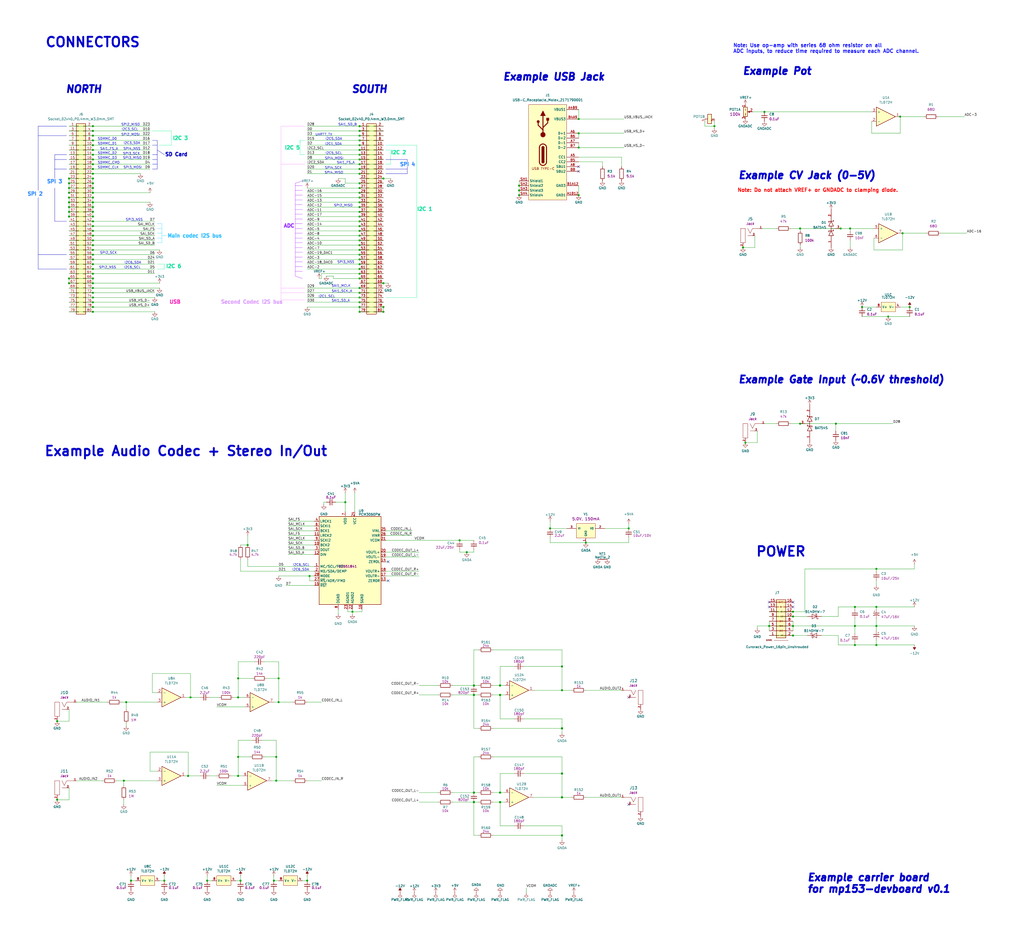
<source format=kicad_sch>
(kicad_sch (version 20250114) (generator "eeschema") (generator_version "9.0")
  (paper "User" 546.1 508)
  (lib_symbols
    (symbol "4ms_Capacitor:100nF_0402_16V" (pin_numbers (hide yes)) (pin_names (offset 0.254) (hide yes))
      (property "Reference" "C" (at 1.905 1.27 0))
      (property "Display" "0.1uF" (at 1.905 -1.27 0))
      (symbol "100nF_0402_16V_1_1"
        (pin passive line (at 0 2.54 270) (length 2.032) (name "~") (number "1"))
        (pin passive line (at 0 -2.54 90) (length 2.032) (name "~") (number "2"))
      )
    )
    (symbol "4ms_Capacitor:100nF_0402_50V" (pin_numbers (hide yes)) (pin_names (offset 0.254) (hide yes))
      (property "Reference" "C" (at 1.905 1.27 0))
      (property "Display" "0.1uF" (at 1.905 -1.27 0))
      (symbol "100nF_0402_50V_1_1"
        (pin passive line (at 0 2.54 270) (length 2.032) (name "~") (number "1"))
        (pin passive line (at 0 -2.54 90) (length 2.032) (name "~") (number "2"))
      )
    )
    (symbol "4ms_Capacitor:100nF_0603_16V" (pin_numbers (hide yes)) (pin_names (offset 0.254) (hide yes))
      (property "Reference" "C" (at 1.905 1.27 0))
      (property "Display" "0.1uF" (at 1.905 -1.27 0))
      (symbol "100nF_0603_16V_1_1"
        (pin passive line (at 0 2.54 270) (length 2.032) (name "~") (number "1"))
        (pin passive line (at 0 -2.54 90) (length 2.032) (name "~") (number "2"))
      )
    )
    (symbol "4ms_Capacitor:10nF_0603_25V" (pin_numbers (hide yes)) (pin_names (offset 0.254) (hide yes))
      (property "Reference" "C" (at 1.905 1.27 0))
      (property "Display" "10nF" (at 1.905 -1.27 0))
      (symbol "10nF_0603_25V_1_1"
        (pin passive line (at 0 2.54 270) (length 2.032) (name "~") (number "1"))
        (pin passive line (at 0 -2.54 90) (length 2.032) (name "~") (number "2"))
      )
    )
    (symbol "4ms_Capacitor:10uF_0603_10V" (pin_numbers (hide yes)) (pin_names (offset 0.254) (hide yes))
      (property "Reference" "C" (at 1.905 1.27 0))
      (property "Display" "10uF/10V" (at 1.905 -1.27 0))
      (symbol "10uF_0603_10V_1_1"
        (pin passive line (at 0 2.54 270) (length 2.032) (name "~") (number "1"))
        (pin passive line (at 0 -2.54 90) (length 2.032) (name "~") (number "2"))
      )
    )
    (symbol "4ms_Capacitor:10uF_0805_25V" (pin_numbers (hide yes)) (pin_names (offset 0.254) (hide yes))
      (property "Reference" "C" (at 1.905 1.27 0))
      (property "Display" "10uF/25V" (at 1.905 -1.27 0))
      (symbol "10uF_0805_25V_1_1"
        (pin passive line (at 0 2.54 270) (length 2.032) (name "~") (number "1"))
        (pin passive line (at 0 -2.54 90) (length 2.032) (name "~") (number "2"))
      )
    )
    (symbol "4ms_Capacitor:180pF_0402_25V" (pin_numbers (hide yes)) (pin_names (offset 0.254) (hide yes))
      (property "Reference" "C" (at 1.905 1.27 0))
      (property "Display" "180pF" (at 1.905 -1.27 0))
      (symbol "180pF_0402_25V_1_1"
        (pin passive line (at 0 2.54 270) (length 2.032) (name "~") (number "1"))
        (pin passive line (at 0 -2.54 90) (length 2.032) (name "~") (number "2"))
      )
    )
    (symbol "4ms_Capacitor:2.2uF_0603_25V" (pin_numbers (hide yes)) (pin_names (offset 0.254) (hide yes))
      (property "Reference" "C" (at 1.905 1.27 0))
      (property "Display" "2.2uF" (at 1.905 -1.27 0))
      (symbol "2.2uF_0603_25V_1_1"
        (pin passive line (at 0 2.54 270) (length 2.032) (name "~") (number "1"))
        (pin passive line (at 0 -2.54 90) (length 2.032) (name "~") (number "2"))
      )
    )
    (symbol "4ms_Capacitor:220pF_0603_25V" (pin_numbers (hide yes)) (pin_names (offset 0.254) (hide yes))
      (property "Reference" "C" (at 1.905 1.27 0))
      (property "Display" "220pF" (at 1.905 -1.27 0))
      (symbol "220pF_0603_25V_1_1"
        (pin passive line (at 0 2.54 270) (length 2.032) (name "~") (number "1"))
        (pin passive line (at 0 -2.54 90) (length 2.032) (name "~") (number "2"))
      )
    )
    (symbol "4ms_Capacitor:22uF_0805_25V" (pin_numbers (hide yes)) (pin_names (offset 0.254))
      (property "Reference" "C" (at 1.905 1.27 0))
      (property "Display" "22uF/25V" (at 1.905 -1.27 0))
      (symbol "22uF_0805_25V_1_1"
        (pin passive line (at 0 2.54 270) (length 2.032) (name "~") (number "1"))
        (pin passive line (at 0 -2.54 90) (length 2.032) (name "~") (number "2"))
      )
    )
    (symbol "4ms_Capacitor:47uF_5x5.3_16V" (pin_numbers (hide yes)) (pin_names (offset 0.254) (hide yes))
      (property "Reference" "C" (at 1.905 1.27 0))
      (property "Display" "47uF/16V" (at 1.905 -1.27 0))
      (symbol "47uF_5x5.3_16V_1_1"
        (pin passive line (at 0 2.54 270) (length 2.032) (name "~") (number "1"))
        (pin passive line (at 0 -2.54 90) (length 2.032) (name "~") (number "2"))
      )
    )
    (symbol "4ms_Capacitor:820pF_0402_10v" (pin_numbers (hide yes)) (pin_names (offset 0.254) (hide yes))
      (property "Reference" "C" (at 1.905 1.27 0))
      (property "Display" "820pF" (at 1.905 -1.27 0))
      (symbol "820pF_0402_10v_1_1"
        (pin passive line (at 0 2.54 270) (length 2.032) (name "~") (number "1"))
        (pin passive line (at 0 -2.54 90) (length 2.032) (name "~") (number "2"))
      )
    )
    (symbol "4ms_Connector:Eurorack_Power_16pin_Unshrouded" (pin_names (offset 0.0254) (hide yes))
      (property "Reference" "J" (at 0 11.43 0))
      (property "Value" "Eurorack_Power_16pin_Unshrouded" (at 0 13.97 0))
      (symbol "Eurorack_Power_16pin_Unshrouded_0_0"
        (text "STRIPE" (at -6.35 -11.43 0) (effects (font (size 0.635 0.635))))
        (text "GATE" (at 0 8.89 0) (effects (font (size 0.635 0.635))))
        (text "CV" (at 0 6.35 0) (effects (font (size 0.635 0.635))))
        (text "+5" (at 0 3.81 0) (effects (font (size 0.635 0.635))))
        (text "+12" (at 0 1.27 0) (effects (font (size 0.635 0.635))))
        (text "GND" (at 0 -1.27 0) (effects (font (size 0.635 0.635))))
        (text "GND" (at 0 -3.81 0) (effects (font (size 0.635 0.635))))
        (text "GND" (at 0 -6.35 0) (effects (font (size 0.635 0.635))))
        (text "-12" (at 0 -8.89 0) (effects (font (size 0.635 0.635))))
      )
      (symbol "Eurorack_Power_16pin_Unshrouded_1_1"
        (pin passive line (at -6.35 8.89 0) (length 3.81) (name "GATE") (number "15"))
        (pin passive line (at -6.35 6.35 0) (length 3.81) (name "CV") (number "13"))
        (pin passive line (at -6.35 3.81 0) (length 3.81) (name "5V") (number "11"))
        (pin passive line (at -6.35 1.27 0) (length 3.81) (name "+12V") (number "9"))
        (pin passive line (at -6.35 -1.27 0) (length 3.81) (name "GND") (number "7"))
        (pin passive line (at -6.35 -3.81 0) (length 3.81) (name "GND") (number "5"))
        (pin passive line (at -6.35 -6.35 0) (length 3.81) (name "GND") (number "3"))
        (pin passive line (at -6.35 -8.89 0) (length 3.81) (name "-12V") (number "1"))
        (pin passive line (at 6.35 8.89 180) (length 3.81) (name "GATE") (number "16"))
        (pin passive line (at 6.35 6.35 180) (length 3.81) (name "CV") (number "14"))
        (pin passive line (at 6.35 3.81 180) (length 3.81) (name "5V") (number "12"))
        (pin passive line (at 6.35 1.27 180) (length 3.81) (name "+12V") (number "10"))
        (pin passive line (at 6.35 -1.27 180) (length 3.81) (name "GND") (number "8"))
        (pin passive line (at 6.35 -3.81 180) (length 3.81) (name "GND") (number "6"))
        (pin passive line (at 6.35 -6.35 180) (length 3.81) (name "GND") (number "4"))
        (pin passive line (at 6.35 -8.89 180) (length 3.81) (name "-12V") (number "2"))
      )
    )
    (symbol "4ms_Connector:Socket_02x40_P0.4mm_W3.0mm_SMT" (pin_names (offset 1.016) (hide yes))
      (property "Reference" "J" (at 0 50.8 0))
      (property "Value" "Socket_02x40_P0.4mm_W3.0mm_SMT" (at 0 -53.34 0))
      (symbol "Socket_02x40_P0.4mm_W3.0mm_SMT_1_1"
        (pin passive line (at -6.35 48.26 0) (length 3.81) (name "Pin_1") (number "1"))
        (pin passive line (at -6.35 45.72 0) (length 3.81) (name "Pin_3") (number "3"))
        (pin passive line (at -6.35 43.18 0) (length 3.81) (name "Pin_5") (number "5"))
        (pin passive line (at -6.35 40.64 0) (length 3.81) (name "Pin_7") (number "7"))
        (pin passive line (at -6.35 38.1 0) (length 3.81) (name "Pin_9") (number "9"))
        (pin passive line (at -6.35 35.56 0) (length 3.81) (name "Pin_11") (number "11"))
        (pin passive line (at -6.35 33.02 0) (length 3.81) (name "Pin_13") (number "13"))
        (pin passive line (at -6.35 30.48 0) (length 3.81) (name "Pin_15") (number "15"))
        (pin passive line (at -6.35 27.94 0) (length 3.81) (name "Pin_17") (number "17"))
        (pin passive line (at -6.35 25.4 0) (length 3.81) (name "Pin_19") (number "19"))
        (pin passive line (at -6.35 22.86 0) (length 3.81) (name "Pin_21") (number "21"))
        (pin passive line (at -6.35 20.32 0) (length 3.81) (name "Pin_23") (number "23"))
        (pin passive line (at -6.35 17.78 0) (length 3.81) (name "Pin_25") (number "25"))
        (pin passive line (at -6.35 15.24 0) (length 3.81) (name "Pin_27") (number "27"))
        (pin passive line (at -6.35 12.7 0) (length 3.81) (name "Pin_29") (number "29"))
        (pin passive line (at -6.35 10.16 0) (length 3.81) (name "Pin_31") (number "31"))
        (pin passive line (at -6.35 7.62 0) (length 3.81) (name "Pin_33") (number "33"))
        (pin passive line (at -6.35 5.08 0) (length 3.81) (name "Pin_35") (number "35"))
        (pin passive line (at -6.35 2.54 0) (length 3.81) (name "Pin_37") (number "37"))
        (pin passive line (at -6.35 0 0) (length 3.81) (name "Pin_39") (number "39"))
        (pin passive line (at -6.35 -2.54 0) (length 3.81) (name "Pin_41") (number "41"))
        (pin passive line (at -6.35 -5.08 0) (length 3.81) (name "Pin_43") (number "43"))
        (pin passive line (at -6.35 -7.62 0) (length 3.81) (name "Pin_45") (number "45"))
        (pin passive line (at -6.35 -10.16 0) (length 3.81) (name "Pin_47") (number "47"))
        (pin passive line (at -6.35 -12.7 0) (length 3.81) (name "Pin_49") (number "49"))
        (pin passive line (at -6.35 -15.24 0) (length 3.81) (name "Pin_51") (number "51"))
        (pin passive line (at -6.35 -17.78 0) (length 3.81) (name "Pin_53") (number "53"))
        (pin passive line (at -6.35 -20.32 0) (length 3.81) (name "Pin_55") (number "55"))
        (pin passive line (at -6.35 -22.86 0) (length 3.81) (name "Pin_57") (number "57"))
        (pin passive line (at -6.35 -25.4 0) (length 3.81) (name "Pin_59") (number "59"))
        (pin passive line (at -6.35 -27.94 0) (length 3.81) (name "Pin_61") (number "61"))
        (pin passive line (at -6.35 -30.48 0) (length 3.81) (name "Pin_63") (number "63"))
        (pin passive line (at -6.35 -33.02 0) (length 3.81) (name "Pin_65") (number "65"))
        (pin passive line (at -6.35 -35.56 0) (length 3.81) (name "Pin_67") (number "67"))
        (pin passive line (at -6.35 -38.1 0) (length 3.81) (name "Pin_69") (number "69"))
        (pin passive line (at -6.35 -40.64 0) (length 3.81) (name "Pin_71") (number "71"))
        (pin passive line (at -6.35 -43.18 0) (length 3.81) (name "Pin_73") (number "73"))
        (pin passive line (at -6.35 -45.72 0) (length 3.81) (name "Pin_75") (number "75"))
        (pin passive line (at -6.35 -48.26 0) (length 3.81) (name "Pin_77") (number "77"))
        (pin passive line (at -6.35 -50.8 0) (length 3.81) (name "Pin_79") (number "79"))
        (pin passive line (at 6.35 48.26 180) (length 3.81) (name "Pin_2") (number "2"))
        (pin passive line (at 6.35 45.72 180) (length 3.81) (name "Pin_4") (number "4"))
        (pin passive line (at 6.35 43.18 180) (length 3.81) (name "Pin_6") (number "6"))
        (pin passive line (at 6.35 40.64 180) (length 3.81) (name "Pin_8") (number "8"))
        (pin passive line (at 6.35 38.1 180) (length 3.81) (name "Pin_10") (number "10"))
        (pin passive line (at 6.35 35.56 180) (length 3.81) (name "Pin_12") (number "12"))
        (pin passive line (at 6.35 33.02 180) (length 3.81) (name "Pin_14") (number "14"))
        (pin passive line (at 6.35 30.48 180) (length 3.81) (name "Pin_16") (number "16"))
        (pin passive line (at 6.35 27.94 180) (length 3.81) (name "Pin_18") (number "18"))
        (pin passive line (at 6.35 25.4 180) (length 3.81) (name "Pin_20") (number "20"))
        (pin passive line (at 6.35 22.86 180) (length 3.81) (name "Pin_22") (number "22"))
        (pin passive line (at 6.35 20.32 180) (length 3.81) (name "Pin_24") (number "24"))
        (pin passive line (at 6.35 17.78 180) (length 3.81) (name "Pin_26") (number "26"))
        (pin passive line (at 6.35 15.24 180) (length 3.81) (name "Pin_28") (number "28"))
        (pin passive line (at 6.35 12.7 180) (length 3.81) (name "Pin_30") (number "30"))
        (pin passive line (at 6.35 10.16 180) (length 3.81) (name "Pin_32") (number "32"))
        (pin passive line (at 6.35 7.62 180) (length 3.81) (name "Pin_34") (number "34"))
        (pin passive line (at 6.35 5.08 180) (length 3.81) (name "Pin_36") (number "36"))
        (pin passive line (at 6.35 2.54 180) (length 3.81) (name "Pin_38") (number "38"))
        (pin passive line (at 6.35 0 180) (length 3.81) (name "Pin_40") (number "40"))
        (pin passive line (at 6.35 -2.54 180) (length 3.81) (name "Pin_42") (number "42"))
        (pin passive line (at 6.35 -5.08 180) (length 3.81) (name "Pin_44") (number "44"))
        (pin passive line (at 6.35 -7.62 180) (length 3.81) (name "Pin_46") (number "46"))
        (pin passive line (at 6.35 -10.16 180) (length 3.81) (name "Pin_48") (number "48"))
        (pin passive line (at 6.35 -12.7 180) (length 3.81) (name "Pin_50") (number "50"))
        (pin passive line (at 6.35 -15.24 180) (length 3.81) (name "Pin_52") (number "52"))
        (pin passive line (at 6.35 -17.78 180) (length 3.81) (name "Pin_54") (number "54"))
        (pin passive line (at 6.35 -20.32 180) (length 3.81) (name "Pin_56") (number "56"))
        (pin passive line (at 6.35 -22.86 180) (length 3.81) (name "Pin_58") (number "58"))
        (pin passive line (at 6.35 -25.4 180) (length 3.81) (name "Pin_60") (number "60"))
        (pin passive line (at 6.35 -27.94 180) (length 3.81) (name "Pin_62") (number "62"))
        (pin passive line (at 6.35 -30.48 180) (length 3.81) (name "Pin_64") (number "64"))
        (pin passive line (at 6.35 -33.02 180) (length 3.81) (name "Pin_66") (number "66"))
        (pin passive line (at 6.35 -35.56 180) (length 3.81) (name "Pin_68") (number "68"))
        (pin passive line (at 6.35 -38.1 180) (length 3.81) (name "Pin_70") (number "70"))
        (pin passive line (at 6.35 -40.64 180) (length 3.81) (name "Pin_72") (number "72"))
        (pin passive line (at 6.35 -43.18 180) (length 3.81) (name "Pin_74") (number "74"))
        (pin passive line (at 6.35 -45.72 180) (length 3.81) (name "Pin_76") (number "76"))
        (pin passive line (at 6.35 -48.26 180) (length 3.81) (name "Pin_78") (number "78"))
        (pin passive line (at 6.35 -50.8 180) (length 3.81) (name "Pin_80") (number "80"))
      )
    )
    (symbol "4ms_Connector:USB-C_Receptacle_Molex_2171790001"
      (property "Reference" "J" (at -3.175 -2.54 0))
      (property "Value" "USB-C_Receptacle_Molex_2171790001" (at 0 31.75 0))
      (symbol "USB-C_Receptacle_Molex_2171790001_1_0"
        (text "USB TYPE-C" (at -2.4421 -4.1676 0) (effects (font (size 1.27 1.27)) (justify top)))
        (pin passive line (at -15.24 -11.43 0) (length 5.08) (name "Shield1") (number "SH1"))
        (pin passive line (at -15.24 -13.97 0) (length 5.08) (name "Shield2") (number "SH2"))
        (pin passive line (at -15.24 -16.51 0) (length 5.08) (name "Shield3") (number "SH3"))
        (pin passive line (at -15.24 -19.05 0) (length 5.08) (name "Shield4") (number "SH4"))
        (pin passive line (at 16.51 26.67 180) (length 6.35) (name "VBUS1") (number "A4B9"))
        (pin passive line (at 16.51 21.59 180) (length 6.35) (name "VBUS3") (number "B4A9"))
        (pin passive line (at 16.51 13.97 180) (length 6.35) (name "D+1") (number "A6"))
        (pin passive line (at 16.51 11.43 180) (length 6.35) (name "D+2") (number "B6"))
        (pin passive line (at 16.51 8.89 180) (length 6.35) (name "D-1") (number "A7"))
        (pin passive line (at 16.51 6.35 180) (length 6.35) (name "D-2") (number "B7"))
        (pin passive line (at 16.51 1.27 180) (length 6.35) (name "CC1") (number "A5"))
        (pin passive line (at 16.51 -1.27 180) (length 6.35) (name "CC2") (number "B5"))
        (pin passive line (at 16.51 -3.81 180) (length 6.35) (name "SBU1") (number "A8"))
        (pin passive line (at 16.51 -6.35 180) (length 6.35) (name "SBU2") (number "B8"))
        (pin passive line (at 16.51 -13.97 180) (length 6.35) (name "GND3") (number "B1A12"))
        (pin passive line (at 16.51 -19.05 180) (length 6.35) (name "GND1") (number "A1B12"))
      )
    )
    (symbol "4ms_Diode:B140HW-7" (pin_numbers (hide yes)) (pin_names (offset 1.016) (hide yes))
      (property "Reference" "D" (at 0 2.54 0))
      (property "Value" "B140HW-7" (at 0 -2.54 0))
      (symbol "B140HW-7_1_1"
        (pin passive line (at -3.81 0 0) (length 2.54) (name "K") (number "1"))
        (pin passive line (at 3.81 0 180) (length 2.54) (name "A") (number "2"))
      )
    )
    (symbol "4ms_Diode:BAT54S" (pin_names (offset 0.762) (hide yes))
      (property "Reference" "D" (at 2.54 -2.54 0))
      (property "Value" "BAT54S" (at 0 2.54 0))
      (symbol "BAT54S_0_1"
        (pin passive line (at -10.16 0 0) (length 6.35) (name "Anode") (number "1"))
        (pin passive line (at 0 -5.08 90) (length 2.54) (name "AK") (number "3"))
        (pin passive line (at 10.16 0 180) (length 6.35) (name "cathode") (number "2"))
      )
    )
    (symbol "4ms_IC:PCM3060PW"
      (property "Reference" "U" (at 13.97 34.29 0))
      (property "Value" "PCM3060PW" (at 16.51 31.75 0))
      (symbol "PCM3060PW_1_1"
        (pin bidirectional line (at -17.78 24.13 0) (length 2.54) (name "LRCK1") (number "4"))
        (pin input line (at -17.78 21.59 0) (length 2.54) (name "SCKI1") (number "6"))
        (pin bidirectional line (at -17.78 19.05 0) (length 2.54) (name "BCK1") (number "5"))
        (pin bidirectional line (at -17.78 16.51 0) (length 2.54) (name "LRCK2") (number "11"))
        (pin input line (at -17.78 13.97 0) (length 2.54) (name "SCKI2") (number "9"))
        (pin bidirectional line (at -17.78 11.43 0) (length 2.54) (name "BCK2") (number "10"))
        (pin output line (at -17.78 8.89 0) (length 2.54) (name "DOUT") (number "3"))
        (pin input line (at -17.78 6.35 0) (length 2.54) (name "DIN") (number "12"))
        (pin input line (at -17.78 0 0) (length 2.54) (name "MC/SCL/FMT") (number "1"))
        (pin bidirectional line (at -17.78 -2.54 0) (length 2.54) (name "MD/SDA/DEMP") (number "2"))
        (pin input line (at -17.78 -5.08 0) (length 2.54) (name "MODE") (number "28"))
        (pin input line (at -17.78 -7.62 0) (length 2.54) (name "~{MS}/ADR/IFMD") (number "27"))
        (pin input line (at -17.78 -10.16 0) (length 2.54) (name "~{RST}") (number "15"))
        (pin power_in line (at -5.08 -22.86 90) (length 2.54) (name "DGND") (number "8"))
        (pin power_in line (at -1.27 29.21 270) (length 2.54) (name "VDD") (number "7"))
        (pin power_in line (at 0 -22.86 90) (length 2.54) (name "AGND1") (number "23"))
        (pin power_in line (at 2.54 -22.86 90) (length 2.54) (name "AGND2") (number "22"))
        (pin power_in line (at 3.81 29.21 270) (length 2.54) (name "VCC") (number "24"))
        (pin power_in line (at 7.62 -22.86 90) (length 2.54) (name "SGND") (number "16"))
        (pin input line (at 20.32 19.05 180) (length 2.54) (name "VINL") (number "25"))
        (pin input line (at 20.32 16.51 180) (length 2.54) (name "VINR") (number "26"))
        (pin power_in line (at 20.32 13.97 180) (length 2.54) (name "VCOM") (number "21"))
        (pin output line (at 20.32 7.62 180) (length 2.54) (name "VOUTL+") (number "20"))
        (pin output line (at 20.32 5.08 180) (length 2.54) (name "VOUTL-") (number "19"))
        (pin output line (at 20.32 2.54 180) (length 2.54) (name "ZEROL") (number "14"))
        (pin output line (at 20.32 -2.54 180) (length 2.54) (name "VOUTR+") (number "18"))
        (pin output line (at 20.32 -5.08 180) (length 2.54) (name "VOUTR-") (number "17"))
        (pin output line (at 20.32 -7.62 180) (length 2.54) (name "ZEROR") (number "13"))
      )
    )
    (symbol "4ms_IC:TL072H"
      (property "Reference" "U" (at 2.54 5.08 0))
      (property "Value" "TL072H" (at 2.54 -3.81 0))
      (symbol "TL072H_1_1"
        (pin input line (at -7.62 2.54 0) (length 2.54) (name "+") (number "3"))
        (pin input line (at -7.62 -2.54 0) (length 2.54) (name "-") (number "2"))
        (pin output line (at 7.62 0 180) (length 2.54) (name "~") (number "1"))
      )
      (symbol "TL072H_2_1"
        (pin input line (at -7.62 2.54 0) (length 2.54) (name "+") (number "5"))
        (pin input line (at -7.62 -2.54 0) (length 2.54) (name "-") (number "6"))
        (pin output line (at 7.62 0 180) (length 2.54) (name "~") (number "7"))
      )
      (symbol "TL072H_3_1"
        (pin power_in line (at 0 6.35 270) (length 2.54) (name "V+") (number "8"))
        (pin power_in line (at 0 -6.35 90) (length 2.54) (name "V-") (number "4"))
      )
    )
    (symbol "4ms_Jack:3.5mm_Mono_Switched_sm" (pin_names (offset 0) (hide yes))
      (property "Reference" "J" (at -5.334 9.144 0))
      (property "Display" "Jack" (at -4.064 6.858 0))
      (symbol "3.5mm_Mono_Switched_sm_1_1"
        (pin passive line (at -5.08 -5.08 90) (length 2.54) (name "SHEILD") (number "2"))
        (pin passive line (at 1.27 1.27 180) (length 1.27) (name "SW") (number "3"))
        (pin passive line (at 5.08 5.08 180) (length 1.27) (name "SIG") (number "1"))
      )
    )
    (symbol "4ms_Potentiometer:9mm_NoDet_100k_Knurled_Lined" (pin_names (offset 1.016) (hide yes))
      (property "Reference" "POT" (at -4.572 -0.127 90))
      (property "Display" "100k" (at -2.794 0 90))
      (symbol "9mm_NoDet_100k_Knurled_Lined_1_1"
        (text "Left/1" (at 0 1.27 900) (effects (font (size 0.254 0.254))))
        (text "Right/3" (at 0 -1.27 900) (effects (font (size 0.254 0.254))))
        (pin passive line (at 0 3.81 270) (length 1.27) (name "Left") (number "1"))
        (pin passive line (at 0 -3.81 90) (length 1.27) (name "Right") (number "3"))
        (pin passive line (at 3.81 0 180) (length 1.27) (name "Center") (number "2"))
      )
      (symbol "9mm_NoDet_100k_Knurled_Lined_2_1"
        (pin passive line (at -2.54 -1.27 90) (length 1.27) (name "Tab1") (number "4"))
        (pin passive line (at 2.54 -1.27 90) (length 1.27) (name "Tab2") (number "5"))
      )
    )
    (symbol "4ms_Power_Symbol:GNDA" (power) (pin_numbers (hide yes)) (pin_names (offset 0) (hide yes))
      (property "Value" "GNDA" (at 0 -3.81 0))
      (symbol "GNDA_1_1"
        (pin power_in line (at 0 0 270) (length 0) (hide yes) (name "GNDA") (number "1"))
      )
    )
    (symbol "4ms_Power_Symbol:GNDADC" (power) (pin_numbers (hide yes)) (pin_names (offset 0) (hide yes))
      (property "Value" "GNDADC" (at 0 -3.81 0))
      (symbol "GNDADC_1_1"
        (pin power_in line (at 0 0 270) (length 0) (hide yes) (name "GNDADC") (number "1"))
      )
    )
    (symbol "4ms_Power_Symbol:VREF+" (power) (pin_names (offset 0))
      (property "Value" "VREF+" (at 0 3.556 0))
      (symbol "VREF+_1_1"
        (pin power_in line (at 0 0 90) (length 0) (hide yes) (name "VREF+") (number "1"))
      )
    )
    (symbol "4ms_Regulator:AP2120N-5.0TRG1" (pin_names (offset 0.762))
      (property "Reference" "V" (at 3.81 -4.9784 0))
      (property "Display" "5.0V, 150mA" (at 0 5.08 0))
      (symbol "AP2120N-5.0TRG1_1_1"
        (pin input line (at -10.16 1.27 0) (length 5.08) (name "VI") (number "3"))
        (pin input line (at 0 -6.35 90) (length 2.54) (name "GND") (number "1"))
        (pin power_out line (at 10.16 1.27 180) (length 5.08) (name "VO") (number "2"))
      )
    )
    (symbol "4ms_Resistor_0402:100k_0402" (pin_numbers (hide yes)) (pin_names (offset 0))
      (property "Reference" "R" (at 2.032 0 90))
      (property "Display" "100k" (at 3.81 0 90))
      (symbol "100k_0402_1_1"
        (pin passive line (at 0 3.81 270) (length 1.27) (name "~") (number "1"))
        (pin passive line (at 0 -3.81 90) (length 1.27) (name "~") (number "2"))
      )
    )
    (symbol "4ms_Resistor_0402:10k_0402" (pin_numbers (hide yes)) (pin_names (offset 0))
      (property "Reference" "R" (at 2.032 0 90))
      (property "Display" "10k" (at 3.81 0 90))
      (symbol "10k_0402_1_1"
        (pin passive line (at 0 3.81 270) (length 1.27) (name "~") (number "1"))
        (pin passive line (at 0 -3.81 90) (length 1.27) (name "~") (number "2"))
      )
    )
    (symbol "4ms_Resistor_0402:14k_0402" (pin_numbers (hide yes)) (pin_names (offset 0))
      (property "Reference" "R" (at 2.032 0 90))
      (property "Display" "14k" (at 3.81 0 90))
      (symbol "14k_0402_1_1"
        (pin passive line (at 0 3.81 270) (length 1.27) (name "~") (number "1"))
        (pin passive line (at 0 -3.81 90) (length 1.27) (name "~") (number "2"))
      )
    )
    (symbol "4ms_Resistor_0402:1M_0402" (pin_numbers (hide yes)) (pin_names (offset 0))
      (property "Reference" "R" (at 2.032 0 90))
      (property "Display" "1M" (at 3.81 0 90))
      (symbol "1M_0402_1_1"
        (pin passive line (at 0 3.81 270) (length 1.27) (name "~") (number "1"))
        (pin passive line (at 0 -3.81 90) (length 1.27) (name "~") (number "2"))
      )
    )
    (symbol "4ms_Resistor_0402:1k_0402" (pin_numbers (hide yes)) (pin_names (offset 0))
      (property "Reference" "R" (at 2.032 0 90))
      (property "Display" "1k" (at 3.81 0 90))
      (symbol "1k_0402_1_1"
        (pin passive line (at 0 3.81 270) (length 1.27) (name "~") (number "1"))
        (pin passive line (at 0 -3.81 90) (length 1.27) (name "~") (number "2"))
      )
    )
    (symbol "4ms_Resistor_0402:24k_0402" (pin_numbers (hide yes)) (pin_names (offset 0))
      (property "Reference" "R" (at 2.032 0 90))
      (property "Display" "24k" (at 3.81 0 90))
      (symbol "24k_0402_1_1"
        (pin passive line (at 0 3.81 270) (length 1.27) (name "~") (number "1"))
        (pin passive line (at 0 -3.81 90) (length 1.27) (name "~") (number "2"))
      )
    )
    (symbol "4ms_Resistor_0402:4.7k_0402" (pin_numbers (hide yes)) (pin_names (offset 0))
      (property "Reference" "R" (at 2.032 0 90))
      (property "Display" "4.7k" (at 3.81 0 90))
      (symbol "4.7k_0402_1_1"
        (pin passive line (at 0 3.81 270) (length 1.27) (name "~") (number "1"))
        (pin passive line (at 0 -3.81 90) (length 1.27) (name "~") (number "2"))
      )
    )
    (symbol "4ms_Resistor_0603:100k_0603" (pin_numbers (hide yes)) (pin_names (offset 0))
      (property "Reference" "R" (at 2.032 0 90))
      (property "Display" "100k" (at 3.81 0 90))
      (symbol "100k_0603_1_1"
        (pin passive line (at 0 3.81 270) (length 1.27) (name "~") (number "1"))
        (pin passive line (at 0 -3.81 90) (length 1.27) (name "~") (number "2"))
      )
    )
    (symbol "4ms_Resistor_0603:47k_0603" (pin_numbers (hide yes)) (pin_names (offset 0))
      (property "Reference" "R" (at 2.032 0 90))
      (property "Display" "47k" (at 3.81 0 90))
      (symbol "47k_0603_1_1"
        (pin passive line (at 0 3.81 270) (length 1.27) (name "~") (number "1"))
        (pin passive line (at 0 -3.81 90) (length 1.27) (name "~") (number "2"))
      )
    )
    (symbol "4ms_Resistor_0603:5.1k_0603" (pin_numbers (hide yes)) (pin_names (offset 0))
      (property "Reference" "R" (at 2.032 0 90))
      (property "Display" "5.1k" (at 3.81 0 90))
      (symbol "5.1k_0603_1_1"
        (pin passive line (at 0 3.81 270) (length 1.27) (name "~") (number "1"))
        (pin passive line (at 0 -3.81 90) (length 1.27) (name "~") (number "2"))
      )
    )
    (symbol "4ms_Resistor_0603:68Ω_0603" (pin_numbers (hide yes)) (pin_names (offset 0))
      (property "Reference" "R" (at 2.032 0 90))
      (property "Display" "68Ω" (at 3.81 0 90))
      (symbol "68Ω_0603_1_1"
        (pin passive line (at 0 3.81 270) (length 1.27) (name "~") (number "1"))
        (pin passive line (at 0 -3.81 90) (length 1.27) (name "~") (number "2"))
      )
    )
    (symbol "Device:NetTie_2" (pin_numbers (hide yes)) (pin_names (offset 0) (hide yes)) (in_bom no)
      (property "Reference" "NT" (at 0 1.27 0))
      (property "Value" "NetTie_2" (at 0 -1.27 0))
      (symbol "NetTie_2_1_1"
        (pin passive line (at -2.54 0 0) (length 2.54) (name "1") (number "1"))
        (pin passive line (at 2.54 0 180) (length 2.54) (name "2") (number "2"))
      )
    )
    (symbol "Socket_02x40_P0.4mm_W3.0mm_SMT_1" (pin_names (offset 1.016) (hide yes))
      (property "Reference" "J" (at 0 50.8 0))
      (property "Value" "Socket_02x40_P0.4mm_W3.0mm_SMT" (at 0 -53.34 0))
      (symbol "Socket_02x40_P0.4mm_W3.0mm_SMT_1_1_1"
        (pin passive line (at -6.35 48.26 0) (length 3.81) (name "Pin_1") (number "1"))
        (pin passive line (at -6.35 45.72 0) (length 3.81) (name "Pin_3") (number "3"))
        (pin passive line (at -6.35 43.18 0) (length 3.81) (name "Pin_5") (number "5"))
        (pin passive line (at -6.35 40.64 0) (length 3.81) (name "Pin_7") (number "7"))
        (pin passive line (at -6.35 38.1 0) (length 3.81) (name "Pin_9") (number "9"))
        (pin passive line (at -6.35 35.56 0) (length 3.81) (name "Pin_11") (number "11"))
        (pin passive line (at -6.35 33.02 0) (length 3.81) (name "Pin_13") (number "13"))
        (pin passive line (at -6.35 30.48 0) (length 3.81) (name "Pin_15") (number "15"))
        (pin passive line (at -6.35 27.94 0) (length 3.81) (name "Pin_17") (number "17"))
        (pin passive line (at -6.35 25.4 0) (length 3.81) (name "Pin_19") (number "19"))
        (pin passive line (at -6.35 22.86 0) (length 3.81) (name "Pin_21") (number "21"))
        (pin passive line (at -6.35 20.32 0) (length 3.81) (name "Pin_23") (number "23"))
        (pin passive line (at -6.35 17.78 0) (length 3.81) (name "Pin_25") (number "25"))
        (pin passive line (at -6.35 15.24 0) (length 3.81) (name "Pin_27") (number "27"))
        (pin passive line (at -6.35 12.7 0) (length 3.81) (name "Pin_29") (number "29"))
        (pin passive line (at -6.35 10.16 0) (length 3.81) (name "Pin_31") (number "31"))
        (pin passive line (at -6.35 7.62 0) (length 3.81) (name "Pin_33") (number "33"))
        (pin passive line (at -6.35 5.08 0) (length 3.81) (name "Pin_35") (number "35"))
        (pin passive line (at -6.35 2.54 0) (length 3.81) (name "Pin_37") (number "37"))
        (pin passive line (at -6.35 0 0) (length 3.81) (name "Pin_39") (number "39"))
        (pin passive line (at -6.35 -2.54 0) (length 3.81) (name "Pin_41") (number "41"))
        (pin passive line (at -6.35 -5.08 0) (length 3.81) (name "Pin_43") (number "43"))
        (pin passive line (at -6.35 -7.62 0) (length 3.81) (name "Pin_45") (number "45"))
        (pin passive line (at -6.35 -10.16 0) (length 3.81) (name "Pin_47") (number "47"))
        (pin passive line (at -6.35 -12.7 0) (length 3.81) (name "Pin_49") (number "49"))
        (pin passive line (at -6.35 -15.24 0) (length 3.81) (name "Pin_51") (number "51"))
        (pin passive line (at -6.35 -17.78 0) (length 3.81) (name "Pin_53") (number "53"))
        (pin passive line (at -6.35 -20.32 0) (length 3.81) (name "Pin_55") (number "55"))
        (pin passive line (at -6.35 -22.86 0) (length 3.81) (name "Pin_57") (number "57"))
        (pin passive line (at -6.35 -25.4 0) (length 3.81) (name "Pin_59") (number "59"))
        (pin passive line (at -6.35 -27.94 0) (length 3.81) (name "Pin_61") (number "61"))
        (pin passive line (at -6.35 -30.48 0) (length 3.81) (name "Pin_63") (number "63"))
        (pin passive line (at -6.35 -33.02 0) (length 3.81) (name "Pin_65") (number "65"))
        (pin passive line (at -6.35 -35.56 0) (length 3.81) (name "Pin_67") (number "67"))
        (pin passive line (at -6.35 -38.1 0) (length 3.81) (name "Pin_69") (number "69"))
        (pin passive line (at -6.35 -40.64 0) (length 3.81) (name "Pin_71") (number "71"))
        (pin passive line (at -6.35 -43.18 0) (length 3.81) (name "Pin_73") (number "73"))
        (pin passive line (at -6.35 -45.72 0) (length 3.81) (name "Pin_75") (number "75"))
        (pin passive line (at -6.35 -48.26 0) (length 3.81) (name "Pin_77") (number "77"))
        (pin passive line (at -6.35 -50.8 0) (length 3.81) (name "Pin_79") (number "79"))
        (pin passive line (at 6.35 48.26 180) (length 3.81) (name "Pin_2") (number "2"))
        (pin passive line (at 6.35 45.72 180) (length 3.81) (name "Pin_4") (number "4"))
        (pin passive line (at 6.35 43.18 180) (length 3.81) (name "Pin_6") (number "6"))
        (pin passive line (at 6.35 40.64 180) (length 3.81) (name "Pin_8") (number "8"))
        (pin passive line (at 6.35 38.1 180) (length 3.81) (name "Pin_10") (number "10"))
        (pin passive line (at 6.35 35.56 180) (length 3.81) (name "Pin_12") (number "12"))
        (pin passive line (at 6.35 33.02 180) (length 3.81) (name "Pin_14") (number "14"))
        (pin passive line (at 6.35 30.48 180) (length 3.81) (name "Pin_16") (number "16"))
        (pin passive line (at 6.35 27.94 180) (length 3.81) (name "Pin_18") (number "18"))
        (pin passive line (at 6.35 25.4 180) (length 3.81) (name "Pin_20") (number "20"))
        (pin passive line (at 6.35 22.86 180) (length 3.81) (name "Pin_22") (number "22"))
        (pin passive line (at 6.35 20.32 180) (length 3.81) (name "Pin_24") (number "24"))
        (pin passive line (at 6.35 17.78 180) (length 3.81) (name "Pin_26") (number "26"))
        (pin passive line (at 6.35 15.24 180) (length 3.81) (name "Pin_28") (number "28"))
        (pin passive line (at 6.35 12.7 180) (length 3.81) (name "Pin_30") (number "30"))
        (pin passive line (at 6.35 10.16 180) (length 3.81) (name "Pin_32") (number "32"))
        (pin passive line (at 6.35 7.62 180) (length 3.81) (name "Pin_34") (number "34"))
        (pin passive line (at 6.35 5.08 180) (length 3.81) (name "Pin_36") (number "36"))
        (pin passive line (at 6.35 2.54 180) (length 3.81) (name "Pin_38") (number "38"))
        (pin passive line (at 6.35 0 180) (length 3.81) (name "Pin_40") (number "40"))
        (pin passive line (at 6.35 -2.54 180) (length 3.81) (name "Pin_42") (number "42"))
        (pin passive line (at 6.35 -5.08 180) (length 3.81) (name "Pin_44") (number "44"))
        (pin passive line (at 6.35 -7.62 180) (length 3.81) (name "Pin_46") (number "46"))
        (pin passive line (at 6.35 -10.16 180) (length 3.81) (name "Pin_48") (number "48"))
        (pin passive line (at 6.35 -12.7 180) (length 3.81) (name "Pin_50") (number "50"))
        (pin passive line (at 6.35 -15.24 180) (length 3.81) (name "Pin_52") (number "52"))
        (pin passive line (at 6.35 -17.78 180) (length 3.81) (name "Pin_54") (number "54"))
        (pin passive line (at 6.35 -20.32 180) (length 3.81) (name "Pin_56") (number "56"))
        (pin passive line (at 6.35 -22.86 180) (length 3.81) (name "Pin_58") (number "58"))
        (pin passive line (at 6.35 -25.4 180) (length 3.81) (name "Pin_60") (number "60"))
        (pin passive line (at 6.35 -27.94 180) (length 3.81) (name "Pin_62") (number "62"))
        (pin passive line (at 6.35 -30.48 180) (length 3.81) (name "Pin_64") (number "64"))
        (pin passive line (at 6.35 -33.02 180) (length 3.81) (name "Pin_66") (number "66"))
        (pin passive line (at 6.35 -35.56 180) (length 3.81) (name "Pin_68") (number "68"))
        (pin passive line (at 6.35 -38.1 180) (length 3.81) (name "Pin_70") (number "70"))
        (pin passive line (at 6.35 -40.64 180) (length 3.81) (name "Pin_72") (number "72"))
        (pin passive line (at 6.35 -43.18 180) (length 3.81) (name "Pin_74") (number "74"))
        (pin passive line (at 6.35 -45.72 180) (length 3.81) (name "Pin_76") (number "76"))
        (pin passive line (at 6.35 -48.26 180) (length 3.81) (name "Pin_78") (number "78"))
        (pin passive line (at 6.35 -50.8 180) (length 3.81) (name "Pin_80") (number "80"))
      )
    )
    (symbol "power:+12V" (power) (pin_numbers (hide yes)) (pin_names (offset 0) (hide yes))
      (property "Value" "+12V" (at 0 3.556 0))
      (symbol "+12V_1_1"
        (pin power_in line (at 0 0 90) (length 0) (name "~") (number "1"))
      )
    )
    (symbol "power:+3.3V" (power) (pin_numbers (hide yes)) (pin_names (offset 0) (hide yes))
      (property "Value" "+3.3V" (at 0 3.556 0))
      (symbol "+3.3V_1_1"
        (pin power_in line (at 0 0 90) (length 0) (name "~") (number "1"))
      )
    )
    (symbol "power:+5V" (power) (pin_numbers (hide yes)) (pin_names (offset 0) (hide yes))
      (property "Value" "+5V" (at 0 3.556 0))
      (symbol "+5V_1_1"
        (pin power_in line (at 0 0 90) (length 0) (name "~") (number "1"))
      )
    )
    (symbol "power:+5VA" (power) (pin_numbers (hide yes)) (pin_names (offset 0) (hide yes))
      (property "Value" "+5VA" (at 0 3.556 0))
      (symbol "+5VA_1_1"
        (pin power_in line (at 0 0 90) (length 0) (name "~") (number "1"))
      )
    )
    (symbol "power:-12V" (power) (pin_numbers (hide yes)) (pin_names (offset 0) (hide yes))
      (property "Value" "-12V" (at 0 3.556 0))
      (symbol "-12V_0_0"
        (pin power_in line (at 0 0 90) (length 0) (name "~") (number "1"))
      )
    )
    (symbol "power:GND" (power) (pin_numbers (hide yes)) (pin_names (offset 0) (hide yes))
      (property "Value" "GND" (at 0 -3.81 0))
      (symbol "GND_1_1"
        (pin power_in line (at 0 0 270) (length 0) (name "~") (number "1"))
      )
    )
    (symbol "power:PWR_FLAG" (power) (pin_numbers (hide yes)) (pin_names (offset 0) (hide yes))
      (property "Value" "PWR_FLAG" (at 0 3.81 0))
      (symbol "PWR_FLAG_0_0"
        (pin power_out line (at 0 0 90) (length 0) (name "~") (number "1"))
      )
    )
  )
  (text "SDMMC_CMD" (at 52.07 87.63 0) (effects (font (size 1.27 1.27)) (justify left bottom)))
  (text "UART7_TX" (at 177.292 72.644 0) (effects (font (size 1.27 1.27)) (justify right bottom)))
  (text "SPI2_MISO" (at 178.054 110.49 0) (effects (font (size 1.27 1.27)) (justify left bottom)))
  (text "I2C 5" (at 151.638 78.994 0) (effects (font (size 1.905 1.905) (thickness 0.508) (bold yes)) (justify left)))
  (text "SPI3_NSS" (at 76.2 118.11 0) (effects (font (size 1.27 1.27)) (justify right bottom)))
  (text "Example CV Jack (0-5V)" (at 393.446 93.726 0) (effects (font (size 3.81 3.81) (thickness 1.016) (bold yes) (italic yes)) (justify left)))
  (text "SPI3_MISO" (at 65.532 85.09 0) (effects (font (size 1.27 1.27)) (justify left bottom)))
  (text "SPI3_SCK" (at 65.532 82.804 0) (effects (font (size 1.27 1.27)) (justify left bottom)))
  (text "SPI 3" (at 24.892 97.028 0) (effects (font (size 1.905 1.905) (thickness 0.508) (bold yes)) (justify left)))
  (text "I2C 6" (at 88.392 142.24 0) (effects (font (size 1.905 1.905) (thickness 0.508) (bold yes)) (justify left)))
  (text "POWER" (at 402.844 297.434 0) (effects (font (size 5.08 5.08) (thickness 1.016) (bold yes)) (justify left bottom)))
  (text "I2C 3" (at 91.948 73.914 0) (effects (font (size 1.905 1.905) (thickness 0.508) (bold yes)) (justify left)))
  (text "SPI 4" (at 213.106 87.884 0) (effects (font (size 1.905 1.905) (thickness 0.508) (bold yes)) (justify left)))
  (text "Second Codec I2S bus" (at 117.602 161.29 0) (effects (font (size 1.905 1.905) (thickness 0.508) (bold yes)) (justify left)))
  (text "I2C6_SDA" (at 66.294 140.97 0) (effects (font (size 1.27 1.27)) (justify left bottom)))
  (text "Main codec I2S bus" (at 89.154 125.984 0) (effects (font (size 1.905 1.905) (thickness 0.508) (bold yes)) (justify left)))
  (text "SPI 2" (at 14.478 103.632 0) (effects (font (size 1.905 1.905) (thickness 0.508) (bold yes)) (justify left)))
  (text "I2C3_SCL" (at 64.77 69.85 0) (effects (font (size 1.27 1.27)) (justify left bottom)))
  (text "SD Card" (at 87.884 82.55 0) (effects (font (size 1.905 1.905) (thickness 0.508) (bold yes)) (justify left)))
  (text "SDMMC_D3" (at 52.07 85.09 0) (effects (font (size 1.27 1.27)) (justify left bottom)))
  (text "I2C1_SDA" (at 177.8 76.962 0) (effects (font (size 1.27 1.27))))
  (text "I2C3_SDA" (at 65.786 77.216 0) (effects (font (size 1.27 1.27)) (justify left bottom)))
  (text "CONNECTORS " (at 23.876 25.654 0) (effects (font (size 5.08 5.08) (thickness 1.016) (bold yes)) (justify left bottom)))
  (text "SAI1_SD_A" (at 176.784 160.528 0) (effects (font (size 1.27 1.27)) (justify left)))
  (text "I2C5_SCL" (at 173.482 82.55 0) (effects (font (size 1.27 1.27)) (justify left bottom)))
  (text "SAI1_SD_B" (at 180.34 66.548 0) (effects (font (size 1.27 1.27)) (justify left)))
  (text "SDMMC_CLK" (at 52.07 90.17 0) (effects (font (size 1.27 1.27)) (justify left bottom)))
  (text "I2C6_SCL" (at 165.1 302.26 0) (effects (font (size 1.27 1.27)) (justify right bottom)))
  (text "Note: Use op-amp with series 68 ohm resistor on all\nADC inputs, to reduce time required to measure each ADC channel." (at 390.906 25.908 0) (effects (font (size 1.905 1.905) (thickness 0.381) (bold yes)) (justify left)))
  (text "Example Gate Input (~0.6V threshold)" (at 393.446 202.692 0) (effects (font (size 3.81 3.81) (thickness 1.016) (bold yes) (italic yes)) (justify left)))
  (text "I2C 2" (at 208.28 81.534 0) (effects (font (size 1.905 1.905) (thickness 0.508) (bold yes)) (justify left)))
  (text "SPI4_SCK" (at 177.8 89.662 0) (effects (font (size 1.27 1.27))))
  (text "SPI2_MOSI" (at 74.676 72.644 0) (effects (font (size 1.27 1.27)) (justify right bottom)))
  (text "SPI2_MISO" (at 74.676 67.31 0) (effects (font (size 1.27 1.27)) (justify right bottom)))
  (text "SAI1_FS_A" (at 184.404 86.868 0) (effects (font (size 1.27 1.27))))
  (text "SPI4_MISO" (at 178.054 92.202 0) (effects (font (size 1.27 1.27))))
  (text "SOUTH" (at 197.104 47.752 0) (effects (font (size 3.81 3.81) (thickness 1.016) (bold yes) (italic yes))))
  (text "NORTH" (at 44.704 47.752 0) (effects (font (size 3.81 3.81) (thickness 1.016) (bold yes) (italic yes))))
  (text "SPI3_NSS" (at 179.832 140.716 0) (effects (font (size 1.27 1.27)) (justify left bottom)))
  (text "Example USB Jack" (at 295.402 41.148 0) (effects (font (size 3.81 3.81) (thickness 1.016) (bold yes) (italic yes))))
  (text "Note: Do not attach VREF+ or GNDADC to clamping diode." (at 436.118 101.6 0) (effects (font (size 1.905 1.905) (thickness 0.381) (bold yes))))
  (text "SPI4_NSS" (at 70.358 79.502 0) (effects (font (size 1.27 1.27))))
  (text "I2C 1" (at 222.25 111.76 0) (effects (font (size 1.905 1.905) (thickness 0.508) (bold yes)) (justify left)))
  (text "Example Audio Codec + Stereo In/Out" (at 23.368 243.84 0) (effects (font (size 5.08 5.08) (thickness 1.016) (bold yes)) (justify left bottom)))
  (text "ADC" (at 151.13 120.65 0) (effects (font (size 1.905 1.905) (thickness 0.508) (bold yes)) (justify left)))
  (text "SPI2_NSS" (at 61.976 143.51 0) (effects (font (size 1.27 1.27)) (justify right bottom)))
  (text "I2C6_SDA" (at 164.846 304.8 0) (effects (font (size 1.27 1.27)) (justify right bottom)))
  (text "Example Pot" (at 395.732 38.1 0) (effects (font (size 3.81 3.81) (thickness 1.016) (bold yes) (italic yes)) (justify left)))
  (text "I2C5_SDA" (at 173.482 74.93 0) (effects (font (size 1.27 1.27)) (justify left bottom)))
  (text "SAI1_SCK_A" (at 176.784 155.448 0) (effects (font (size 1.27 1.27)) (justify left)))
  (text "Example carrier board\nfor mp153-devboard v0.1" (at 430.276 476.758 0) (effects (font (size 3.81 3.81) (thickness 1.27) (bold yes) (italic yes)) (justify left bottom)))
  (text "SDMMC_D0" (at 52.07 74.93 0) (effects (font (size 1.27 1.27)) (justify left bottom)))
  (text "I2C6_SCL" (at 66.04 143.51 0) (effects (font (size 1.27 1.27)) (justify left bottom)))
  (text "SAI1_MCLK" (at 176.784 152.654 0) (effects (font (size 1.27 1.27)) (justify left)))
  (text "SPI2_SCK" (at 62.484 135.763 0) (effects (font (size 1.27 1.27)) (justify right bottom)))
  (text "SAI1_FS_A" (at 58.166 79.502 0) (effects (font (size 1.27 1.27))))
  (text "SDMMC_D2" (at 52.07 82.55 0) (effects (font (size 1.27 1.27)) (justify left bottom)))
  (text "I2C1_SCL" (at 174.244 158.242 0) (effects (font (size 1.27 1.27))))
  (text "SPI3_MOSI" (at 65.786 90.17 0) (effects (font (size 1.27 1.27)) (justify left bottom)))
  (text "USB" (at 90.17 161.29 0) (effects (font (size 1.905 1.905) (thickness 0.508) (bold yes)) (justify left)))
  (text "SDMMC_D1" (at 52.07 77.47 0) (effects (font (size 1.27 1.27)) (justify left bottom)))
  (text "SPI4_MOSI" (at 173.228 85.344 0) (effects (font (size 1.27 1.27)) (justify left bottom)))
  (junction (at 422.91 328.93))
  (junction (at 49.53 95.25))
  (junction (at 410.21 334.01))
  (junction (at 191.77 158.75))
  (junction (at 49.53 100.33))
  (junction (at 101.6 372.11))
  (junction (at 276.86 99.06))
  (junction (at 191.77 113.03))
  (junction (at 36.83 95.25))
  (junction (at 191.77 166.37))
  (junction (at 407.67 59.69))
  (junction (at 396.24 132.08))
  (junction (at 299.72 388.62) (diameter 1.016))
  (junction (at 127 403.86))
  (junction (at 49.53 85.09))
  (junction (at 252.73 427.99) (diameter 1.016))
  (junction (at 191.77 74.93))
  (junction (at 204.47 166.37))
  (junction (at 204.47 95.25))
  (junction (at 191.77 107.95))
  (junction (at 36.83 151.13))
  (junction (at 191.77 140.97))
  (junction (at 191.77 130.81))
  (junction (at 312.42 289.56))
  (junction (at 49.53 148.59))
  (junction (at 191.77 97.79))
  (junction (at 49.53 82.55))
  (junction (at 308.61 63.5))
  (junction (at 49.53 161.29))
  (junction (at 191.77 148.59))
  (junction (at 184.15 267.97))
  (junction (at 191.77 110.49))
  (junction (at 299.72 425.45) (diameter 1.016))
  (junction (at 191.77 163.83))
  (junction (at 248.92 294.64))
  (junction (at 191.77 135.89))
  (junction (at 191.77 102.87))
  (junction (at 191.77 161.29))
  (junction (at 36.83 97.79))
  (junction (at 266.7 365.76) (diameter 1.016))
  (junction (at 422.91 339.09))
  (junction (at 127 361.95))
  (junction (at 69.85 469.9))
  (junction (at 191.77 143.51))
  (junction (at 455.93 334.01))
  (junction (at 49.53 67.31))
  (junction (at 36.83 148.59))
  (junction (at 481.33 124.46))
  (junction (at 266.7 422.91) (diameter 1.016))
  (junction (at 191.77 125.73))
  (junction (at 191.77 80.01))
  (junction (at 49.53 130.81))
  (junction (at 110.49 469.9))
  (junction (at 276.86 101.6))
  (junction (at 36.83 100.33))
  (junction (at 36.83 113.03))
  (junction (at 480.06 62.23))
  (junction (at 276.86 104.14))
  (junction (at 49.53 77.47))
  (junction (at 485.14 163.83))
  (junction (at 426.72 226.06))
  (junction (at 191.77 100.33))
  (junction (at 36.83 102.87))
  (junction (at 293.37 281.94))
  (junction (at 49.53 153.67))
  (junction (at 49.53 156.21))
  (junction (at 132.08 290.83))
  (junction (at 335.28 281.94))
  (junction (at 467.36 344.17))
  (junction (at 191.77 133.35))
  (junction (at 49.53 118.11))
  (junction (at 245.11 288.29))
  (junction (at 100.33 414.02))
  (junction (at 191.77 67.31))
  (junction (at 308.61 71.12))
  (junction (at 49.53 107.95))
  (junction (at 49.53 92.71))
  (junction (at 36.83 105.41))
  (junction (at 426.72 121.92))
  (junction (at 455.93 323.85))
  (junction (at 49.53 163.83))
  (junction (at 187.96 326.39))
  (junction (at 30.48 426.72))
  (junction (at 36.83 115.57))
  (junction (at 148.59 374.65))
  (junction (at 49.53 113.03))
  (junction (at 299.72 368.3))
  (junction (at 49.53 105.41))
  (junction (at 49.53 166.37))
  (junction (at 49.53 110.49))
  (junction (at 165.1 307.34))
  (junction (at 49.53 143.51))
  (junction (at 191.77 138.43))
  (junction (at 147.32 403.86))
  (junction (at 49.53 87.63))
  (junction (at 128.27 469.9))
  (junction (at 127 372.11))
  (junction (at 191.77 115.57))
  (junction (at 191.77 77.47))
  (junction (at 66.04 416.56))
  (junction (at 445.77 226.06))
  (junction (at 49.53 123.19))
  (junction (at 191.77 85.09))
  (junction (at 191.77 82.55))
  (junction (at 49.53 128.27))
  (junction (at 397.51 236.22))
  (junction (at 467.36 323.85))
  (junction (at 252.73 365.76) (diameter 1.016))
  (junction (at 299.72 445.77) (diameter 1.016))
  (junction (at 204.47 151.13))
  (junction (at 87.63 469.9))
  (junction (at 308.61 104.14))
  (junction (at 308.61 78.74))
  (junction (at 252.73 370.84) (diameter 1.016))
  (junction (at 49.53 135.89))
  (junction (at 252.73 422.91) (diameter 1.016))
  (junction (at 146.05 469.9))
  (junction (at 49.53 115.57))
  (junction (at 67.31 374.65))
  (junction (at 191.77 120.65))
  (junction (at 49.53 102.87))
  (junction (at 163.83 469.9))
  (junction (at 204.47 163.83))
  (junction (at 49.53 97.79))
  (junction (at 191.77 72.39))
  (junction (at 453.39 121.92))
  (junction (at 49.53 80.01))
  (junction (at 49.53 90.17))
  (junction (at 381 67.31))
  (junction (at 49.53 120.65))
  (junction (at 299.72 412.75) (diameter 1.016))
  (junction (at 49.53 151.13))
  (junction (at 191.77 69.85))
  (junction (at 448.31 121.92))
  (junction (at 36.83 107.95))
  (junction (at 49.53 158.75))
  (junction (at 266.7 370.84) (diameter 1.016))
  (junction (at 49.53 69.85))
  (junction (at 191.77 153.67))
  (junction (at 473.71 168.91))
  (junction (at 148.59 361.95))
  (junction (at 191.77 105.41))
  (junction (at 467.36 334.01))
  (junction (at 49.53 138.43))
  (junction (at 459.74 163.83))
  (junction (at 127 414.02))
  (junction (at 191.77 118.11))
  (junction (at 36.83 110.49))
  (junction (at 49.53 133.35))
  (junction (at 49.53 125.73))
  (junction (at 49.53 146.05))
  (junction (at 49.53 140.97))
  (junction (at 467.36 303.53))
  (junction (at 266.7 427.99) (diameter 1.016))
  (junction (at 191.77 87.63))
  (junction (at 49.53 72.39))
  (junction (at 191.77 128.27))
  (junction (at 422.91 326.39))
  (junction (at 49.53 74.93))
  (junction (at 191.77 90.17))
  (junction (at 455.93 344.17))
  (junction (at 191.77 156.21))
  (junction (at 299.72 355.6))
  (junction (at 191.77 92.71))
  (junction (at 422.91 334.01))
  (junction (at 191.77 123.19))
  (junction (at 147.32 416.56))
  (junction (at 30.48 384.81))
  (junction (at 191.77 146.05))
  (no_connect (at 308.61 91.44))
  (no_connect (at 422.91 323.85))
  (no_connect (at 410.21 323.85))
  (no_connect (at 207.01 299.72))
  (no_connect (at 335.28 372.11))
  (no_connect (at 207.01 309.88))
  (no_connect (at 308.61 88.9))
  (no_connect (at 410.21 321.31))
  (no_connect (at 335.28 429.26))
  (no_connect (at 422.91 321.31))
  (wire (pts (xy 163.83 115.57) (xy 191.77 115.57)))
  (polyline (pts (xy 29.21 85.09) (xy 35.56 85.09)))
  (wire (pts (xy 276.86 101.6) (xy 276.86 104.14)))
  (wire (pts (xy 245.11 288.29) (xy 252.73 288.29)))
  (wire (pts (xy 49.53 158.75) (xy 82.55 158.75)))
  (polyline (pts (xy 205.74 85.09) (xy 217.17 85.09)))
  (polyline (pts (xy 162.56 74.93) (xy 160.02 74.93)) (stroke (width 0) (color 38 248 156 1)))
  (wire (pts (xy 36.83 110.49) (xy 36.83 113.03)))
  (wire (pts (xy 191.77 67.31) (xy 204.47 67.31)))
  (wire (pts (xy 266.7 440.69) (xy 274.32 440.69)))
  (wire (pts (xy 163.83 133.35) (xy 191.77 133.35)))
  (wire (pts (xy 36.83 140.97) (xy 49.53 140.97)))
  (wire (pts (xy 335.28 279.4) (xy 335.28 281.94)))
  (wire (pts (xy 410.21 328.93) (xy 422.91 328.93)))
  (wire (pts (xy 36.83 97.79) (xy 36.83 100.33)))
  (wire (pts (xy 132.08 285.75) (xy 132.08 290.83)))
  (wire (pts (xy 36.83 148.59) (xy 36.83 151.13)))
  (wire (pts (xy 36.83 123.19) (xy 49.53 123.19)))
  (wire (pts (xy 133.35 403.86) (xy 127 403.86)))
  (polyline (pts (xy 149.86 87.63) (xy 162.56 87.63)) (stroke (width 0) (color 247 145 255 1)))
  (polyline (pts (xy 81.28 74.93) (xy 83.82 74.93)))
  (wire (pts (xy 410.21 334.01) (xy 410.21 336.55)))
  (wire (pts (xy 153.67 285.75) (xy 167.64 285.75)))
  (wire (pts (xy 223.52 304.8) (xy 205.74 304.8)))
  (wire (pts (xy 170.18 148.59) (xy 171.45 148.59)))
  (wire (pts (xy 467.36 325.12) (xy 467.36 323.85)))
  (wire (pts (xy 36.83 105.41) (xy 36.83 107.95)))
  (wire (pts (xy 266.7 355.6) (xy 274.32 355.6)))
  (wire (pts (xy 161.29 469.9) (xy 163.83 469.9)))
  (wire (pts (xy 191.77 115.57) (xy 204.47 115.57)))
  (wire (pts (xy 101.6 359.41) (xy 101.6 372.11)))
  (wire (pts (xy 191.77 80.01) (xy 204.47 80.01)))
  (wire (pts (xy 189.23 262.89) (xy 189.23 273.05)))
  (wire (pts (xy 312.42 289.56) (xy 335.28 289.56)))
  (wire (pts (xy 146.05 467.36) (xy 146.05 469.9)))
  (wire (pts (xy 147.32 416.56) (xy 144.78 416.56)))
  (wire (pts (xy 36.83 102.87) (xy 49.53 102.87)))
  (wire (pts (xy 467.36 344.17) (xy 487.68 344.17)))
  (wire (pts (xy 49.53 143.51) (xy 82.55 143.51)))
  (wire (pts (xy 163.83 163.83) (xy 191.77 163.83)))
  (wire (pts (xy 179.07 267.97) (xy 184.15 267.97)))
  (wire (pts (xy 438.15 328.93) (xy 447.04 328.93)))
  (wire (pts (xy 191.77 102.87) (xy 204.47 102.87)))
  (polyline (pts (xy 157.48 119.38) (xy 161.29 119.38)) (stroke (width 0) (color 179 46 255 1)))
  (wire (pts (xy 299.72 445.77) (xy 299.72 448.31)))
  (wire (pts (xy 163.83 82.55) (xy 191.77 82.55)))
  (wire (pts (xy 147.32 403.86) (xy 147.32 416.56)))
  (wire (pts (xy 83.82 416.56) (xy 66.04 416.56)))
  (wire (pts (xy 403.86 335.28) (xy 403.86 334.01)))
  (wire (pts (xy 205.74 294.64) (xy 223.52 294.64)))
  (wire (pts (xy 453.39 121.92) (xy 453.39 123.19)))
  (polyline (pts (xy 149.86 87.63) (xy 149.86 67.31)) (stroke (width 0) (color 247 145 255 1)))
  (wire (pts (xy 191.77 135.89) (xy 204.47 135.89)))
  (wire (pts (xy 171.45 148.59) (xy 171.45 146.05)))
  (wire (pts (xy 381 68.58) (xy 381 67.31)))
  (wire (pts (xy 191.77 148.59) (xy 204.47 148.59)))
  (wire (pts (xy 146.05 469.9) (xy 148.59 469.9)))
  (wire (pts (xy 40.64 374.65) (xy 57.15 374.65)))
  (polyline (pts (xy 81.28 90.17) (xy 83.82 90.17)))
  (wire (pts (xy 49.53 110.49) (xy 49.53 113.03)))
  (wire (pts (xy 308.61 58.42) (xy 308.61 63.5)))
  (wire (pts (xy 163.83 140.97) (xy 191.77 140.97)))
  (wire (pts (xy 115.57 419.1) (xy 129.54 419.1)))
  (wire (pts (xy 406.4 121.92) (xy 414.02 121.92)))
  (wire (pts (xy 255.27 365.76) (xy 252.73 365.76)))
  (wire (pts (xy 191.77 97.79) (xy 204.47 97.79)))
  (wire (pts (xy 402.59 125.73) (xy 402.59 132.08)))
  (polyline (pts (xy 160.02 67.31) (xy 162.56 67.31)) (stroke (width 0) (color 247 145 255 1)))
  (wire (pts (xy 487.68 303.53) (xy 467.36 303.53)))
  (wire (pts (xy 49.53 97.79) (xy 49.53 100.33)))
  (wire (pts (xy 266.7 365.76) (xy 269.24 365.76)))
  (wire (pts (xy 172.72 269.24) (xy 172.72 267.97)))
  (wire (pts (xy 128.27 467.36) (xy 128.27 469.9)))
  (polyline (pts (xy 157.48 109.22) (xy 161.29 109.22)) (stroke (width 0) (color 179 46 255 1)))
  (wire (pts (xy 36.83 156.21) (xy 49.53 156.21)))
  (wire (pts (xy 191.77 156.21) (xy 204.47 156.21)))
  (wire (pts (xy 279.4 440.69) (xy 299.72 440.69)))
  (wire (pts (xy 455.93 330.2) (xy 455.93 334.01)))
  (wire (pts (xy 322.58 281.94) (xy 335.28 281.94)))
  (wire (pts (xy 191.77 74.93) (xy 204.47 74.93)))
  (wire (pts (xy 69.85 467.36) (xy 69.85 469.9)))
  (wire (pts (xy 153.67 295.91) (xy 167.64 295.91)))
  (wire (pts (xy 223.52 370.84) (xy 233.68 370.84)))
  (wire (pts (xy 49.53 133.35) (xy 85.09 133.35)))
  (polyline (pts (xy 81.28 85.09) (xy 83.82 85.09)))
  (polyline (pts (xy 157.48 124.46) (xy 161.29 124.46)) (stroke (width 0) (color 179 46 255 1)))
  (wire (pts (xy 266.7 355.6) (xy 266.7 365.76)))
  (wire (pts (xy 49.53 90.17) (xy 80.01 90.17)))
  (wire (pts (xy 49.53 151.13) (xy 85.09 151.13)))
  (wire (pts (xy 262.89 427.99) (xy 266.7 427.99)))
  (polyline (pts (xy 157.48 139.7) (xy 161.29 139.7)) (stroke (width 0) (color 179 46 255 1)))
  (wire (pts (xy 191.77 118.11) (xy 204.47 118.11)))
  (wire (pts (xy 467.36 303.53) (xy 467.36 304.8)))
  (wire (pts (xy 36.83 133.35) (xy 49.53 133.35)))
  (wire (pts (xy 284.48 368.3) (xy 299.72 368.3)))
  (wire (pts (xy 459.74 168.91) (xy 473.71 168.91)))
  (polyline (pts (xy 83.82 127) (xy 86.36 127)) (stroke (width 0) (color 65 215 255 1)))
  (wire (pts (xy 255.27 370.84) (xy 252.73 370.84)))
  (wire (pts (xy 49.53 123.19) (xy 82.55 123.19)))
  (wire (pts (xy 163.83 143.51) (xy 191.77 143.51)))
  (wire (pts (xy 163.83 90.17) (xy 191.77 90.17)))
  (wire (pts (xy 36.83 153.67) (xy 49.53 153.67)))
  (wire (pts (xy 191.77 110.49) (xy 204.47 110.49)))
  (wire (pts (xy 205.74 283.21) (xy 219.71 283.21)))
  (wire (pts (xy 36.83 158.75) (xy 49.53 158.75)))
  (wire (pts (xy 375.92 67.31) (xy 375.92 64.77)))
  (wire (pts (xy 36.83 115.57) (xy 49.53 115.57)))
  (wire (pts (xy 153.67 280.67) (xy 167.64 280.67)))
  (wire (pts (xy 165.1 307.34) (xy 167.64 307.34)))
  (wire (pts (xy 132.08 302.26) (xy 167.64 302.26)))
  (wire (pts (xy 403.86 334.01) (xy 410.21 334.01)))
  (polyline (pts (xy 157.48 114.3) (xy 161.29 114.3)) (stroke (width 0) (color 179 46 255 1)))
  (wire (pts (xy 36.83 105.41) (xy 49.53 105.41)))
  (wire (pts (xy 455.93 325.12) (xy 455.93 323.85)))
  (wire (pts (xy 299.72 346.71) (xy 299.72 355.6)))
  (wire (pts (xy 191.77 72.39) (xy 204.47 72.39)))
  (wire (pts (xy 36.83 110.49) (xy 49.53 110.49)))
  (wire (pts (xy 165.1 309.88) (xy 165.1 307.34)))
  (wire (pts (xy 422.91 334.01) (xy 422.91 336.55)))
  (wire (pts (xy 312.42 368.3) (xy 331.47 368.3)))
  (wire (pts (xy 205.74 288.29) (xy 245.11 288.29)))
  (wire (pts (xy 163.83 153.67) (xy 191.77 153.67)))
  (wire (pts (xy 321.31 88.9) (xy 321.31 86.36)))
  (wire (pts (xy 67.31 374.65) (xy 64.77 374.65)))
  (wire (pts (xy 401.32 59.69) (xy 407.67 59.69)))
  (wire (pts (xy 82.55 118.11) (xy 49.53 118.11)))
  (wire (pts (xy 36.83 161.29) (xy 49.53 161.29)))
  (wire (pts (xy 308.61 83.82) (xy 331.47 83.82)))
  (polyline (pts (xy 208.28 77.47) (xy 222.25 77.47)) (stroke (width 0) (color 28 242 142 1)))
  (wire (pts (xy 191.77 92.71) (xy 204.47 92.71)))
  (wire (pts (xy 36.83 148.59) (xy 49.53 148.59)))
  (wire (pts (xy 455.93 334.01) (xy 455.93 337.82)))
  (wire (pts (xy 110.49 469.9) (xy 113.03 469.9)))
  (wire (pts (xy 148.59 374.65) (xy 146.05 374.65)))
  (polyline (pts (xy 205.74 77.47) (xy 208.28 77.47)) (stroke (width 0) (color 33 255 242 1)))
  (wire (pts (xy 429.26 303.53) (xy 467.36 303.53)))
  (wire (pts (xy 266.7 427.99) (xy 269.24 427.99)))
  (wire (pts (xy 191.77 77.47) (xy 204.47 77.47)))
  (wire (pts (xy 148.59 307.34) (xy 165.1 307.34)))
  (polyline (pts (xy 29.21 85.09) (xy 29.21 90.17)))
  (wire (pts (xy 80.01 102.87) (xy 49.53 102.87)))
  (wire (pts (xy 207.01 309.88) (xy 205.74 309.88)))
  (polyline (pts (xy 149.86 153.67) (xy 149.86 160.02)) (stroke (width 0) (color 247 145 255 1)))
  (wire (pts (xy 36.83 113.03) (xy 49.53 113.03)))
  (wire (pts (xy 293.37 278.13) (xy 293.37 281.94)))
  (wire (pts (xy 49.53 74.93) (xy 80.01 74.93)))
  (wire (pts (xy 36.83 138.43) (xy 49.53 138.43)))
  (wire (pts (xy 36.83 92.71) (xy 49.53 92.71)))
  (wire (pts (xy 467.36 330.2) (xy 467.36 334.01)))
  (polyline (pts (xy 29.21 118.11) (xy 29.21 100.33)))
  (polyline (pts (xy 29.21 90.17) (xy 29.21 90.17)))
  (wire (pts (xy 191.77 130.81) (xy 204.47 130.81)))
  (wire (pts (xy 81.28 369.57) (xy 81.28 359.41)))
  (wire (pts (xy 115.57 377.19) (xy 130.81 377.19)))
  (polyline (pts (xy 160.02 74.93) (xy 160.02 76.2)) (stroke (width 0) (color 33 255 242 1)))
  (wire (pts (xy 128.27 304.8) (xy 128.27 298.45)))
  (wire (pts (xy 180.34 325.12) (xy 180.34 327.66)))
  (wire (pts (xy 255.27 346.71) (xy 252.73 346.71)))
  (polyline (pts (xy 35.56 143.51) (xy 20.32 143.51)))
  (wire (pts (xy 205.74 307.34) (xy 223.52 307.34)))
  (polyline (pts (xy 217.17 85.09) (xy 217.17 86.36)))
  (wire (pts (xy 187.96 326.39) (xy 187.96 325.12)))
  (wire (pts (xy 66.04 416.56) (xy 62.23 416.56)))
  (polyline (pts (xy 81.28 77.47) (xy 83.82 77.47)))
  (wire (pts (xy 49.53 130.81) (xy 82.55 130.81)))
  (wire (pts (xy 448.31 121.92) (xy 453.39 121.92)))
  (wire (pts (xy 148.59 361.95) (xy 148.59 374.65)))
  (polyline (pts (xy 29.21 85.09) (xy 29.21 82.55)))
  (polyline (pts (xy 149.86 160.02) (xy 162.56 160.02)) (stroke (width 0) (color 247 145 255 1)))
  (wire (pts (xy 422.91 339.09) (xy 430.53 339.09)))
  (polyline (pts (xy 81.28 69.85) (xy 91.44 69.85)) (stroke (width 0) (color 28 242 142 1)))
  (polyline (pts (xy 83.82 129.54) (xy 86.36 129.54)) (stroke (width 0) (color 65 215 255 1)))
  (wire (pts (xy 81.28 359.41) (xy 101.6 359.41)))
  (wire (pts (xy 279.4 383.54) (xy 299.72 383.54)))
  (wire (pts (xy 83.82 411.48) (xy 80.01 411.48)))
  (wire (pts (xy 163.83 123.19) (xy 191.77 123.19)))
  (wire (pts (xy 191.77 158.75) (xy 204.47 158.75)))
  (wire (pts (xy 422.91 326.39) (xy 429.26 326.39)))
  (wire (pts (xy 36.83 113.03) (xy 36.83 115.57)))
  (wire (pts (xy 49.53 113.03) (xy 49.53 115.57)))
  (polyline (pts (xy 157.48 101.6) (xy 161.29 101.6)) (stroke (width 0) (color 179 46 255 1)))
  (wire (pts (xy 397.51 236.22) (xy 403.86 236.22)))
  (wire (pts (xy 308.61 71.12) (xy 308.61 73.66)))
  (wire (pts (xy 167.64 309.88) (xy 165.1 309.88)))
  (polyline (pts (xy 157.48 142.24) (xy 161.29 142.24)) (stroke (width 0) (color 179 46 255 1)))
  (polyline (pts (xy 160.02 82.55) (xy 160.02 74.93)) (stroke (width 0) (color 38 248 156 1)))
  (wire (pts (xy 111.76 372.11) (xy 116.84 372.11)))
  (polyline (pts (xy 83.82 82.55) (xy 83.82 82.55)))
  (wire (pts (xy 191.77 107.95) (xy 204.47 107.95)))
  (wire (pts (xy 191.77 69.85) (xy 204.47 69.85)))
  (wire (pts (xy 36.83 100.33) (xy 49.53 100.33)))
  (wire (pts (xy 49.53 125.73) (xy 82.55 125.73)))
  (polyline (pts (xy 83.82 119.38) (xy 86.36 119.38)) (stroke (width 0) (color 65 215 255 1)))
  (polyline (pts (xy 162.56 82.55) (xy 160.02 82.55)) (stroke (width 0) (color 38 248 156 1)))
  (polyline (pts (xy 35.56 118.11) (xy 29.21 118.11)))
  (wire (pts (xy 308.61 76.2) (xy 308.61 78.74)))
  (wire (pts (xy 36.83 69.85) (xy 49.53 69.85)))
  (polyline (pts (xy 86.36 125.73) (xy 88.9 125.73)) (stroke (width 0) (color 65 215 255 1)))
  (wire (pts (xy 191.77 105.41) (xy 204.47 105.41)))
  (wire (pts (xy 163.83 467.36) (xy 163.83 469.9)))
  (wire (pts (xy 252.73 294.64) (xy 252.73 293.37)))
  (wire (pts (xy 459.74 163.83) (xy 467.36 163.83)))
  (wire (pts (xy 191.77 123.19) (xy 204.47 123.19)))
  (polyline (pts (xy 29.21 82.55) (xy 35.56 82.55)))
  (wire (pts (xy 49.53 153.67) (xy 85.09 153.67)))
  (wire (pts (xy 184.15 97.79) (xy 184.15 95.25)))
  (wire (pts (xy 466.09 127) (xy 466.09 133.35)))
  (wire (pts (xy 252.73 427.99) (xy 252.73 445.77)))
  (wire (pts (xy 49.53 156.21) (xy 82.55 156.21)))
  (polyline (pts (xy 83.82 80.01) (xy 87.63 82.55)))
  (polyline (pts (xy 222.25 77.47) (xy 222.25 158.75)) (stroke (width 0) (color 28 242 142 1)))
  (wire (pts (xy 262.89 370.84) (xy 266.7 370.84)))
  (polyline (pts (xy 20.32 105.41) (xy 20.32 135.89)))
  (polyline (pts (xy 149.86 67.31) (xy 160.02 67.31)) (stroke (width 0) (color 247 145 255 1)))
  (wire (pts (xy 447.04 328.93) (xy 447.04 323.85)))
  (polyline (pts (xy 29.21 90.17) (xy 35.56 90.17)))
  (polyline (pts (xy 205.74 80.01) (xy 208.28 80.01)) (stroke (width 0) (color 28 242 142 1)))
  (wire (pts (xy 266.7 370.84) (xy 266.7 383.54)))
  (wire (pts (xy 127 403.86) (xy 127 414.02)))
  (wire (pts (xy 87.63 467.36) (xy 87.63 469.9)))
  (wire (pts (xy 453.39 128.27) (xy 453.39 132.08)))
  (wire (pts (xy 163.83 125.73) (xy 191.77 125.73)))
  (wire (pts (xy 49.53 120.65) (xy 82.55 120.65)))
  (wire (pts (xy 191.77 140.97) (xy 204.47 140.97)))
  (polyline (pts (xy 85.09 77.47) (xy 87.884 77.47)) (stroke (width 0) (color 28 242 142 1)))
  (wire (pts (xy 255.27 427.99) (xy 252.73 427.99)))
  (wire (pts (xy 163.83 72.39) (xy 191.77 72.39)))
  (wire (pts (xy 66.04 416.56) (xy 66.04 419.1)))
  (polyline (pts (xy 157.48 97.79) (xy 157.48 147.32)) (stroke (width 0) (color 179 46 255 1)))
  (wire (pts (xy 191.77 87.63) (xy 204.47 87.63)))
  (wire (pts (xy 308.61 63.5) (xy 332.74 63.5)))
  (polyline (pts (xy 205.74 90.17) (xy 217.17 90.17)))
  (wire (pts (xy 299.72 388.62) (xy 262.89 388.62)))
  (wire (pts (xy 140.97 403.86) (xy 147.32 403.86)))
  (polyline (pts (xy 83.82 140.97) (xy 87.63 140.97)) (stroke (width 0) (color 28 242 142 1)))
  (wire (pts (xy 480.06 62.23) (xy 492.76 62.23)))
  (wire (pts (xy 335.28 287.02) (xy 335.28 289.56)))
  (wire (pts (xy 36.83 384.81) (xy 30.48 384.81)))
  (wire (pts (xy 252.73 422.91) (xy 241.3 422.91)))
  (wire (pts (xy 191.77 120.65) (xy 204.47 120.65)))
  (polyline (pts (xy 81.28 82.55) (xy 83.82 82.55)))
  (wire (pts (xy 447.04 323.85) (xy 455.93 323.85)))
  (wire (pts (xy 49.53 87.63) (xy 80.01 87.63)))
  (wire (pts (xy 447.04 339.09) (xy 447.04 344.17)))
  (wire (pts (xy 36.83 378.46) (xy 36.83 384.81)))
  (wire (pts (xy 36.83 130.81) (xy 49.53 130.81)))
  (wire (pts (xy 49.53 85.09) (xy 80.01 85.09)))
  (wire (pts (xy 163.83 138.43) (xy 191.77 138.43)))
  (wire (pts (xy 36.83 77.47) (xy 49.53 77.47)))
  (wire (pts (xy 308.61 71.12) (xy 332.74 71.12)))
  (wire (pts (xy 252.73 427.99) (xy 241.3 427.99)))
  (wire (pts (xy 36.83 82.55) (xy 49.53 82.55)))
  (wire (pts (xy 163.83 80.01) (xy 191.77 80.01)))
  (wire (pts (xy 266.7 422.91) (xy 269.24 422.91)))
  (wire (pts (xy 184.15 267.97) (xy 184.15 273.05)))
  (wire (pts (xy 163.83 85.09) (xy 191.77 85.09)))
  (wire (pts (xy 134.62 361.95) (xy 127 361.95)))
  (wire (pts (xy 49.53 146.05) (xy 82.55 146.05)))
  (wire (pts (xy 36.83 80.01) (xy 49.53 80.01)))
  (wire (pts (xy 410.21 334.01) (xy 422.91 334.01)))
  (wire (pts (xy 205.74 297.18) (xy 223.52 297.18)))
  (polyline (pts (xy 20.32 67.31) (xy 20.32 101.6)))
  (wire (pts (xy 148.59 374.65) (xy 156.21 374.65)))
  (polyline (pts (xy 83.82 82.55) (xy 83.82 82.55)))
  (wire (pts (xy 276.86 99.06) (xy 276.86 101.6)))
  (polyline (pts (xy 160.02 156.21) (xy 162.56 156.21)) (stroke (width 0) (color 247 145 255 1)))
  (polyline (pts (xy 157.48 111.76) (xy 161.29 111.76)) (stroke (width 0) (color 179 46 255 1)))
  (polyline (pts (xy 35.56 135.89) (xy 20.32 135.89)))
  (wire (pts (xy 191.77 85.09) (xy 204.47 85.09)))
  (wire (pts (xy 36.83 107.95) (xy 49.53 107.95)))
  (wire (pts (xy 163.83 374.65) (xy 171.45 374.65)))
  (wire (pts (xy 36.83 120.65) (xy 49.53 120.65)))
  (polyline (pts (xy 205.74 87.63) (xy 208.28 87.63)) (stroke (width 0) (color 28 242 142 1)))
  (wire (pts (xy 36.83 90.17) (xy 49.53 90.17)))
  (wire (pts (xy 163.83 107.95) (xy 191.77 107.95)))
  (wire (pts (xy 293.37 289.56) (xy 312.42 289.56)))
  (wire (pts (xy 266.7 370.84) (xy 269.24 370.84)))
  (polyline (pts (xy 83.82 121.92) (xy 86.36 121.92)) (stroke (width 0) (color 65 215 255 1)))
  (wire (pts (xy 49.53 107.95) (xy 49.53 110.49)))
  (wire (pts (xy 481.33 133.35) (xy 481.33 124.46)))
  (wire (pts (xy 293.37 281.94) (xy 302.26 281.94)))
  (wire (pts (xy 80.01 411.48) (xy 80.01 401.32)))
  (wire (pts (xy 299.72 412.75) (xy 299.72 425.45)))
  (wire (pts (xy 445.77 226.06) (xy 445.77 229.87)))
  (wire (pts (xy 187.96 326.39) (xy 187.96 327.66)))
  (polyline (pts (xy 149.86 87.63) (xy 149.86 153.67)) (stroke (width 0) (color 247 145 255 1)))
  (wire (pts (xy 266.7 427.99) (xy 266.7 440.69)))
  (wire (pts (xy 83.82 369.57) (xy 81.28 369.57)))
  (wire (pts (xy 266.7 383.54) (xy 274.32 383.54)))
  (wire (pts (xy 245.11 294.64) (xy 248.92 294.64)))
  (wire (pts (xy 49.53 69.85) (xy 80.01 69.85)))
  (wire (pts (xy 426.72 226.06) (xy 445.77 226.06)))
  (wire (pts (xy 153.67 283.21) (xy 167.64 283.21)))
  (wire (pts (xy 455.93 334.01) (xy 467.36 334.01)))
  (wire (pts (xy 191.77 153.67) (xy 204.47 153.67)))
  (wire (pts (xy 163.83 161.29) (xy 191.77 161.29)))
  (wire (pts (xy 85.09 469.9) (xy 87.63 469.9)))
  (wire (pts (xy 49.53 77.47) (xy 80.01 77.47)))
  (wire (pts (xy 438.15 339.09) (xy 447.04 339.09)))
  (wire (pts (xy 129.54 414.02) (xy 127 414.02)))
  (wire (pts (xy 466.09 133.35) (xy 481.33 133.35)))
  (wire (pts (xy 36.83 146.05) (xy 49.53 146.05)))
  (wire (pts (xy 299.72 445.77) (xy 262.89 445.77)))
  (polyline (pts (xy 208.28 87.63) (xy 208.28 81.28)) (stroke (width 0) (color 28 242 142 1)))
  (wire (pts (xy 191.77 161.29) (xy 204.47 161.29)))
  (wire (pts (xy 262.89 422.91) (xy 266.7 422.91)))
  (wire (pts (xy 407.67 226.06) (xy 414.02 226.06)))
  (wire (pts (xy 299.72 440.69) (xy 299.72 445.77)))
  (wire (pts (xy 223.52 365.76) (xy 233.68 365.76)))
  (wire (pts (xy 191.77 146.05) (xy 204.47 146.05)))
  (wire (pts (xy 445.77 226.06) (xy 476.25 226.06)))
  (wire (pts (xy 480.06 71.12) (xy 480.06 62.23)))
  (wire (pts (xy 177.8 147.32) (xy 177.8 148.59)))
  (polyline (pts (xy 20.32 72.39) (xy 35.56 72.39)))
  (wire (pts (xy 49.53 140.97) (xy 82.55 140.97)))
  (wire (pts (xy 128.27 304.8) (xy 167.64 304.8)))
  (wire (pts (xy 252.73 445.77) (xy 255.27 445.77)))
  (wire (pts (xy 128.27 290.83) (xy 132.08 290.83)))
  (wire (pts (xy 204.47 151.13) (xy 191.77 151.13)))
  (polyline (pts (xy 157.48 121.92) (xy 161.29 121.92)) (stroke (width 0) (color 179 46 255 1)))
  (polyline (pts (xy 157.48 99.06) (xy 161.29 99.06)) (stroke (width 0) (color 179 46 255 1)))
  (wire (pts (xy 500.38 62.23) (xy 514.35 62.23)))
  (wire (pts (xy 163.83 118.11) (xy 191.77 118.11)))
  (wire (pts (xy 163.83 110.49) (xy 191.77 110.49)))
  (polyline (pts (xy 157.48 144.78) (xy 161.29 144.78)) (stroke (width 0) (color 179 46 255 1)))
  (wire (pts (xy 299.72 388.62) (xy 299.72 391.16)))
  (wire (pts (xy 191.77 100.33) (xy 204.47 100.33)))
  (wire (pts (xy 205.74 285.75) (xy 219.71 285.75)))
  (wire (pts (xy 36.83 135.89) (xy 49.53 135.89)))
  (wire (pts (xy 299.72 412.75) (xy 279.4 412.75)))
  (wire (pts (xy 429.26 326.39) (xy 429.26 303.53)))
  (wire (pts (xy 36.83 125.73) (xy 49.53 125.73)))
  (wire (pts (xy 36.83 151.13) (xy 49.53 151.13)))
  (wire (pts (xy 252.73 403.86) (xy 252.73 422.91)))
  (polyline (pts (xy 157.48 129.54) (xy 161.29 129.54)) (stroke (width 0) (color 179 46 255 1)))
  (wire (pts (xy 36.83 87.63) (xy 49.53 87.63)))
  (wire (pts (xy 100.33 401.32) (xy 100.33 414.02)))
  (wire (pts (xy 255.27 422.91) (xy 252.73 422.91)))
  (wire (pts (xy 223.52 422.91) (xy 233.68 422.91)))
  (wire (pts (xy 36.83 85.09) (xy 49.53 85.09)))
  (wire (pts (xy 187.96 326.39) (xy 193.04 326.39)))
  (wire (pts (xy 177.8 148.59) (xy 191.77 148.59)))
  (wire (pts (xy 184.15 262.89) (xy 184.15 267.97)))
  (wire (pts (xy 49.53 138.43) (xy 82.55 138.43)))
  (wire (pts (xy 191.77 128.27) (xy 204.47 128.27)))
  (wire (pts (xy 308.61 99.06) (xy 308.61 104.14)))
  (wire (pts (xy 455.93 323.85) (xy 467.36 323.85)))
  (wire (pts (xy 36.83 128.27) (xy 49.53 128.27)))
  (polyline (pts (xy 149.86 156.21) (xy 160.02 156.21)) (stroke (width 0) (color 247 145 255 1)))
  (wire (pts (xy 134.62 394.97) (xy 127 394.97)))
  (wire (pts (xy 266.7 412.75) (xy 274.32 412.75)))
  (wire (pts (xy 36.83 95.25) (xy 36.83 97.79)))
  (wire (pts (xy 49.53 95.25) (xy 49.53 97.79)))
  (wire (pts (xy 467.36 334.01) (xy 487.68 334.01)))
  (polyline (pts (xy 205.74 92.71) (xy 217.17 92.71)))
  (wire (pts (xy 321.31 86.36) (xy 308.61 86.36)))
  (wire (pts (xy 299.72 403.86) (xy 262.89 403.86)))
  (wire (pts (xy 163.83 105.41) (xy 191.77 105.41)))
  (wire (pts (xy 252.73 346.71) (xy 252.73 365.76)))
  (wire (pts (xy 100.33 414.02) (xy 99.06 414.02)))
  (wire (pts (xy 252.73 388.62) (xy 255.27 388.62)))
  (wire (pts (xy 191.77 82.55) (xy 204.47 82.55)))
  (polyline (pts (xy 35.56 67.31) (xy 20.32 67.31)))
  (wire (pts (xy 132.08 298.45) (xy 132.08 302.26)))
  (wire (pts (xy 163.83 67.31) (xy 191.77 67.31)))
  (wire (pts (xy 49.53 100.33) (xy 49.53 102.87)))
  (wire (pts (xy 248.92 294.64) (xy 252.73 294.64)))
  (wire (pts (xy 375.92 67.31) (xy 381 67.31)))
  (wire (pts (xy 312.42 425.45) (xy 331.47 425.45)))
  (wire (pts (xy 180.34 95.25) (xy 184.15 95.25)))
  (wire (pts (xy 135.89 353.06) (xy 127 353.06)))
  (wire (pts (xy 163.83 135.89) (xy 191.77 135.89)))
  (polyline (pts (xy 161.29 96.52) (xy 157.48 97.79)) (stroke (width 0) (color 179 46 255 1)))
  (wire (pts (xy 36.83 118.11) (xy 49.53 118.11)))
  (wire (pts (xy 262.89 365.76) (xy 266.7 365.76)))
  (wire (pts (xy 36.83 107.95) (xy 36.83 110.49)))
  (wire (pts (xy 171.45 146.05) (xy 191.77 146.05)))
  (wire (pts (xy 36.83 420.37) (xy 36.83 426.72)))
  (wire (pts (xy 127 372.11) (xy 124.46 372.11)))
  (wire (pts (xy 255.27 403.86) (xy 252.73 403.86)))
  (wire (pts (xy 163.83 74.93) (xy 191.77 74.93)))
  (wire (pts (xy 299.72 383.54) (xy 299.72 388.62)))
  (wire (pts (xy 67.31 374.65) (xy 67.31 378.46)))
  (wire (pts (xy 67.31 374.65) (xy 83.82 374.65)))
  (wire (pts (xy 407.67 59.69) (xy 464.82 59.69)))
  (wire (pts (xy 101.6 372.11) (xy 106.68 372.11)))
  (wire (pts (xy 252.73 365.76) (xy 241.3 365.76)))
  (wire (pts (xy 36.83 72.39) (xy 49.53 72.39)))
  (wire (pts (xy 426.72 121.92) (xy 426.72 123.19)))
  (wire (pts (xy 36.83 143.51) (xy 49.53 143.51)))
  (wire (pts (xy 191.77 143.51) (xy 204.47 143.51)))
  (wire (pts (xy 223.52 427.99) (xy 233.68 427.99)))
  (wire (pts (xy 36.83 97.79) (xy 49.53 97.79)))
  (wire (pts (xy 447.04 344.17) (xy 455.93 344.17)))
  (wire (pts (xy 422.91 328.93) (xy 430.53 328.93)))
  (wire (pts (xy 204.47 163.83) (xy 204.47 166.37)))
  (polyline (pts (xy 157.48 104.14) (xy 161.29 104.14)) (stroke (width 0) (color 179 46 255 1)))
  (wire (pts (xy 148.59 353.06) (xy 148.59 361.95)))
  (wire (pts (xy 49.53 161.29) (xy 80.01 161.29)))
  (wire (pts (xy 279.4 355.6) (xy 299.72 355.6)))
  (wire (pts (xy 185.42 326.39) (xy 187.96 326.39)))
  (wire (pts (xy 473.71 168.91) (xy 485.14 168.91)))
  (wire (pts (xy 67.31 386.08) (xy 67.31 387.35)))
  (wire (pts (xy 163.83 130.81) (xy 191.77 130.81)))
  (wire (pts (xy 403.86 236.22) (xy 403.86 229.87)))
  (wire (pts (xy 49.53 82.55) (xy 80.01 82.55)))
  (wire (pts (xy 147.32 394.97) (xy 147.32 403.86)))
  (wire (pts (xy 293.37 287.02) (xy 293.37 289.56)))
  (wire (pts (xy 467.36 309.88) (xy 467.36 312.42)))
  (polyline (pts (xy 157.48 134.62) (xy 161.29 134.62)) (stroke (width 0) (color 179 46 255 1)))
  (wire (pts (xy 191.77 163.83) (xy 191.77 166.37)))
  (polyline (pts (xy 20.32 143.51) (xy 20.32 135.89)))
  (wire (pts (xy 381 67.31) (xy 381 64.77)))
  (wire (pts (xy 480.06 163.83) (xy 485.14 163.83)))
  (wire (pts (xy 191.77 95.25) (xy 204.47 95.25)))
  (wire (pts (xy 207.01 299.72) (xy 205.74 299.72)))
  (wire (pts (xy 127 414.02) (xy 123.19 414.02)))
  (polyline (pts (xy 157.48 106.68) (xy 161.29 106.68)) (stroke (width 0) (color 179 46 255 1)))
  (wire (pts (xy 139.7 394.97) (xy 147.32 394.97)))
  (wire (pts (xy 410.21 339.09) (xy 422.91 339.09)))
  (wire (pts (xy 49.53 72.39) (xy 80.01 72.39)))
  (polyline (pts (xy 87.884 77.47) (xy 91.44 77.47)) (stroke (width 0) (color 28 242 142 1)))
  (wire (pts (xy 69.85 469.9) (xy 72.39 469.9)))
  (wire (pts (xy 130.81 372.11) (xy 127 372.11)))
  (wire (pts (xy 49.53 107.95) (xy 80.01 107.95)))
  (polyline (pts (xy 205.74 158.75) (xy 222.25 158.75)) (stroke (width 0) (color 28 242 142 1)))
  (wire (pts (xy 153.67 288.29) (xy 167.64 288.29)))
  (polyline (pts (xy 91.44 69.85) (xy 91.44 77.47)) (stroke (width 0) (color 28 242 142 1)))
  (wire (pts (xy 152.4 312.42) (xy 167.64 312.42)))
  (wire (pts (xy 127 394.97) (xy 127 403.86)))
  (wire (pts (xy 308.61 78.74) (xy 332.74 78.74)))
  (wire (pts (xy 266.7 412.75) (xy 266.7 422.91)))
  (wire (pts (xy 299.72 355.6) (xy 299.72 368.3)))
  (wire (pts (xy 66.04 426.72) (xy 66.04 429.26)))
  (wire (pts (xy 49.53 67.31) (xy 80.01 67.31)))
  (wire (pts (xy 191.77 90.17) (xy 204.47 90.17)))
  (wire (pts (xy 40.64 416.56) (xy 54.61 416.56)))
  (wire (pts (xy 49.53 148.59) (xy 49.53 151.13)))
  (wire (pts (xy 421.64 121.92) (xy 426.72 121.92)))
  (polyline (pts (xy 83.82 143.51) (xy 87.63 143.51)) (stroke (width 0) (color 28 242 142 1)))
  (polyline (pts (xy 157.48 147.32) (xy 161.29 148.59)) (stroke (width 0) (color 179 46 255 1)))
  (wire (pts (xy 127 353.06) (xy 127 361.95)))
  (polyline (pts (xy 83.82 74.93) (xy 83.82 90.17)))
  (wire (pts (xy 36.83 426.72) (xy 30.48 426.72)))
  (wire (pts (xy 172.72 267.97) (xy 173.99 267.97)))
  (wire (pts (xy 184.15 97.79) (xy 191.77 97.79)))
  (wire (pts (xy 147.32 416.56) (xy 156.21 416.56)))
  (polyline (pts (xy 29.21 90.17) (xy 29.21 95.25)))
  (wire (pts (xy 422.91 331.47) (xy 422.91 334.01)))
  (wire (pts (xy 331.47 83.82) (xy 331.47 88.9)))
  (wire (pts (xy 252.73 370.84) (xy 252.73 388.62)))
  (wire (pts (xy 410.21 331.47) (xy 410.21 334.01)))
  (wire (pts (xy 421.64 226.06) (xy 426.72 226.06)))
  (wire (pts (xy 80.01 401.32) (xy 100.33 401.32)))
  (wire (pts (xy 36.83 95.25) (xy 49.53 95.25)))
  (wire (pts (xy 422.91 334.01) (xy 455.93 334.01)))
  (wire (pts (xy 163.83 158.75) (xy 191.77 158.75)))
  (wire (pts (xy 49.53 166.37) (xy 82.55 166.37)))
  (wire (pts (xy 191.77 125.73) (xy 204.47 125.73)))
  (wire (pts (xy 163.83 102.87) (xy 191.77 102.87)))
  (wire (pts (xy 163.83 100.33) (xy 191.77 100.33)))
  (wire (pts (xy 191.77 163.83) (xy 204.47 163.83)))
  (wire (pts (xy 140.97 353.06) (xy 148.59 353.06)))
  (wire (pts (xy 299.72 403.86) (xy 299.72 412.75)))
  (wire (pts (xy 501.65 124.46) (xy 515.62 124.46)))
  (polyline (pts (xy 83.82 124.46) (xy 86.36 124.46)) (stroke (width 0) (color 65 215 255 1)))
  (polyline (pts (xy 81.28 87.63) (xy 83.82 87.63)))
  (polyline (pts (xy 157.48 127) (xy 161.29 127)) (stroke (width 0) (color 179 46 255 1)))
  (wire (pts (xy 100.33 414.02) (xy 106.68 414.02)))
  (wire (pts (xy 36.83 74.93) (xy 49.53 74.93)))
  (wire (pts (xy 185.42 326.39) (xy 185.42 325.12)))
  (wire (pts (xy 207.01 151.13) (xy 204.47 151.13)))
  (wire (pts (xy 163.83 156.21) (xy 191.77 156.21)))
  (polyline (pts (xy 87.63 140.97) (xy 87.63 143.51)) (stroke (width 0) (color 28 242 142 1)))
  (wire (pts (xy 481.33 124.46) (xy 494.03 124.46)))
  (wire (pts (xy 191.77 133.35) (xy 204.47 133.35)))
  (wire (pts (xy 49.53 135.89) (xy 82.55 135.89)))
  (wire (pts (xy 111.76 414.02) (xy 115.57 414.02)))
  (wire (pts (xy 163.83 120.65) (xy 191.77 120.65)))
  (wire (pts (xy 426.72 121.92) (xy 448.31 121.92)))
  (polyline (pts (xy 208.28 81.28) (xy 208.28 80.01)) (stroke (width 0) (color 33 255 242 1)))
  (wire (pts (xy 163.83 113.03) (xy 191.77 113.03)))
  (wire (pts (xy 49.53 107.95) (xy 49.53 105.41)))
  (wire (pts (xy 191.77 166.37) (xy 204.47 166.37)))
  (wire (pts (xy 163.83 92.71) (xy 191.77 92.71)))
  (wire (pts (xy 204.47 95.25) (xy 208.28 95.25)))
  (wire (pts (xy 153.67 293.37) (xy 167.64 293.37)))
  (wire (pts (xy 36.83 100.33) (xy 36.83 102.87)))
  (wire (pts (xy 299.72 346.71) (xy 262.89 346.71)))
  (polyline (pts (xy 149.86 153.67) (xy 162.56 153.67)) (stroke (width 0) (color 247 145 255 1)))
  (wire (pts (xy 36.83 67.31) (xy 49.53 67.31)))
  (polyline (pts (xy 86.36 119.38) (xy 86.36 129.54)) (stroke (width 0) (color 65 215 255 1)))
  (wire (pts (xy 142.24 361.95) (xy 148.59 361.95)))
  (wire (pts (xy 110.49 467.36) (xy 110.49 469.9)))
  (wire (pts (xy 125.73 469.9) (xy 128.27 469.9)))
  (wire (pts (xy 299.72 425.45) (xy 284.48 425.45)))
  (wire (pts (xy 153.67 278.13) (xy 167.64 278.13)))
  (wire (pts (xy 153.67 290.83) (xy 167.64 290.83)))
  (wire (pts (xy 49.53 163.83) (xy 80.01 163.83)))
  (wire (pts (xy 487.68 300.99) (xy 487.68 303.53)))
  (wire (pts (xy 163.83 416.56) (xy 171.45 416.56)))
  (wire (pts (xy 467.36 341.63) (xy 467.36 344.17)))
  (wire (pts (xy 101.6 372.11) (xy 99.06 372.11)))
  (wire (pts (xy 464.82 64.77) (xy 464.82 71.12)))
  (wire (pts (xy 410.21 326.39) (xy 422.91 326.39)))
  (wire (pts (xy 252.73 370.84) (xy 241.3 370.84)))
  (wire (pts (xy 163.83 87.63) (xy 191.77 87.63)))
  (polyline (pts (xy 157.48 132.08) (xy 161.29 132.08)) (stroke (width 0) (color 179 46 255 1)))
  (wire (pts (xy 245.11 293.37) (xy 245.11 294.64)))
  (wire (pts (xy 467.36 323.85) (xy 487.68 323.85)))
  (wire (pts (xy 276.86 96.52) (xy 276.86 99.06)))
  (wire (pts (xy 191.77 113.03) (xy 204.47 113.03)))
  (wire (pts (xy 280.67 473.71) (xy 280.67 476.25)))
  (wire (pts (xy 426.72 130.81) (xy 426.72 132.08)))
  (polyline (pts (xy 157.48 116.84) (xy 161.29 116.84)) (stroke (width 0) (color 179 46 255 1)))
  (wire (pts (xy 464.82 71.12) (xy 480.06 71.12)))
  (wire (pts (xy 36.83 163.83) (xy 49.53 163.83)))
  (wire (pts (xy 49.53 92.71) (xy 74.93 92.71)))
  (wire (pts (xy 163.83 69.85) (xy 191.77 69.85)))
  (wire (pts (xy 49.53 128.27) (xy 82.55 128.27)))
  (wire (pts (xy 402.59 132.08) (xy 396.24 132.08)))
  (wire (pts (xy 455.93 342.9) (xy 455.93 344.17)))
  (polyline (pts (xy 157.48 137.16) (xy 161.29 137.16)) (stroke (width 0) (color 179 46 255 1)))
  (wire (pts (xy 36.83 166.37) (xy 49.53 166.37)))
  (wire (pts (xy 299.72 425.45) (xy 304.8 425.45)))
  (wire (pts (xy 163.83 128.27) (xy 191.77 128.27)))
  (wire (pts (xy 467.36 334.01) (xy 467.36 336.55)))
  (wire (pts (xy 455.93 344.17) (xy 467.36 344.17)))
  (wire (pts (xy 193.04 325.12) (xy 193.04 326.39)))
  (wire (pts (xy 127 361.95) (xy 127 372.11)))
  (wire (pts (xy 49.53 80.01) (xy 80.01 80.01)))
  (wire (pts (xy 453.39 121.92) (xy 466.09 121.92)))
  (wire (pts (xy 163.83 77.47) (xy 191.77 77.47)))
  (wire (pts (xy 304.8 368.3) (xy 299.72 368.3)))
  (polyline (pts (xy 217.17 88.9) (xy 217.17 92.71)))
  (wire (pts (xy 173.99 147.32) (xy 177.8 147.32)))
  (wire (pts (xy 191.77 138.43) (xy 204.47 138.43)))
  (label "D20" (at 163.83 90.17 0))
  (label "ADC-7" (at 163.83 133.35 0))
  (label "AUDIO_OUT2" (at 331.47 368.3 180))
  (label "ADC-16" (at 515.62 124.46 0))
  (label "SAI_MCLK" (at 153.67 280.67 0))
  (label "D9" (at 80.01 90.17 180))
  (label "D8" (at 163.83 85.09 0))
  (label "CODEC_IN_R" (at 219.71 285.75 180))
  (label "D12" (at 80.01 80.01 180))
  (label "SAI_SCK" (at 153.67 283.21 0))
  (label "ADC-12" (at 163.83 110.49 0))
  (label "CODEC_OUT_L-" (at 223.52 297.18 180))
  (label "D7" (at 152.4 312.42 0))
  (label "D26" (at 163.83 158.75 0))
  (label "SAI_SCK" (at 153.67 290.83 0))
  (label "D10" (at 80.01 69.85 180))
  (label "SAI_SCK" (at 82.55 125.73 180))
  (label "CODEC_OUT_R-" (at 223.52 365.76 180))
  (label "ADC-16" (at 163.83 102.87 0))
  (label "D17" (at 80.01 77.47 180))
  (label "ADC-4" (at 163.83 128.27 0))
  (label "D5" (at 148.59 302.26 0))
  (label "D11" (at 82.55 146.05 180))
  (label "ADC-8" (at 163.83 125.73 0))
  (label "CODEC_OUT_L+" (at 223.52 294.64 180))
  (label "ADC-17" (at 163.83 115.57 0))
  (label "D7" (at 82.55 118.11 180))
  (label "D4" (at 80.01 87.63 180))
  (label "D28" (at 163.83 67.31 0))
  (label "CODEC_OUT_R-" (at 223.52 307.34 180))
  (label "USB_VBUS_JACK" (at 332.74 63.5 0))
  (label "VCOM" (at 280.67 473.71 0))
  (label "USB_VBUS_JACK" (at 82.55 156.21 180))
  (label "D16" (at 80.01 74.93 180))
  (label "D1" (at 163.83 92.71 0))
  (label "ADC-2" (at 163.83 143.51 0))
  (label "D13" (at 163.83 82.55 0))
  (label "D3" (at 163.83 72.39 0))
  (label "ADC-9" (at 163.83 118.11 0))
  (label "CODEC_OUT_R+" (at 223.52 304.8 180))
  (label "ADC-3" (at 163.83 138.43 0))
  (label "D19" (at 80.01 85.09 180))
  (label "ADC-18_DAC0" (at 163.83 140.97 0))
  (label "VCOM" (at 115.57 419.1 0))
  (label "SAI_SD_B" (at 82.55 130.81 180))
  (label "D22" (at 80.01 72.39 180))
  (label "I2C2_SCL" (at 163.83 80.01 0))
  (label "D28" (at 476.25 226.06 0))
  (label "I2C2_SDA" (at 163.83 87.63 0))
  (label "SAI_FS" (at 153.67 278.13 0))
  (label "D24" (at 82.55 138.43 180))
  (label "AUDIO_OUT1" (at 331.47 425.45 180))
  (label "AUDIO_IN2" (at 52.07 416.56 180))
  (label "SAI_SD_A" (at 153.67 295.91 0))
  (label "ADC-13" (at 163.83 107.95 0))
  (label "D29" (at 163.83 153.67 0))
  (label "SAI_MCLK" (at 153.67 288.29 0))
  (label "VCOM" (at 115.57 377.19 0))
  (label "ADC-10" (at 163.83 130.81 0))
  (label "USB_HS_D-" (at 332.74 78.74 0))
  (label "ADC-5" (at 163.83 123.19 0))
  (label "USB_HS_D+" (at 332.74 71.12 0))
  (label "D18" (at 80.01 82.55 180))
  (label "CODEC_IN_L" (at 171.45 374.65 0))
  (label "D15" (at 163.83 74.93 0))
  (label "CODEC_OUT_L-" (at 223.52 422.91 180))
  (label "CODEC_OUT_L+" (at 223.52 427.99 180))
  (label "USB_HS_D-" (at 80.01 161.29 180))
  (label "SAI_FS" (at 153.67 285.75 0))
  (label "SAI_SD_B" (at 153.67 293.37 0))
  (label "D5" (at 82.55 143.51 180))
  (label "VCOM" (at 220.98 288.29 0))
  (label "ADC-19_DAC1" (at 163.83 135.89 0))
  (label "ADC-14" (at 163.83 120.65 0))
  (label "CODEC_OUT_R+" (at 223.52 370.84 180))
  (label "D21" (at 148.59 304.8 0))
  (label "CODEC_IN_L" (at 219.71 283.21 180))
  (label "USB_HS_D+" (at 80.01 163.83 180))
  (label "SAI_MCLK" (at 82.55 120.65 180))
  (label "D6" (at 82.55 135.89 180))
  (label "ADC-15" (at 163.83 105.41 0))
  (label "SAI_SD_A" (at 82.55 128.27 180))
  (label "D23" (at 80.01 67.31 180))
  (label "ADC-11" (at 163.83 113.03 0))
  (label "ADC-3" (at 514.35 62.23 0))
  (label "D21" (at 82.55 140.97 180))
  (label "CODEC_IN_R" (at 171.45 416.56 0))
  (label "AUDIO_IN1" (at 53.34 374.65 180))
  (label "D0" (at 163.83 69.85 0))
  (label "D2" (at 163.83 77.47 0))
  (label "SAI_FS" (at 82.55 123.19 180))
  (label "D30" (at 163.83 161.29 0))
  (label "D27" (at 163.83 156.21 0))
  (symbol (lib_id "4ms_Power_Symbol:GNDA") (at 248.92 294.64 0) (unit 1)
    (property "Reference" "#PWR0170" (effects (hide yes)))
    (property "Value" "GNDA" (at 248.92 298.7755 0))
  )
  (symbol (lib_id "4ms_Potentiometer:9mm_NoDet_100k_Knurled_Lined") (at 378.46 63.5 0) (unit 2)
    (property "Reference" "POT1" (at 375.92 62.2299 0) (effects (justify right)))
    (property "Value" "9mm_NoDet_100k_Knurled_Lined" (effects (hide yes)))
    (property "Footprint" "4ms_Potentiometer:Pot_9mm_Knurl_NoDet" (effects (hide yes)))
    (property "Description" "100k Linear, 9mm pot, No Detent, Knurled, Lined" (effects (hide yes)))
    (property "Specifications" "100k Linear, 9mm pot, No Detent, Knurled, Lined" (effects (hide yes)))
    (property "Manufacturer" "Song Huei " (effects (hide yes)))
    (property "Part Number" "R0904N-B100K L-25KQ/LWS" (effects (hide yes)))
    (property "Display" "100k" (effects (hide yes)))
    (property "Manufacturer 2" "Song Huei" (effects (hide yes)))
    (property "Part Number 2" "16K6-B10K L-15F/CI/4-8/CC/NS/H=13" (effects (hide yes)))
    (property "Production Stage" "C" (effects (hide yes)))
  )
  (symbol (lib_id "power:-12V") (at 128.27 467.36 0) (unit 1)
    (property "Reference" "#PWR0148" (effects (hide yes)))
    (property "Value" "-12V" (at 128.27 463.8581 0))
  )
  (symbol (lib_id "power:GND") (at 69.85 474.98 0) (unit 1)
    (property "Reference" "#PWR0152" (effects (hide yes)))
    (property "Value" "GND" (at 69.85 480.06 0))
    (property "Description" "Power symbol creates a global label with name \"GND\" , ground" (effects (hide yes)))
  )
  (symbol (lib_id "4ms_Resistor_0402:24k_0402") (at 259.08 388.62 270) (mirror x) (unit 1)
    (property "Reference" "R164" (at 259.08 384.5941 90))
    (property "Value" "24k_0402" (effects (hide yes)))
    (property "Footprint" "4ms_Resistor:R_0402" (effects (hide yes)))
    (property "Specifications" "24k, 1%, 1/16W, 0402" (effects (hide yes)))
    (property "Manufacturer" "Yageo" (effects (hide yes)))
    (property "Part Number" "RC0402FR-0724KL" (effects (hide yes)))
    (property "Display" "24k" (at 259.08 386.5151 90))
    (property "JLCPCB ID" "C138026" (effects (hide yes)))
    (property "Production Stage" "A" (effects (hide yes)))
  )
  (symbol (lib_id "4ms_Resistor_0402:24k_0402") (at 259.08 403.86 270) (mirror x) (unit 1)
    (property "Reference" "R157" (at 259.08 399.8341 90))
    (property "Value" "24k_0402" (effects (hide yes)))
    (property "Footprint" "4ms_Resistor:R_0402" (effects (hide yes)))
    (property "Specifications" "24k, 1%, 1/16W, 0402" (effects (hide yes)))
    (property "Manufacturer" "Yageo" (effects (hide yes)))
    (property "Part Number" "RC0402FR-0724KL" (effects (hide yes)))
    (property "Display" "24k" (at 259.08 401.7551 90))
    (property "JLCPCB ID" "C138026" (effects (hide yes)))
    (property "Production Stage" "A" (effects (hide yes)))
  )
  (symbol (lib_id "4ms_Capacitor:100nF_0603_16V") (at 407.67 62.23 0) (unit 1)
    (property "Reference" "C8" (at 410.21 60.9662 0) (effects (justify left)))
    (property "Value" "100nF_0603_16V" (effects (hide yes)))
    (property "Footprint" "4ms_Capacitor:C_0603" (effects (hide yes)))
    (property "Description" "0.1uF, Min. 16V 10%, X7R or X5R or similar" (effects (hide yes)))
    (property "Specifications" "0.1uF, Min. 16V 10%, X7R or X5R or similar" (effects (hide yes)))
    (property "Manufacturer" "AVX Corporation" (effects (hide yes)))
    (property "Part Number" "0603YC104KAT2A" (effects (hide yes)))
    (property "Display" "0.1uF" (at 410.21 63.5062 0) (effects (justify left)))
    (property "JLCPCB ID" "C14663" (effects (hide yes)))
    (property "Production Stage" "A" (effects (hide yes)))
  )
  (symbol (lib_id "power:GND") (at 180.34 327.66 0) (unit 1)
    (property "Reference" "#PWR0101" (effects (hide yes)))
    (property "Value" "GND" (at 180.34 332.74 0))
    (property "Description" "Power symbol creates a global label with name \"GND\" , ground" (effects (hide yes)))
  )
  (symbol (lib_id "4ms_Capacitor:100nF_0402_50V") (at 163.83 472.44 0) (unit 1)
    (property "Reference" "C78" (at 166.1541 471.8026 0) (effects (justify left)))
    (property "Value" "100nF_0402_50V" (effects (hide yes)))
    (property "Footprint" "4ms_Capacitor:C_0402" (effects (hide yes)))
    (property "Specifications" "0.1uF, Min. 50V 10%, X7R or X5R or similar" (effects (hide yes)))
    (property "Display" "0.1uF" (at 166.1541 473.7236 0) (effects (justify left)))
    (property "Manufacturer" "Murata" (effects (hide yes)))
    (property "Part Number" "GRM155R71H104KE14D " (effects (hide yes)))
    (property "JLCPCB ID" "C307331" (effects (hide yes)))
    (property "Alt JLCPCB ID" "C77020" (effects (hide yes)))
    (property "Production Stage" "A" (effects (hide yes)))
  )
  (symbol (lib_id "power:-12V") (at 213.36 476.25 0) (unit 1)
    (property "Reference" "#PWR044" (effects (hide yes)))
    (property "Value" "-12V" (at 213.36 472.694 0))
  )
  (symbol (lib_id "Device:NetTie_2") (at 321.31 298.45 0) (unit 1) (in_bom no)
    (property "Reference" "NT1" (at 321.31 295.4401 0))
    (property "Value" "NetTie_2" (at 321.31 297.3611 0))
    (property "Footprint" "NetTie:NetTie-2_SMD_Pad0.5mm" (effects (hide yes)))
  )
  (symbol (lib_id "4ms_Capacitor:220pF_0603_25V") (at 137.16 394.97 270) (mirror x) (unit 1)
    (property "Reference" "C48" (at 137.1536 389.89 90))
    (property "Value" "220pF_0603_25V" (effects (hide yes)))
    (property "Footprint" "4ms_Capacitor:C_0603" (effects (hide yes)))
    (property "Specifications" "220pF, Min 25V, C0G/NP0, 5% 0603" (effects (hide yes)))
    (property "Manufacturer" "Yageo" (effects (hide yes)))
    (property "Part Number" "CC0603JRNPO9BN221" (effects (hide yes)))
    (property "Display" "220pF" (at 137.1536 392.43 90))
    (property "JLCPCB ID" "C1603" (effects (hide yes)))
    (property "Production Stage" "A" (effects (hide yes)))
  )
  (symbol (lib_id "4ms_Regulator:AP2120N-5.0TRG1") (at 312.42 283.21 0) (unit 1)
    (property "Reference" "V1" (at 312.42 274.32 0))
    (property "Value" "AP2120N-5.0TRG1" (effects (hide yes)))
    (property "Footprint" "4ms_Package_SOT:SOT23-3_PO132" (effects (hide yes)))
    (property "Datasheet" "https://www.diodes.com/assets/Datasheets/AP2120.pdf" (effects (hide yes)))
    (property "Description" "LDO Voltage Regulator, 5v, 150mA" (effects (hide yes)))
    (property "Specifications" "LDO Voltage Regulator, 5v, 150mA" (effects (hide yes)))
    (property "Manufacturer" "Diodes Incorporated" (effects (hide yes)))
    (property "Part Number" "AP2120N-5.0TRG1" (effects (hide yes)))
    (property "Display" "5.0V, 150mA" (at 312.42 276.86 0) (effects (font (size 1.524 1.524))))
    (property "Production Stage" "A" (effects (hide yes)))
    (property "JLCPCB ID" "C50754" (effects (hide yes)))
    (property "JLCPCB ID 2" "C512090" (effects (hide yes)))
    (property "JLCPCB ID 3" "C625398" (effects (hide yes)))
  )
  (symbol (lib_id "power:GND") (at 431.8 236.22 0) (unit 1)
    (property "Reference" "#PWR0151" (effects (hide yes)))
    (property "Value" "GND" (at 431.8 240.03 0))
    (property "Description" "Power symbol creates a global label with name \"GND\" , ground" (effects (hide yes)))
  )
  (symbol (lib_id "4ms_Resistor_0402:10k_0402") (at 259.08 370.84 270) (mirror x) (unit 1)
    (property "Reference" "R163" (at 259.08 373.5785 90))
    (property "Value" "10k_0402" (effects (hide yes)))
    (property "Footprint" "4ms_Resistor:R_0402" (effects (hide yes)))
    (property "Specifications" "10k, 1%, 1/16W, 0402" (effects (hide yes)))
    (property "Manufacturer" "Yageo" (effects (hide yes)))
    (property "Part Number" "RC0402FR-0710KL" (effects (hide yes)))
    (property "Display" "10k" (at 259.08 375.4995 90))
    (property "JLCPCB ID" "C60490" (effects (hide yes)))
    (property "Production Stage" "A" (effects (hide yes)))
  )
  (symbol (lib_id "power:GND") (at 207.01 151.13 0) (mirror y) (unit 1)
    (property "Reference" "#PWR028" (effects (hide yes)))
    (property "Value" "GND" (at 207.01 154.94 0))
    (property "Description" "Power symbol creates a global label with name \"GND\" , ground" (effects (hide yes)))
  )
  (symbol (lib_id "4ms_Power_Symbol:GNDADC") (at 453.39 132.08 0) (mirror y) (unit 1)
    (property "Reference" "#PWR041" (effects (hide yes)))
    (property "Value" "GNDADC" (at 453.39 135.89 0))
  )
  (symbol (lib_id "4ms_Capacitor:100nF_0402_16V") (at 176.53 267.97 270) (unit 1)
    (property "Reference" "C41" (at 176.5236 263.398 90))
    (property "Value" "100nF_0402_16V" (effects (hide yes)))
    (property "Footprint" "4ms_Capacitor:C_0402" (effects (hide yes)))
    (property "Specifications" "0.1uF, Min. 16V 10%, X7R or X5R or similar" (effects (hide yes)))
    (property "Display" "0.1uF" (at 176.5236 265.319 90))
    (property "Manufacturer" "Murata" (effects (hide yes)))
    (property "Part Number" "GCM155R71C104KA55D" (effects (hide yes)))
    (property "JLCPCB ID" "C1525" (effects (hide yes)))
    (property "Manufacturer 2" "Yageo" (effects (hide yes)))
    (property "Part Number 2" "CC0402KRX7R7BB104" (effects (hide yes)))
    (property "Production Stage" "A" (effects (hide yes)))
  )
  (symbol (lib_id "4ms_Capacitor:100nF_0603_16V") (at 459.74 166.37 0) (unit 1)
    (property "Reference" "C2" (at 462.28 165.1062 0) (effects (justify left)))
    (property "Value" "100nF_0603_16V" (effects (hide yes)))
    (property "Footprint" "4ms_Capacitor:C_0603" (effects (hide yes)))
    (property "Description" "0.1uF, Min. 16V 10%, X7R or X5R or similar" (effects (hide yes)))
    (property "Specifications" "0.1uF, Min. 16V 10%, X7R or X5R or similar" (effects (hide yes)))
    (property "Manufacturer" "AVX Corporation" (effects (hide yes)))
    (property "Part Number" "0603YC104KAT2A" (effects (hide yes)))
    (property "Display" "0.1uF" (at 462.28 167.6462 0) (effects (justify left)))
    (property "JLCPCB ID" "C14663" (effects (hide yes)))
    (property "Production Stage" "A" (effects (hide yes)))
  )
  (symbol (lib_id "4ms_Resistor_0402:1M_0402") (at 67.31 382.27 0) (mirror y) (unit 1)
    (property "Reference" "R49" (at 69.85 381.635 0) (effects (justify right)))
    (property "Value" "1M_0402" (effects (hide yes)))
    (property "Footprint" "4ms_Resistor:R_0402" (effects (hide yes)))
    (property "Specifications" "1M, 1%, 1/16W, 0402" (effects (hide yes)))
    (property "Manufacturer" "Yageo" (effects (hide yes)))
    (property "Part Number" "RC0402FR-071ML" (effects (hide yes)))
    (property "Display" "1M" (at 69.85 384.175 0) (effects (justify right)))
    (property "JLCPCB ID" "C138033" (effects (hide yes)))
    (property "Production Stage" "A" (effects (hide yes)))
  )
  (symbol (lib_id "power:GND") (at 426.72 132.08 0) (unit 1)
    (property "Reference" "#PWR08" (effects (hide yes)))
    (property "Value" "GND" (at 426.72 135.89 0))
    (property "Description" "Power symbol creates a global label with name \"GND\" , ground" (effects (hide yes)))
  )
  (symbol (lib_id "4ms_Resistor_0402:24k_0402") (at 259.08 346.71 270) (mirror x) (unit 1)
    (property "Reference" "R161" (at 259.08 342.6841 90))
    (property "Value" "24k_0402" (effects (hide yes)))
    (property "Footprint" "4ms_Resistor:R_0402" (effects (hide yes)))
    (property "Specifications" "24k, 1%, 1/16W, 0402" (effects (hide yes)))
    (property "Manufacturer" "Yageo" (effects (hide yes)))
    (property "Part Number" "RC0402FR-0724KL" (effects (hide yes)))
    (property "Display" "24k" (at 259.08 344.6051 90))
    (property "JLCPCB ID" "C138026" (effects (hide yes)))
    (property "Production Stage" "A" (effects (hide yes)))
  )
  (symbol (lib_id "4ms_Resistor_0402:10k_0402") (at 237.49 365.76 90) (unit 1)
    (property "Reference" "R10" (at 237.49 361.7341 90))
    (property "Value" "10k_0402" (effects (hide yes)))
    (property "Footprint" "4ms_Resistor:R_0402" (effects (hide yes)))
    (property "Specifications" "10k, 1%, 1/16W, 0402" (effects (hide yes)))
    (property "Manufacturer" "Yageo" (effects (hide yes)))
    (property "Part Number" "RC0402FR-0710KL" (effects (hide yes)))
    (property "Display" "10k" (at 237.49 363.6551 90))
    (property "JLCPCB ID" "C60490" (effects (hide yes)))
    (property "Production Stage" "A" (effects (hide yes)))
  )
  (symbol (lib_id "power:+12V") (at 110.49 467.36 0) (unit 1)
    (property "Reference" "#PWR0147" (effects (hide yes)))
    (property "Value" "+12V" (at 110.49 463.8581 0))
  )
  (symbol (lib_id "power:GND") (at 403.86 335.28 0) (unit 1)
    (property "Reference" "#PWR09" (effects (hide yes)))
    (property "Value" "GND" (at 403.86 339.7234 0))
    (property "Description" "Power symbol creates a global label with name \"GND\" , ground" (effects (hide yes)))
  )
  (symbol (lib_id "power:GND") (at 85.09 153.67 0) (unit 1)
    (property "Reference" "#PWR050" (effects (hide yes)))
    (property "Value" "GND" (at 85.09 157.48 0))
    (property "Description" "Power symbol creates a global label with name \"GND\" , ground" (effects (hide yes)))
  )
  (symbol (lib_id "4ms_Capacitor:100nF_0603_16V") (at 455.93 340.36 0) (mirror x) (unit 1)
    (property "Reference" "C7" (at 453.39 339.0835 0) (effects (justify right)))
    (property "Value" "100nF_0603_16V" (effects (hide yes)))
    (property "Footprint" "4ms_Capacitor:C_0603" (effects (hide yes)))
    (property "Description" "0.1uF, Min. 16V 10%, X7R or X5R or similar" (effects (hide yes)))
    (property "Display" "0.1uF" (at 453.39 341.6235 0) (effects (justify right)))
    (property "Specifications" "0.1uF, Min. 16V 10%, X7R or X5R or similar" (effects (hide yes)))
    (property "Manufacturer" "AVX Corporation" (effects (hide yes)))
    (property "Part Number" "0603YC104KAT2A" (effects (hide yes)))
    (property "JLCPCB ID" "C14663" (effects (hide yes)))
    (property "Production Stage" "A" (effects (hide yes)))
    (property "Manufacturer 2" "Yageo" (effects (hide yes)))
    (property "Part Number 2" "CC0402KRX7R7BB104" (effects (hide yes)))
  )
  (symbol (lib_id "4ms_Resistor_0402:10k_0402") (at 259.08 422.91 270) (mirror x) (unit 1)
    (property "Reference" "R158" (at 259.08 418.8841 90))
    (property "Value" "10k_0402" (effects (hide yes)))
    (property "Footprint" "4ms_Resistor:R_0402" (effects (hide yes)))
    (property "Specifications" "10k, 1%, 1/16W, 0402" (effects (hide yes)))
    (property "Manufacturer" "Yageo" (effects (hide yes)))
    (property "Part Number" "RC0402FR-0710KL" (effects (hide yes)))
    (property "Display" "10k" (at 259.08 420.8051 90))
    (property "JLCPCB ID" "C60490" (effects (hide yes)))
    (property "Production Stage" "A" (effects (hide yes)))
  )
  (symbol (lib_id "power:GND") (at 80.01 107.95 0) (unit 1)
    (property "Reference" "#PWR016" (effects (hide yes)))
    (property "Value" "GND" (at 80.01 111.76 0))
    (property "Description" "Power symbol creates a global label with name \"GND\" , ground" (effects (hide yes)))
  )
  (symbol (lib_id "4ms_Resistor_0402:10k_0402") (at 237.49 427.99 90) (unit 1)
    (property "Reference" "R7" (at 237.49 430.7285 90))
    (property "Value" "10k_0402" (effects (hide yes)))
    (property "Footprint" "4ms_Resistor:R_0402" (effects (hide yes)))
    (property "Specifications" "10k, 1%, 1/16W, 0402" (effects (hide yes)))
    (property "Manufacturer" "Yageo" (effects (hide yes)))
    (property "Part Number" "RC0402FR-0710KL" (effects (hide yes)))
    (property "Display" "10k" (at 237.49 432.6495 90))
    (property "JLCPCB ID" "C60490" (effects (hide yes)))
    (property "Production Stage" "A" (effects (hide yes)))
  )
  (symbol (lib_id "4ms_Power_Symbol:GNDA") (at 318.77 298.45 0) (unit 1)
    (property "Reference" "#PWR0118" (effects (hide yes)))
    (property "Value" "GNDA" (at 318.77 302.5855 0))
  )
  (symbol (lib_id "4ms_Capacitor:2.2uF_0603_25V") (at 293.37 284.48 0) (unit 1)
    (property "Reference" "C49" (at 295.6941 283.8426 0) (effects (justify left)))
    (property "Value" "2.2uF_0603_25V" (effects (hide yes)))
    (property "Footprint" "4ms_Capacitor:C_0603" (effects (hide yes)))
    (property "Specifications" "2.2uF, Min 25V 10% X5R" (effects (hide yes)))
    (property "Manufacturer" "Murata" (effects (hide yes)))
    (property "Part Number" "GRM188R6YA225KA12D" (effects (hide yes)))
    (property "Display" "2.2uF" (at 295.6941 285.7636 0) (effects (justify left)))
    (property "JLCPCB ID" "C57895" (effects (hide yes)))
    (property "Production Stage" "A" (effects (hide yes)))
  )
  (symbol (lib_id "4ms_Capacitor:100nF_0402_50V") (at 146.05 472.44 0) (unit 1)
    (property "Reference" "C77" (at 143.7259 471.8026 0) (effects (justify right)))
    (property "Value" "100nF_0402_50V" (effects (hide yes)))
    (property "Footprint" "4ms_Capacitor:C_0402" (effects (hide yes)))
    (property "Specifications" "0.1uF, Min. 50V 10%, X7R or X5R or similar" (effects (hide yes)))
    (property "Display" "0.1uF" (at 143.7259 473.7236 0) (effects (justify right)))
    (property "Manufacturer" "Murata" (effects (hide yes)))
    (property "Part Number" "GRM155R71H104KE14D " (effects (hide yes)))
    (property "JLCPCB ID" "C307331" (effects (hide yes)))
    (property "Alt JLCPCB ID" "C77020" (effects (hide yes)))
    (property "Production Stage" "A" (effects (hide yes)))
  )
  (symbol (lib_id "4ms_Power_Symbol:VREF+") (at 306.07 476.25 0) (mirror y) (unit 1)
    (property "Reference" "#PWR042" (effects (hide yes)))
    (property "Value" "VREF+" (at 306.324 472.44 0))
  )
  (symbol (lib_id "power:GND") (at 30.48 384.81 0) (mirror y) (unit 1)
    (property "Reference" "#PWR0123" (effects (hide yes)))
    (property "Value" "GND" (at 30.48 388.62 0))
    (property "Description" "Power symbol creates a global label with name \"GND\" , ground" (effects (hide yes)))
  )
  (symbol (lib_id "4ms_Resistor_0402:1k_0402") (at 160.02 416.56 270) (mirror x) (unit 1)
    (property "Reference" "R54" (at 160.02 411.48 90))
    (property "Value" "1k_0402" (effects (hide yes)))
    (property "Footprint" "4ms_Resistor:R_0402" (effects (hide yes)))
    (property "Specifications" "1k, 1%, 1/16W, 0402" (effects (hide yes)))
    (property "Manufacturer" "Yageo" (effects (hide yes)))
    (property "Part Number" "RC0402FR-071KL" (effects (hide yes)))
    (property "Display" "1k" (at 160.02 414.02 90))
    (property "JLCPCB ID" "C106235" (effects (hide yes)))
    (property "Production Stage" "A" (effects (hide yes)))
  )
  (symbol (lib_id "power:GND") (at 331.47 96.52 0) (unit 1)
    (property "Reference" "#PWR038" (effects (hide yes)))
    (property "Value" "GND" (at 331.47 100.33 0))
    (property "Description" "Power symbol creates a global label with name \"GND\" , ground" (effects (hide yes)))
  )
  (symbol (lib_id "power:GND") (at 208.28 95.25 0) (mirror y) (unit 1)
    (property "Reference" "#PWR03" (effects (hide yes)))
    (property "Value" "GND" (at 208.28 99.06 0))
    (property "Description" "Power symbol creates a global label with name \"GND\" , ground" (effects (hide yes)))
  )
  (symbol (lib_id "4ms_Capacitor:180pF_0402_25V") (at 276.86 355.6 270) (mirror x) (unit 1)
    (property "Reference" "C149" (at 276.8536 351.028 90))
    (property "Value" "180pF_0402_25V" (effects (hide yes)))
    (property "Footprint" "4ms_Capacitor:C_0402" (effects (hide yes)))
    (property "Specifications" "180pF, 50V, 5%, C0G or NP0" (effects (hide yes)))
    (property "Manufacturer" "Murata" (effects (hide yes)))
    (property "Part Number" "GRM1555C2A181JE01D" (effects (hide yes)))
    (property "Display" "180pF" (at 276.8536 352.949 90))
    (property "JLCPCB ID" "C106999" (effects (hide yes)))
    (property "Production Stage" "A" (effects (hide yes)))
  )
  (symbol (lib_id "power:+12V") (at 220.98 476.25 0) (unit 1)
    (property "Reference" "#PWR043" (effects (hide yes)))
    (property "Value" "+12V" (at 220.98 472.7481 0))
  )
  (symbol (lib_id "power:GND") (at 74.93 92.71 0) (unit 1)
    (property "Reference" "#PWR031" (effects (hide yes)))
    (property "Value" "GND" (at 74.93 96.52 0))
    (property "Description" "Power symbol creates a global label with name \"GND\" , ground" (effects (hide yes)))
  )
  (symbol (lib_id "power:PWR_FLAG") (at 242.57 476.25 180) (unit 1)
    (property "Reference" "#FLG06" (effects (hide yes)))
    (property "Value" "PWR_FLAG" (at 242.57 480.06 0))
  )
  (symbol (lib_id "power:GND") (at 67.31 387.35 0) (mirror y) (unit 1)
    (property "Reference" "#PWR0122" (effects (hide yes)))
    (property "Value" "GND" (at 67.31 391.16 0))
    (property "Description" "Power symbol creates a global label with name \"GND\" , ground" (effects (hide yes)))
  )
  (symbol (lib_id "4ms_Resistor_0402:14k_0402") (at 138.43 361.95 270) (mirror x) (unit 1)
    (property "Reference" "R42" (at 138.43 356.87 90))
    (property "Value" "14k_0402" (effects (hide yes)))
    (property "Footprint" "4ms_Resistor:R_0402" (effects (hide yes)))
    (property "Specifications" "14k, 1%, 1/16W, 0402" (effects (hide yes)))
    (property "Manufacturer" "Yageo" (effects (hide yes)))
    (property "Part Number" "RC0402FR-0714KL" (effects (hide yes)))
    (property "Display" "14k" (at 138.43 359.41 90))
    (property "JLCPCB ID" "C327372" (effects (hide yes)))
    (property "Production Stage" "A" (effects (hide yes)))
  )
  (symbol (lib_id "4ms_IC:TL072H") (at 78.74 469.9 90) (unit 3)
    (property "Reference" "U8" (at 78.74 462.28 90))
    (property "Value" "TL072H" (at 78.74 464.82 90))
    (property "Footprint" "4ms_Package_SSOP:TSSOP-8_4.4x3mm_Pitch0.65mm" (effects (hide yes)))
    (property "Datasheet" "https://www.ti.com/lit/ds/symlink/tl072h.pdf" (effects (hide yes)))
    (property "Description" "TL072 Dual Opamp TSSOP-8" (effects (hide yes)))
    (property "Specifications" "Dual Opamp TSSOP-8" (effects (hide yes)))
    (property "Manufacturer" "Texas Instruments" (effects (hide yes)))
    (property "Part Number" "TL072HIPWR" (effects (hide yes)))
    (property "JLCPCB ID" "C4370341" (effects (hide yes)))
    (property "Production Stage" "A" (effects (hide yes)))
  )
  (symbol (lib_id "4ms_Capacitor:100nF_0402_50V") (at 87.63 472.44 0) (unit 1)
    (property "Reference" "C72" (at 89.9541 471.8026 0) (effects (justify left)))
    (property "Value" "100nF_0402_50V" (effects (hide yes)))
    (property "Footprint" "4ms_Capacitor:C_0402" (effects (hide yes)))
    (property "Specifications" "0.1uF, Min. 50V 10%, X7R or X5R or similar" (effects (hide yes)))
    (property "Display" "0.1uF" (at 89.9541 473.7236 0) (effects (justify left)))
    (property "Manufacturer" "Murata" (effects (hide yes)))
    (property "Part Number" "GRM155R71H104KE14D " (effects (hide yes)))
    (property "JLCPCB ID" "C307331" (effects (hide yes)))
    (property "Alt JLCPCB ID" "C77020" (effects (hide yes)))
    (property "Production Stage" "A" (effects (hide yes)))
  )
  (symbol (lib_id "4ms_Capacitor:10uF_0603_10V") (at 335.28 284.48 0) (unit 1)
    (property "Reference" "C51" (at 337.6041 283.8426 0) (effects (justify left)))
    (property "Value" "10uF_0603_10V" (effects (hide yes)))
    (property "Footprint" "4ms_Capacitor:C_0603" (effects (hide yes)))
    (property "Specifications" "10uF, Min. 10V X5R 10%" (effects (hide yes)))
    (property "Manufacturer" "Murata" (effects (hide yes)))
    (property "Part Number" "GRM188R61A106KE69D" (effects (hide yes)))
    (property "Display" "10uF/10V" (at 337.6041 285.7636 0) (effects (justify left)))
    (property "JLCPCB ID" "C19702" (effects (hide yes)))
    (property "Production Stage" "A" (effects (hide yes)))
  )
  (symbol (lib_id "4ms_Resistor_0402:1k_0402") (at 60.96 374.65 270) (mirror x) (unit 1)
    (property "Reference" "R44" (at 60.96 369.57 90))
    (property "Value" "1k_0402" (effects (hide yes)))
    (property "Footprint" "4ms_Resistor:R_0402" (effects (hide yes)))
    (property "Specifications" "1k, 1%, 1/16W, 0402" (effects (hide yes)))
    (property "Manufacturer" "Yageo" (effects (hide yes)))
    (property "Part Number" "RC0402FR-071KL" (effects (hide yes)))
    (property "Display" "1k" (at 60.96 372.11 90))
    (property "JLCPCB ID" "C106235" (effects (hide yes)))
    (property "Production Stage" "A" (effects (hide yes)))
  )
  (symbol (lib_id "4ms_Resistor_0402:1M_0402") (at 66.04 422.91 0) (mirror y) (unit 1)
    (property "Reference" "R53" (at 68.58 422.275 0) (effects (justify right)))
    (property "Value" "1M_0402" (effects (hide yes)))
    (property "Footprint" "4ms_Resistor:R_0402" (effects (hide yes)))
    (property "Specifications" "1M, 1%, 1/16W, 0402" (effects (hide yes)))
    (property "Manufacturer" "Yageo" (effects (hide yes)))
    (property "Part Number" "RC0402FR-071ML" (effects (hide yes)))
    (property "Display" "1M" (at 68.58 424.815 0) (effects (justify right)))
    (property "JLCPCB ID" "C138033" (effects (hide yes)))
    (property "Production Stage" "A" (effects (hide yes)))
  )
  (symbol (lib_id "power:GND") (at 341.63 435.61 0) (mirror y) (unit 1)
    (property "Reference" "#PWR0125" (effects (hide yes)))
    (property "Value" "GND" (at 341.63 439.42 0))
    (property "Description" "Power symbol creates a global label with name \"GND\" , ground" (effects (hide yes)))
  )
  (symbol (lib_id "4ms_Resistor_0402:1k_0402") (at 58.42 416.56 270) (mirror x) (unit 1)
    (property "Reference" "R52" (at 58.42 411.48 90))
    (property "Value" "1k_0402" (effects (hide yes)))
    (property "Footprint" "4ms_Resistor:R_0402" (effects (hide yes)))
    (property "Specifications" "1k, 1%, 1/16W, 0402" (effects (hide yes)))
    (property "Manufacturer" "Yageo" (effects (hide yes)))
    (property "Part Number" "RC0402FR-071KL" (effects (hide yes)))
    (property "Display" "1k" (at 58.42 414.02 90))
    (property "JLCPCB ID" "C106235" (effects (hide yes)))
    (property "Production Stage" "A" (effects (hide yes)))
  )
  (symbol (lib_id "4ms_Capacitor:100nF_0402_50V") (at 128.27 472.44 0) (unit 1)
    (property "Reference" "C76" (at 130.5941 471.8026 0) (effects (justify left)))
    (property "Value" "100nF_0402_50V" (effects (hide yes)))
    (property "Footprint" "4ms_Capacitor:C_0402" (effects (hide yes)))
    (property "Specifications" "0.1uF, Min. 50V 10%, X7R or X5R or similar" (effects (hide yes)))
    (property "Display" "0.1uF" (at 130.5941 473.7236 0) (effects (justify left)))
    (property "Manufacturer" "Murata" (effects (hide yes)))
    (property "Part Number" "GRM155R71H104KE14D " (effects (hide yes)))
    (property "JLCPCB ID" "C307331" (effects (hide yes)))
    (property "Alt JLCPCB ID" "C77020" (effects (hide yes)))
    (property "Production Stage" "A" (effects (hide yes)))
  )
  (symbol (lib_id "4ms_Capacitor:220pF_0603_25V") (at 138.43 353.06 270) (mirror x) (unit 1)
    (property "Reference" "C42" (at 138.4236 347.98 90))
    (property "Value" "220pF_0603_25V" (effects (hide yes)))
    (property "Footprint" "4ms_Capacitor:C_0603" (effects (hide yes)))
    (property "Specifications" "220pF, Min 25V, C0G/NP0, 5% 0603" (effects (hide yes)))
    (property "Manufacturer" "Yageo" (effects (hide yes)))
    (property "Part Number" "CC0603JRNPO9BN221" (effects (hide yes)))
    (property "Display" "220pF" (at 138.4236 350.52 90))
    (property "JLCPCB ID" "C1603" (effects (hide yes)))
    (property "Production Stage" "A" (effects (hide yes)))
  )
  (symbol (lib_id "4ms_IC:TL072H") (at 91.44 372.11 0) (mirror x) (unit 1)
    (property "Reference" "U8" (at 91.44 361.95 0))
    (property "Value" "TL072H" (at 91.44 364.49 0))
    (property "Footprint" "4ms_Package_SSOP:TSSOP-8_4.4x3mm_Pitch0.65mm" (effects (hide yes)))
    (property "Datasheet" "https://www.ti.com/lit/ds/symlink/tl072h.pdf" (effects (hide yes)))
    (property "Description" "TL072 Dual Opamp TSSOP-8" (effects (hide yes)))
    (property "Specifications" "Dual Opamp TSSOP-8" (effects (hide yes)))
    (property "Manufacturer" "Texas Instruments" (effects (hide yes)))
    (property "Part Number" "TL072HIPWR" (effects (hide yes)))
    (property "JLCPCB ID" "C4370341" (effects (hide yes)))
    (property "Production Stage" "A" (effects (hide yes)))
  )
  (symbol (lib_id "4ms_Jack:3.5mm_Mono_Switched_sm") (at 401.32 127 0) (unit 1)
    (property "Reference" "J5" (at 400.05 116.84 0) (effects (font (size 1.524 1.524))))
    (property "Value" "3.5mm_Mono_Switched_sm" (effects (hide yes)))
    (property "Footprint" "4ms_Jack:EighthInch_PJ398SM" (effects (hide yes)))
    (property "Description" "Audio 3.5mm Jack, mono, switched, PC-pin Vertical" (effects (hide yes)))
    (property "Specifications" "Audio 3.5mm Jack, mono, switched, PC-pin Vertical" (effects (hide yes)))
    (property "Manufacturer" "Wenzhou QingPu Electronics Co" (effects (hide yes)))
    (property "Part Number" "WQP-WQP518MA" (effects (hide yes)))
    (property "Production Stage" "C" (effects (hide yes)))
    (property "Display" "Jack" (at 400.05 119.38 0) (effects (font (italic yes))))
  )
  (symbol (lib_id "power:+3.3V") (at 443.23 111.76 0) (unit 1)
    (property "Reference" "#PWR0164" (effects (hide yes)))
    (property "Value" "+3V3" (at 443.23 108.204 0))
  )
  (symbol (lib_id "power:GND") (at 323.85 298.45 0) (unit 1)
    (property "Reference" "#PWR0119" (effects (hide yes)))
    (property "Value" "GND" (at 323.85 302.5855 0))
    (property "Description" "Power symbol creates a global label with name \"GND\" , ground" (effects (hide yes)))
  )
  (symbol (lib_id "4ms_Power_Symbol:GNDADC") (at 407.67 64.77 0) (mirror y) (unit 1)
    (property "Reference" "#PWR030" (effects (hide yes)))
    (property "Value" "GNDADC" (at 407.67 68.58 0))
  )
  (symbol (lib_id "power:GND") (at 128.27 474.98 0) (unit 1)
    (property "Reference" "#PWR0157" (effects (hide yes)))
    (property "Value" "GND" (at 128.27 480.06 0))
    (property "Description" "Power symbol creates a global label with name \"GND\" , ground" (effects (hide yes)))
  )
  (symbol (lib_id "power:-12V") (at 163.83 467.36 0) (unit 1)
    (property "Reference" "#PWR039" (effects (hide yes)))
    (property "Value" "-12V" (at 163.83 463.8581 0))
  )
  (symbol (lib_id "4ms_Capacitor:180pF_0402_25V") (at 276.86 412.75 270) (mirror x) (unit 1)
    (property "Reference" "C147" (at 276.8536 408.178 90))
    (property "Value" "180pF_0402_25V" (effects (hide yes)))
    (property "Footprint" "4ms_Capacitor:C_0402" (effects (hide yes)))
    (property "Specifications" "180pF, 50V, 5%, C0G or NP0" (effects (hide yes)))
    (property "Manufacturer" "Murata" (effects (hide yes)))
    (property "Part Number" "GRM1555C2A181JE01D" (effects (hide yes)))
    (property "Display" "180pF" (at 276.8536 410.099 90))
    (property "JLCPCB ID" "C106999" (effects (hide yes)))
    (property "Production Stage" "A" (effects (hide yes)))
  )
  (symbol (lib_id "4ms_Capacitor:100nF_0402_50V") (at 69.85 472.44 0) (unit 1)
    (property "Reference" "C71" (at 67.5259 471.8026 0) (effects (justify right)))
    (property "Value" "100nF_0402_50V" (effects (hide yes)))
    (property "Footprint" "4ms_Capacitor:C_0402" (effects (hide yes)))
    (property "Specifications" "0.1uF, Min. 50V 10%, X7R or X5R or similar" (effects (hide yes)))
    (property "Display" "0.1uF" (at 67.5259 473.7236 0) (effects (justify right)))
    (property "Manufacturer" "Murata" (effects (hide yes)))
    (property "Part Number" "GRM155R71H104KE14D " (effects (hide yes)))
    (property "JLCPCB ID" "C307331" (effects (hide yes)))
    (property "Alt JLCPCB ID" "C77020" (effects (hide yes)))
    (property "Production Stage" "A" (effects (hide yes)))
  )
  (symbol (lib_id "4ms_Capacitor:180pF_0402_25V") (at 276.86 383.54 270) (mirror x) (unit 1)
    (property "Reference" "C150" (at 276.8536 378.968 90))
    (property "Value" "180pF_0402_25V" (effects (hide yes)))
    (property "Footprint" "4ms_Capacitor:C_0402" (effects (hide yes)))
    (property "Specifications" "180pF, 50V, 5%, C0G or NP0" (effects (hide yes)))
    (property "Manufacturer" "Murata" (effects (hide yes)))
    (property "Part Number" "GRM1555C2A181JE01D" (effects (hide yes)))
    (property "Display" "180pF" (at 276.8536 380.889 90))
    (property "JLCPCB ID" "C106999" (effects (hide yes)))
    (property "Production Stage" "A" (effects (hide yes)))
  )
  (symbol (lib_id "4ms_Capacitor:10nF_0603_25V") (at 453.39 125.73 0) (unit 1)
    (property "Reference" "C98" (at 455.93 124.4662 0) (effects (justify left)))
    (property "Value" "10nF_0603_25V" (effects (hide yes)))
    (property "Footprint" "4ms_Capacitor:C_0603" (effects (hide yes)))
    (property "Description" "10nF, Min 25V, 10%, X7R or similar" (effects (hide yes)))
    (property "Specifications" "10nF, Min 25V, 10%, X7R or similar" (effects (hide yes)))
    (property "Display" "10nF" (at 455.93 127.0062 0) (effects (justify left)))
    (property "Manufacturer" "AVX Corporation" (effects (hide yes)))
    (property "Part Number" "06035C103KAT2A" (effects (hide yes)))
    (property "JLCPCB ID" "C57112" (effects (hide yes)))
    (property "Production Stage" "A" (effects (hide yes)))
  )
  (symbol (lib_id "4ms_Resistor_0402:10k_0402") (at 259.08 427.99 270) (mirror x) (unit 1)
    (property "Reference" "R159" (at 259.08 430.7285 90))
    (property "Value" "10k_0402" (effects (hide yes)))
    (property "Footprint" "4ms_Resistor:R_0402" (effects (hide yes)))
    (property "Specifications" "10k, 1%, 1/16W, 0402" (effects (hide yes)))
    (property "Manufacturer" "Yageo" (effects (hide yes)))
    (property "Part Number" "RC0402FR-0710KL" (effects (hide yes)))
    (property "Display" "10k" (at 259.08 432.6495 90))
    (property "JLCPCB ID" "C60490" (effects (hide yes)))
    (property "Production Stage" "A" (effects (hide yes)))
  )
  (symbol (lib_id "power:+3.3V") (at 232.41 476.25 0) (unit 1)
    (property "Reference" "#PWR0102" (effects (hide yes)))
    (property "Value" "+3V3" (at 232.41 472.694 0))
  )
  (symbol (lib_id "power:GND") (at 82.55 158.75 0) (unit 1)
    (property "Reference" "#PWR012" (effects (hide yes)))
    (property "Value" "GND" (at 82.55 162.56 0))
    (property "Description" "Power symbol creates a global label with name \"GND\" , ground" (effects (hide yes)))
  )
  (symbol (lib_id "4ms_Resistor_0402:1k_0402") (at 160.02 374.65 270) (mirror x) (unit 1)
    (property "Reference" "R55" (at 160.02 369.57 90))
    (property "Value" "1k_0402" (effects (hide yes)))
    (property "Footprint" "4ms_Resistor:R_0402" (effects (hide yes)))
    (property "Specifications" "1k, 1%, 1/16W, 0402" (effects (hide yes)))
    (property "Manufacturer" "Yageo" (effects (hide yes)))
    (property "Part Number" "RC0402FR-071KL" (effects (hide yes)))
    (property "Display" "1k" (at 160.02 372.11 90))
    (property "JLCPCB ID" "C106235" (effects (hide yes)))
    (property "Production Stage" "A" (effects (hide yes)))
  )
  (symbol (lib_id "4ms_Resistor_0402:1k_0402") (at 308.61 425.45 270) (mirror x) (unit 1)
    (property "Reference" "R152" (at 308.61 421.4241 90))
    (property "Value" "1k_0402" (effects (hide yes)))
    (property "Footprint" "4ms_Resistor:R_0402" (effects (hide yes)))
    (property "Specifications" "1k, 1%, 1/16W, 0402" (effects (hide yes)))
    (property "Manufacturer" "Yageo" (effects (hide yes)))
    (property "Part Number" "RC0402FR-071KL" (effects (hide yes)))
    (property "Display" "1k" (at 308.61 423.3451 90))
    (property "JLCPCB ID" "C106235" (effects (hide yes)))
    (property "Production Stage" "A" (effects (hide yes)))
  )
  (symbol (lib_id "power:+12V") (at 293.37 278.13 0) (unit 1)
    (property "Reference" "#PWR0113" (effects (hide yes)))
    (property "Value" "+12V" (at 293.37 274.6281 0))
  )
  (symbol (lib_id "4ms_Capacitor:47uF_5x5.3_16V") (at 467.36 339.09 0) (mirror y) (unit 1)
    (property "Reference" "C5" (at 469.9 338.0232 0) (effects (justify right)))
    (property "Value" "47uF_5x5.3_16V" (effects (hide yes)))
    (property "Footprint" "4ms_Capacitor:CP_Elec_5x5.3" (effects (hide yes)))
    (property "Specifications" "47uF, 16V, 20%, 5.00mmD*5.30mmH, 2000Hrs@85℃" (effects (hide yes)))
    (property "Manufacturer" "Lelon" (effects (hide yes)))
    (property "Part Number" "VES470M1CTR-0505" (effects (hide yes)))
    (property "Display" "47uF/16V" (at 469.9 340.5632 0) (effects (justify right)))
    (property "JLCPCB ID" "C134798" (effects (hide yes)))
    (property "Production Stage" "A" (effects (hide yes)))
  )
  (symbol (lib_id "4ms_Power_Symbol:VREF+") (at 170.18 148.59 0) (mirror y) (unit 1)
    (property "Reference" "#PWR020" (effects (hide yes)))
    (property "Value" "VREF+" (at 170.434 144.78 0))
  )
  (symbol (lib_id "4ms_Power_Symbol:GNDA") (at 299.72 448.31 0) (unit 1)
    (property "Reference" "#PWR0173" (effects (hide yes)))
    (property "Value" "GNDA" (at 299.72 452.4455 0))
  )
  (symbol (lib_id "power:PWR_FLAG") (at 213.36 476.25 180) (unit 1)
    (property "Reference" "#FLG04" (effects (hide yes)))
    (property "Value" "PWR_FLAG" (at 213.36 480.06 0))
  )
  (symbol (lib_id "4ms_Jack:3.5mm_Mono_Switched_sm") (at 35.56 379.73 0) (unit 1)
    (property "Reference" "J10" (at 34.29 369.57 0) (effects (font (size 1.524 1.524))))
    (property "Value" "3.5mm_Mono_Switched_sm" (effects (hide yes)))
    (property "Footprint" "4ms_Jack:EighthInch_PJ398SM" (effects (hide yes)))
    (property "Description" "Audio 3.5mm Jack, mono, switched, PC-pin Vertical" (effects (hide yes)))
    (property "Specifications" "Audio 3.5mm Jack, mono, switched, PC-pin Vertical" (effects (hide yes)))
    (property "Manufacturer" "Wenzhou QingPu Electronics Co" (effects (hide yes)))
    (property "Part Number" "WQP-WQP518MA" (effects (hide yes)))
    (property "Production Stage" "C" (effects (hide yes)))
    (property "Display" "Jack" (at 34.29 372.11 0) (effects (font (italic yes))))
  )
  (symbol (lib_id "4ms_IC:TL072H") (at 119.38 469.9 90) (unit 3)
    (property "Reference" "U11" (at 119.38 462.28 90))
    (property "Value" "TL072H" (at 119.38 464.82 90))
    (property "Footprint" "4ms_Package_SSOP:TSSOP-8_4.4x3mm_Pitch0.65mm" (effects (hide yes)))
    (property "Datasheet" "https://www.ti.com/lit/ds/symlink/tl072h.pdf" (effects (hide yes)))
    (property "Description" "TL072 Dual Opamp TSSOP-8" (effects (hide yes)))
    (property "Specifications" "Dual Opamp TSSOP-8" (effects (hide yes)))
    (property "Manufacturer" "Texas Instruments" (effects (hide yes)))
    (property "Part Number" "TL072HIPWR" (effects (hide yes)))
    (property "JLCPCB ID" "C4370341" (effects (hide yes)))
    (property "Production Stage" "A" (effects (hide yes)))
  )
  (symbol (lib_id "4ms_IC:TL072H") (at 276.86 368.3 0) (mirror x) (unit 1)
    (property "Reference" "U12" (at 276.86 360.172 0))
    (property "Value" "TL072H" (at 276.86 362.712 0))
    (property "Footprint" "4ms_Package_SSOP:TSSOP-8_4.4x3mm_Pitch0.65mm" (effects (hide yes)))
    (property "Datasheet" "https://www.ti.com/lit/ds/symlink/tl072h.pdf" (effects (hide yes)))
    (property "Description" "TL072 Dual Opamp TSSOP-8" (effects (hide yes)))
    (property "Specifications" "Dual Opamp TSSOP-8" (effects (hide yes)))
    (property "Manufacturer" "Texas Instruments" (effects (hide yes)))
    (property "Part Number" "TL072HIPWR" (effects (hide yes)))
    (property "JLCPCB ID" "C4370341" (effects (hide yes)))
    (property "Production Stage" "A" (effects (hide yes)))
  )
  (symbol (lib_id "power:GND") (at 321.31 96.52 0) (unit 1)
    (property "Reference" "#PWR037" (effects (hide yes)))
    (property "Value" "GND" (at 321.31 100.33 0))
    (property "Description" "Power symbol creates a global label with name \"GND\" , ground" (effects (hide yes)))
  )
  (symbol (lib_id "power:GND") (at 266.7 476.25 180) (unit 1)
    (property "Reference" "#PWR0103" (effects (hide yes)))
    (property "Value" "GND" (at 266.954 472.44 0))
    (property "Description" "Power symbol creates a global label with name \"GND\" , ground" (effects (hide yes)))
  )
  (symbol (lib_id "4ms_Resistor_0402:14k_0402") (at 137.16 403.86 270) (mirror x) (unit 1)
    (property "Reference" "R50" (at 137.16 398.78 90))
    (property "Value" "14k_0402" (effects (hide yes)))
    (property "Footprint" "4ms_Resistor:R_0402" (effects (hide yes)))
    (property "Specifications" "14k, 1%, 1/16W, 0402" (effects (hide yes)))
    (property "Manufacturer" "Yageo" (effects (hide yes)))
    (property "Part Number" "RC0402FR-0714KL" (effects (hide yes)))
    (property "Display" "14k" (at 137.16 401.32 90))
    (property "JLCPCB ID" "C327372" (effects (hide yes)))
    (property "Production Stage" "A" (effects (hide yes)))
  )
  (symbol (lib_id "4ms_Resistor_0402:4.7k_0402") (at 132.08 294.64 180) (unit 1)
    (property "Reference" "R47" (at 133.8579 293.9963 0) (effects (justify right)))
    (property "Value" "4.7k_0402" (effects (hide yes)))
    (property "Footprint" "4ms_Resistor:R_0402" (effects (hide yes)))
    (property "Specifications" "4.7k, 1%, 1/16W, 0402" (effects (hide yes)))
    (property "Manufacturer" "Yageo" (effects (hide yes)))
    (property "Part Number" "RC0402FR-074K7L" (effects (hide yes)))
    (property "Display" "4.7k" (at 133.8579 295.9173 0) (effects (justify right)))
    (property "JLCPCB ID" "C105871" (effects (hide yes)))
    (property "Production Stage" "A" (effects (hide yes)))
  )
  (symbol (lib_id "4ms_Jack:3.5mm_Mono_Switched_sm") (at 336.55 373.38 0) (mirror y) (unit 1)
    (property "Reference" "J12" (at 337.82 363.22 0) (effects (font (size 1.524 1.524))))
    (property "Value" "3.5mm_Mono_Switched_sm" (effects (hide yes)))
    (property "Footprint" "4ms_Jack:EighthInch_PJ398SM" (effects (hide yes)))
    (property "Description" "Audio 3.5mm Jack, mono, switched, PC-pin Vertical" (effects (hide yes)))
    (property "Specifications" "Audio 3.5mm Jack, mono, switched, PC-pin Vertical" (effects (hide yes)))
    (property "Manufacturer" "Wenzhou QingPu Electronics Co" (effects (hide yes)))
    (property "Part Number" "WQP-WQP518MA" (effects (hide yes)))
    (property "Production Stage" "C" (effects (hide yes)))
    (property "Display" "Jack" (at 337.82 365.76 0) (effects (font (italic yes))))
  )
  (symbol (lib_id "4ms_Resistor_0603:47k_0603") (at 417.83 121.92 90) (unit 1)
    (property "Reference" "R5" (at 417.83 115.57 90))
    (property "Value" "47k_0603" (effects (hide yes)))
    (property "Footprint" "4ms_Resistor:R_0603" (effects (hide yes)))
    (property "Description" "47k, 1%, 1/10W, 0603" (effects (hide yes)))
    (property "Specifications" "47k, 1%, 1/10W, 0603" (effects (hide yes)))
    (property "Manufacturer" "Yageo" (effects (hide yes)))
    (property "Part Number" "RC0603FR-0747KL" (effects (hide yes)))
    (property "Display" "47k" (at 417.83 118.11 90))
    (property "JLCPCB ID" "C105579" (effects (hide yes)))
    (property "Production Stage" "A" (effects (hide yes)))
  )
  (symbol (lib_id "4ms_Power_Symbol:GNDA") (at 299.72 391.16 0) (unit 1)
    (property "Reference" "#PWR0175" (effects (hide yes)))
    (property "Value" "GNDA" (at 299.72 395.2955 0))
  )
  (symbol (lib_id "4ms_Jack:3.5mm_Mono_Switched_sm") (at 402.59 231.14 0) (unit 1)
    (property "Reference" "J9" (at 401.32 220.98 0) (effects (font (size 1.524 1.524))))
    (property "Value" "3.5mm_Mono_Switched_sm" (effects (hide yes)))
    (property "Footprint" "4ms_Jack:EighthInch_PJ398SM" (effects (hide yes)))
    (property "Description" "Audio 3.5mm Jack, mono, switched, PC-pin Vertical" (effects (hide yes)))
    (property "Specifications" "Audio 3.5mm Jack, mono, switched, PC-pin Vertical" (effects (hide yes)))
    (property "Manufacturer" "Wenzhou QingPu Electronics Co" (effects (hide yes)))
    (property "Part Number" "WQP-WQP518MA" (effects (hide yes)))
    (property "Production Stage" "C" (effects (hide yes)))
    (property "Display" "Jack" (at 401.32 223.52 0) (effects (font (italic yes))))
  )
  (symbol (lib_id "4ms_Diode:B140HW-7") (at 434.34 339.09 0) (unit 1)
    (property "Reference" "D3" (at 434.0225 334.01 0))
    (property "Value" "B140HW-7" (at 434.0225 336.55 0))
    (property "Footprint" "4ms_Diode:D_SOD-123" (effects (hide yes)))
    (property "Specifications" "SCHOTTKY RECTIFIER 1.0A 40Vrrm 0.55Vf" (effects (hide yes)))
    (property "Manufacturer" "Diodes Incorporated" (effects (hide yes)))
    (property "Part Number" "B140HW-7" (effects (hide yes)))
    (property "JLCPCB ID" "C134429" (effects (hide yes)))
    (property "Alt JLCPCB ID" "C8598" (effects (hide yes)))
    (property "Alt JLCPCB Part" "B5819W" (effects (hide yes)))
    (property "Production Stage" "A" (effects (hide yes)))
  )
  (symbol (lib_id "4ms_Power_Symbol:GNDADC") (at 293.37 476.25 180) (unit 1)
    (property "Reference" "#PWR0168" (effects (hide yes)))
    (property "Value" "GNDADC" (at 293.37 472.44 0))
  )
  (symbol (lib_id "4ms_Resistor_0402:10k_0402") (at 237.49 370.84 90) (unit 1)
    (property "Reference" "R14" (at 237.49 373.5785 90))
    (property "Value" "10k_0402" (effects (hide yes)))
    (property "Footprint" "4ms_Resistor:R_0402" (effects (hide yes)))
    (property "Specifications" "10k, 1%, 1/16W, 0402" (effects (hide yes)))
    (property "Manufacturer" "Yageo" (effects (hide yes)))
    (property "Part Number" "RC0402FR-0710KL" (effects (hide yes)))
    (property "Display" "10k" (at 237.49 375.4995 90))
    (property "JLCPCB ID" "C60490" (effects (hide yes)))
    (property "Production Stage" "A" (effects (hide yes)))
  )
  (symbol (lib_id "4ms_Capacitor:100nF_0603_16V") (at 485.14 166.37 0) (unit 1)
    (property "Reference" "C1" (at 487.68 165.1062 0) (effects (justify left)))
    (property "Value" "100nF_0603_16V" (effects (hide yes)))
    (property "Footprint" "4ms_Capacitor:C_0603" (effects (hide yes)))
    (property "Description" "0.1uF, Min. 16V 10%, X7R or X5R or similar" (effects (hide yes)))
    (property "Specifications" "0.1uF, Min. 16V 10%, X7R or X5R or similar" (effects (hide yes)))
    (property "Manufacturer" "AVX Corporation" (effects (hide yes)))
    (property "Part Number" "0603YC104KAT2A" (effects (hide yes)))
    (property "Display" "0.1uF" (at 487.68 167.6462 0) (effects (justify left)))
    (property "JLCPCB ID" "C14663" (effects (hide yes)))
    (property "Production Stage" "A" (effects (hide yes)))
  )
  (symbol (lib_id "4ms_Connector:USB-C_Receptacle_Molex_2171790001") (at 292.1 85.09 0) (unit 1)
    (property "Reference" "J1" (at 292.1 50.8 0))
    (property "Value" "USB-C_Receptacle_Molex_2171790001" (at 292.1 53.34 0))
    (property "Footprint" "4ms_Connector:USB_C_Receptacle_Molex_2171790001" (effects (hide yes)))
    (property "Datasheet" "https://www.molex.com/content/dam/molex/molex-dot-com/products/automated/en-us/salesdrawingpdf/217/217179/2171790001_sd.pdf" (effects (hide yes)))
    (property "Description" "USB type C receptacle, no TX or RX pins," (effects (hide yes)))
    (property "Manufacturer" "Molex" (effects (hide yes)))
    (property "Part Number" "217179-0001" (effects (hide yes)))
    (property "JLCPCB ID" "C2894899" (effects (hide yes)))
    (property "Manufacturer 2" "HCTL" (effects (hide yes)))
    (property "Part Number 2" "HC-TYPE-C-16P-01M" (effects (hide yes)))
  )
  (symbol (lib_id "4ms_Connector:Eurorack_Power_16pin_Unshrouded") (at 416.56 330.2 0) (unit 1)
    (property "Reference" "J7" (at 414.4613 316.3402 0))
    (property "Value" "Eurorack_Power_16pin_Unshrouded" (at 414.528 345.186 0))
    (property "Footprint" "4ms_Connector:Pins_2x08_2.54mm_TH_EurorackPower" (effects (hide yes)))
    (property "Description" "HEADER 2x5 MALE PINS 0.100” 180deg" (effects (hide yes)))
    (property "Specifications" "Header, Male Pins, 2*8, spacing 2.54mm, straight pin" (effects (hide yes)))
    (property "Manufacturer" "TAD" (effects (hide yes)))
    (property "Part Number" "1-1602FBV0T" (effects (hide yes)))
    (property "Production Stage" "B" (effects (hide yes)))
  )
  (symbol (lib_id "power:GND") (at 445.77 234.95 0) (unit 1)
    (property "Reference" "#PWR0161" (effects (hide yes)))
    (property "Value" "GND" (at 445.77 238.76 0))
    (property "Description" "Power symbol creates a global label with name \"GND\" , ground" (effects (hide yes)))
  )
  (symbol (lib_id "power:GND") (at 443.23 132.08 0) (unit 1)
    (property "Reference" "#PWR07" (effects (hide yes)))
    (property "Value" "GND" (at 443.23 135.89 0))
    (property "Description" "Power symbol creates a global label with name \"GND\" , ground" (effects (hide yes)))
  )
  (symbol (lib_id "4ms_IC:TL072H") (at 276.86 425.45 0) (mirror x) (unit 2)
    (property "Reference" "U12" (at 278.13 418.338 0))
    (property "Value" "TL072H" (at 278.13 420.878 0))
    (property "Footprint" "4ms_Package_SSOP:TSSOP-8_4.4x3mm_Pitch0.65mm" (effects (hide yes)))
    (property "Datasheet" "https://www.ti.com/lit/ds/symlink/tl072h.pdf" (effects (hide yes)))
    (property "Description" "TL072 Dual Opamp TSSOP-8" (effects (hide yes)))
    (property "Specifications" "Dual Opamp TSSOP-8" (effects (hide yes)))
    (property "Manufacturer" "Texas Instruments" (effects (hide yes)))
    (property "Part Number" "TL072HIPWR" (effects (hide yes)))
    (property "JLCPCB ID" "C4370341" (effects (hide yes)))
    (property "Production Stage" "A" (effects (hide yes)))
  )
  (symbol (lib_id "4ms_IC:TL072H") (at 154.94 469.9 90) (unit 3)
    (property "Reference" "U12" (at 154.94 462.28 90))
    (property "Value" "TL072H" (at 154.94 464.82 90))
    (property "Footprint" "4ms_Package_SSOP:TSSOP-8_4.4x3mm_Pitch0.65mm" (effects (hide yes)))
    (property "Datasheet" "https://www.ti.com/lit/ds/symlink/tl072h.pdf" (effects (hide yes)))
    (property "Description" "TL072 Dual Opamp TSSOP-8" (effects (hide yes)))
    (property "Specifications" "Dual Opamp TSSOP-8" (effects (hide yes)))
    (property "Manufacturer" "Texas Instruments" (effects (hide yes)))
    (property "Part Number" "TL072HIPWR" (effects (hide yes)))
    (property "JLCPCB ID" "C4370341" (effects (hide yes)))
    (property "Production Stage" "A" (effects (hide yes)))
  )
  (symbol (lib_id "4ms_Jack:3.5mm_Mono_Switched_sm") (at 336.55 430.53 0) (mirror y) (unit 1)
    (property "Reference" "J13" (at 337.82 420.37 0) (effects (font (size 1.524 1.524))))
    (property "Value" "3.5mm_Mono_Switched_sm" (effects (hide yes)))
    (property "Footprint" "4ms_Jack:EighthInch_PJ398SM" (effects (hide yes)))
    (property "Description" "Audio 3.5mm Jack, mono, switched, PC-pin Vertical" (effects (hide yes)))
    (property "Specifications" "Audio 3.5mm Jack, mono, switched, PC-pin Vertical" (effects (hide yes)))
    (property "Manufacturer" "Wenzhou QingPu Electronics Co" (effects (hide yes)))
    (property "Part Number" "WQP-WQP518MA" (effects (hide yes)))
    (property "Production Stage" "C" (effects (hide yes)))
    (property "Display" "Jack" (at 337.82 422.91 0) (effects (font (italic yes))))
  )
  (symbol (lib_id "4ms_Resistor_0402:10k_0402") (at 237.49 422.91 90) (unit 1)
    (property "Reference" "R6" (at 237.49 418.8841 90))
    (property "Value" "10k_0402" (effects (hide yes)))
    (property "Footprint" "4ms_Resistor:R_0402" (effects (hide yes)))
    (property "Specifications" "10k, 1%, 1/16W, 0402" (effects (hide yes)))
    (property "Manufacturer" "Yageo" (effects (hide yes)))
    (property "Part Number" "RC0402FR-0710KL" (effects (hide yes)))
    (property "Display" "10k" (at 237.49 420.8051 90))
    (property "JLCPCB ID" "C60490" (effects (hide yes)))
    (property "Production Stage" "A" (effects (hide yes)))
  )
  (symbol (lib_id "4ms_Power_Symbol:GNDADC") (at 173.99 147.32 0) (mirror y) (unit 1)
    (property "Reference" "#PWR021" (effects (hide yes)))
    (property "Value" "GNDADC" (at 173.99 151.13 0))
  )
  (symbol (lib_id "power:GND") (at 85.09 133.35 0) (unit 1)
    (property "Reference" "#PWR049" (effects (hide yes)))
    (property "Value" "GND" (at 85.09 137.16 0))
    (property "Description" "Power symbol creates a global label with name \"GND\" , ground" (effects (hide yes)))
  )
  (symbol (lib_id "4ms_Capacitor:10nF_0603_25V") (at 445.77 232.41 0) (unit 1)
    (property "Reference" "C81" (at 448.31 231.1462 0) (effects (justify left)))
    (property "Value" "10nF_0603_25V" (effects (hide yes)))
    (property "Footprint" "4ms_Capacitor:C_0603" (effects (hide yes)))
    (property "Description" "10nF, Min 25V, 10%, X7R or similar" (effects (hide yes)))
    (property "Specifications" "10nF, Min 25V, 10%, X7R or similar" (effects (hide yes)))
    (property "Manufacturer" "AVX Corporation" (effects (hide yes)))
    (property "Part Number" "06035C103KAT2A" (effects (hide yes)))
    (property "Display" "10nF" (at 448.31 233.6862 0) (effects (justify left)))
    (property "JLCPCB ID" "C57112" (effects (hide yes)))
    (property "Production Stage" "A" (effects (hide yes)))
  )
  (symbol (lib_id "power:GND") (at 163.83 474.98 0) (unit 1)
    (property "Reference" "#PWR0159" (effects (hide yes)))
    (property "Value" "GND" (at 163.83 480.06 0))
    (property "Description" "Power symbol creates a global label with name \"GND\" , ground" (effects (hide yes)))
  )
  (symbol (lib_id "4ms_Resistor_0402:4.7k_0402") (at 128.27 294.64 180) (unit 1)
    (property "Reference" "R48" (at 126.492 293.9963 0) (effects (justify left)))
    (property "Value" "4.7k_0402" (effects (hide yes)))
    (property "Footprint" "4ms_Resistor:R_0402" (effects (hide yes)))
    (property "Specifications" "4.7k, 1%, 1/16W, 0402" (effects (hide yes)))
    (property "Manufacturer" "Yageo" (effects (hide yes)))
    (property "Part Number" "RC0402FR-074K7L" (effects (hide yes)))
    (property "Display" "4.7k" (at 126.492 295.9173 0) (effects (justify left)))
    (property "JLCPCB ID" "C105871" (effects (hide yes)))
    (property "Production Stage" "A" (effects (hide yes)))
  )
  (symbol (lib_id "power:-12V") (at 87.63 467.36 0) (unit 1)
    (property "Reference" "#PWR0144" (effects (hide yes)))
    (property "Value" "-12V" (at 87.63 463.8581 0))
  )
  (symbol (lib_id "power:GND") (at 397.51 236.22 0) (unit 1)
    (property "Reference" "#PWR034" (effects (hide yes)))
    (property "Value" "GND" (at 397.51 240.6634 0))
    (property "Description" "Power symbol creates a global label with name \"GND\" , ground" (effects (hide yes)))
  )
  (symbol (lib_id "power:GND") (at 172.72 269.24 0) (unit 1)
    (property "Reference" "#PWR0169" (effects (hide yes)))
    (property "Value" "GND" (at 172.72 274.32 0))
    (property "Description" "Power symbol creates a global label with name \"GND\" , ground" (effects (hide yes)))
  )
  (symbol (lib_id "power:GND") (at 110.49 474.98 0) (unit 1)
    (property "Reference" "#PWR0156" (effects (hide yes)))
    (property "Value" "GND" (at 110.49 480.06 0))
    (property "Description" "Power symbol creates a global label with name \"GND\" , ground" (effects (hide yes)))
  )
  (symbol (lib_id "4ms_IC:TL072H") (at 138.43 374.65 0) (mirror x) (unit 2)
    (property "Reference" "U8" (at 138.938 365.506 0))
    (property "Value" "TL072H" (at 138.938 368.046 0))
    (property "Footprint" "4ms_Package_SSOP:TSSOP-8_4.4x3mm_Pitch0.65mm" (effects (hide yes)))
    (property "Datasheet" "https://www.ti.com/lit/ds/symlink/tl072h.pdf" (effects (hide yes)))
    (property "Description" "TL072 Dual Opamp TSSOP-8" (effects (hide yes)))
    (property "Specifications" "Dual Opamp TSSOP-8" (effects (hide yes)))
    (property "Manufacturer" "Texas Instruments" (effects (hide yes)))
    (property "Part Number" "TL072HIPWR" (effects (hide yes)))
    (property "JLCPCB ID" "C4370341" (effects (hide yes)))
    (property "Production Stage" "A" (effects (hide yes)))
  )
  (symbol (lib_id "4ms_Resistor_0402:24k_0402") (at 259.08 445.77 270) (mirror x) (unit 1)
    (property "Reference" "R160" (at 259.08 441.7441 90))
    (property "Value" "24k_0402" (effects (hide yes)))
    (property "Footprint" "4ms_Resistor:R_0402" (effects (hide yes)))
    (property "Specifications" "24k, 1%, 1/16W, 0402" (effects (hide yes)))
    (property "Manufacturer" "Yageo" (effects (hide yes)))
    (property "Part Number" "RC0402FR-0724KL" (effects (hide yes)))
    (property "Display" "24k" (at 259.08 443.6651 90))
    (property "JLCPCB ID" "C138026" (effects (hide yes)))
    (property "Production Stage" "A" (effects (hide yes)))
  )
  (symbol (lib_name "Socket_02x40_P0.4mm_W3.0mm_SMT_1") (lib_id "4ms_Connector:Socket_02x40_P0.4mm_W3.0mm_SMT") (at 198.12 115.57 0) (unit 1)
    (property "Reference" "J4" (at 198.12 60.96 0))
    (property "Value" "Socket_02x40_P0.4mm_W3.0mm_SMT" (at 198.12 63.5 0))
    (property "Footprint" "4ms_Connector:Connector-80socket-P0.4mm-W3.0mm" (effects (hide yes)))
    (property "Description" "Hi-speed board to board connector, 2 x 40 socket" (effects (hide yes)))
    (property "Manufacturer" "Hirose" (effects (hide yes)))
    (property "Part Number" "DF40HC(3.0)-80DS-0.4V(51) " (effects (hide yes)))
    (property "Alt Part Number" "DF40C-80DS-0.4V(51)" (effects (hide yes)))
    (property "JLCPCB ID" "C2858577" (effects (hide yes)))
    (property "Alt JLCPCB ID" "C312960" (effects (hide yes)))
  )
  (symbol (lib_id "4ms_Connector:Socket_02x40_P0.4mm_W3.0mm_SMT") (at 43.18 115.57 0) (unit 1)
    (property "Reference" "J6" (at 43.18 60.96 0))
    (property "Value" "Socket_02x40_P0.4mm_W3.0mm_SMT" (at 43.18 63.5 0))
    (property "Footprint" "4ms_Connector:Connector-80socket-P0.4mm-W3.0mm" (effects (hide yes)))
    (property "Description" "Hi-speed board to board connector, 2 x 40 socket" (effects (hide yes)))
    (property "Manufacturer" "Hirose" (effects (hide yes)))
    (property "Part Number" "DF40HC(3.0)-80DS-0.4V(51) " (effects (hide yes)))
    (property "Alt Part Number" "DF40C-80DS-0.4V(51)" (effects (hide yes)))
    (property "JLCPCB ID" "C2858577" (effects (hide yes)))
    (property "Alt JLCPCB ID" "C312960" (effects (hide yes)))
  )
  (symbol (lib_id "4ms_Power_Symbol:GNDA") (at 254 476.25 180) (unit 1)
    (property "Reference" "#PWR010" (effects (hide yes)))
    (property "Value" "GNDA" (at 254 472.1145 0))
  )
  (symbol (lib_id "power:PWR_FLAG") (at 266.7 476.25 180) (unit 1)
    (property "Reference" "#FLG08" (effects (hide yes)))
    (property "Value" "PWR_FLAG" (at 266.7 480.06 0))
  )
  (symbol (lib_id "4ms_Potentiometer:9mm_NoDet_100k_Knurled_Lined") (at 397.51 59.69 0) (unit 1)
    (property "Reference" "POT1" (at 394.97 58.4199 0) (effects (justify right)))
    (property "Value" "9mm_NoDet_100k_Knurled_Lined" (effects (hide yes)))
    (property "Footprint" "4ms_Potentiometer:Pot_9mm_Knurl_NoDet" (effects (hide yes)))
    (property "Description" "100k Linear, 9mm pot, No Detent, Knurled, Lined" (effects (hide yes)))
    (property "Specifications" "100k Linear, 9mm pot, No Detent, Knurled, Lined" (effects (hide yes)))
    (property "Manufacturer" "Song Huei " (effects (hide yes)))
    (property "Part Number" "R0904N-B100K L-25KQ/LWS" (effects (hide yes)))
    (property "Display" "100k" (at 394.97 60.9599 0) (effects (font (size 1.524 1.524)) (justify right)))
    (property "Manufacturer 2" "Song Huei" (effects (hide yes)))
    (property "Part Number 2" "16K6-B10K L-15F/CI/4-8/CC/NS/H=13" (effects (hide yes)))
    (property "Production Stage" "C" (effects (hide yes)))
  )
  (symbol (lib_id "power:PWR_FLAG") (at 254 476.25 180) (unit 1)
    (property "Reference" "#FLG07" (effects (hide yes)))
    (property "Value" "PWR_FLAG" (at 254 480.06 0))
  )
  (symbol (lib_id "power:+12V") (at 146.05 467.36 0) (unit 1)
    (property "Reference" "#PWR022" (effects (hide yes)))
    (property "Value" "+12V" (at 146.05 463.8581 0))
  )
  (symbol (lib_id "4ms_Diode:BAT54S") (at 443.23 121.92 90) (unit 1)
    (property "Reference" "D1" (at 440.69 118.8084 90) (effects (justify left)))
    (property "Value" "BAT54S" (at 440.69 121.3484 90) (effects (justify left)))
    (property "Footprint" "4ms_Package_SOT:SOT23-3_PO132" (effects (hide yes)))
    (property "Datasheet" "https://www.mouser.com/datasheet/2/115/DIOD_S_A0002832764_1-2542122.pdf" (effects (hide yes)))
    (property "Description" "Dual schottky diode BAT54S" (effects (hide yes)))
    (property "Specifications" "Dual schottky diode BAT54S" (effects (hide yes)))
    (property "Manufacturer" "Diodes Incorporated" (effects (hide yes)))
    (property "Part Number" "BAT54S-7-F" (effects (hide yes)))
    (property "JLCPCB ID" "C83574" (effects (hide yes)))
    (property "Alt JLCPCB ID" "C122856" (effects (hide yes)))
    (property "Production Stage" "A" (effects (hide yes)))
  )
  (symbol (lib_id "4ms_IC:TL072H") (at 473.71 124.46 0) (unit 2)
    (property "Reference" "U1" (at 473.71 114.3 0))
    (property "Value" "TL072H" (at 473.71 116.84 0))
    (property "Footprint" "4ms_Package_SSOP:TSSOP-8_4.4x3mm_Pitch0.65mm" (effects (hide yes)))
    (property "Datasheet" "https://www.ti.com/lit/ds/symlink/tl072h.pdf" (effects (hide yes)))
    (property "Description" "TL072 Dual Opamp TSSOP-8" (effects (hide yes)))
    (property "Manufacturer" "Texas Instruments" (effects (hide yes)))
    (property "Specifications" "Dual Opamp TSSOP-8" (effects (hide yes)))
    (property "Part Number" "TL072HIPWR" (effects (hide yes)))
    (property "Production Stage" "A" (effects (hide yes)))
    (property "JLCPCB ID" "C4370341" (effects (hide yes)))
  )
  (symbol (lib_id "4ms_Capacitor:100nF_0402_16V") (at 252.73 290.83 0) (unit 1)
    (property "Reference" "C45" (at 255.27 287.0262 0) (effects (justify left)))
    (property "Value" "100nF_0402_16V" (effects (hide yes)))
    (property "Footprint" "4ms_Capacitor:C_0402" (effects (hide yes)))
    (property "Description" "0.1uF, Min. 16V 10%, X7R or X5R or similar" (effects (hide yes)))
    (property "Specifications" "0.1uF, Min. 16V 10%, X7R or X5R or similar" (effects (hide yes)))
    (property "Display" "0.1uF" (at 255.27 289.5662 0) (effects (justify left)))
    (property "Manufacturer" "Murata" (effects (hide yes)))
    (property "Part Number" "GCM155R71C104KA55D" (effects (hide yes)))
    (property "JLCPCB ID" "C1525" (effects (hide yes)))
    (property "Production Stage" "A" (effects (hide yes)))
    (property "Manufacturer 2" "Yageo" (effects (hide yes)))
    (property "Part Number 2" "CC0402KRX7R7BB104" (effects (hide yes)))
  )
  (symbol (lib_id "power:+12V") (at 69.85 467.36 0) (unit 1)
    (property "Reference" "#PWR0143" (effects (hide yes)))
    (property "Value" "+12V" (at 69.85 463.8581 0))
  )
  (symbol (lib_id "4ms_Capacitor:22uF_0805_25V") (at 245.11 290.83 0) (unit 1)
    (property "Reference" "C44" (at 238.506 289.814 0) (effects (justify left)))
    (property "Value" "22uF_0805_25V" (effects (hide yes)))
    (property "Footprint" "4ms_Capacitor:C_0805" (effects (hide yes)))
    (property "Description" "22uF, Min. 10V, 20%, X5R or X7S or similar, 0805, MLCC" (effects (hide yes)))
    (property "Specifications" "22uF, Min. 25V, 20%, X5R or X7S or similar, 0805, MLCC" (effects (hide yes)))
    (property "Manufacturer" "Murata" (effects (hide yes)))
    (property "Part Number" "GRM21BR61E226ME44L" (effects (hide yes)))
    (property "Display" "22uF/25V" (at 232.41 292.1 0) (effects (justify left)))
    (property "JLCPCB ID" "C45783" (effects (hide yes)))
    (property "Production Stage" "A" (effects (hide yes)))
  )
  (symbol (lib_id "power:-12V") (at 485.14 163.83 0) (unit 1)
    (property "Reference" "#PWR033" (effects (hide yes)))
    (property "Value" "-12V" (at 485.14 158.75 0))
  )
  (symbol (lib_id "power:+3.3V") (at 132.08 285.75 0) (unit 1)
    (property "Reference" "#PWR0107" (effects (hide yes)))
    (property "Value" "+3V3" (at 132.08 282.2481 0))
  )
  (symbol (lib_id "4ms_Capacitor:820pF_0402_10v") (at 252.73 425.45 0) (unit 1)
    (property "Reference" "C152" (at 250.406 424.8126 0) (effects (justify right)))
    (property "Value" "820pF_0402_10v" (effects (hide yes)))
    (property "Footprint" "4ms_Capacitor:C_0402" (effects (hide yes)))
    (property "Specifications" "820pF, Min. 10V 10% NP0 or C0G" (effects (hide yes)))
    (property "Manufacturer" "AVX Corporation " (effects (hide yes)))
    (property "Part Number" "0402ZC821KAT2A" (effects (hide yes)))
    (property "Display" "820pF" (at 250.406 426.7336 0) (effects (justify right)))
    (property "JLCPCB ID" "C565563" (effects (hide yes)))
    (property "Production Stage" "A" (effects (hide yes)))
  )
  (symbol (lib_id "power:GND") (at 396.24 132.08 0) (unit 1)
    (property "Reference" "#PWR06" (effects (hide yes)))
    (property "Value" "GND" (at 396.24 135.89 0))
    (property "Description" "Power symbol creates a global label with name \"GND\" , ground" (effects (hide yes)))
  )
  (symbol (lib_id "power:GND") (at 381 68.58 0) (unit 1)
    (property "Reference" "#PWR040" (effects (hide yes)))
    (property "Value" "GND" (at 381 72.39 0))
    (property "Description" "Power symbol creates a global label with name \"GND\" , ground" (effects (hide yes)))
  )
  (symbol (lib_id "power:GND") (at 87.63 474.98 0) (unit 1)
    (property "Reference" "#PWR0153" (effects (hide yes)))
    (property "Value" "GND" (at 87.63 480.06 0))
    (property "Description" "Power symbol creates a global label with name \"GND\" , ground" (effects (hide yes)))
  )
  (symbol (lib_id "4ms_Resistor_0603:68Ω_0603") (at 497.84 124.46 90) (unit 1)
    (property "Reference" "R2" (at 497.84 118.11 90))
    (property "Value" "68Ω_0603" (effects (hide yes)))
    (property "Footprint" "4ms_Resistor:R_0603" (effects (hide yes)))
    (property "Description" "68Ω, 1%, 1/10W, 0603" (effects (hide yes)))
    (property "Specifications" "68Ω, 1%, 1/10W, 0603" (effects (hide yes)))
    (property "Manufacturer" "Yageo" (effects (hide yes)))
    (property "Part Number" "RC0603FR-0768RL" (effects (hide yes)))
    (property "Display" "68Ω" (at 497.84 120.65 90))
    (property "JLCPCB ID" "C126362" (effects (hide yes)))
    (property "Production Stage" "A" (effects (hide yes)))
  )
  (symbol (lib_id "4ms_Power_Symbol:GNDADC") (at 397.51 63.5 0) (mirror y) (unit 1)
    (property "Reference" "#PWR023" (effects (hide yes)))
    (property "Value" "GNDADC" (at 397.51 67.31 0))
  )
  (symbol (lib_id "4ms_Diode:B140HW-7") (at 434.34 328.93 180) (unit 1)
    (property "Reference" "D2" (at 434.6575 323.85 0))
    (property "Value" "B140HW-7" (at 434.6575 326.39 0))
    (property "Footprint" "4ms_Diode:D_SOD-123" (effects (hide yes)))
    (property "Specifications" "SCHOTTKY RECTIFIER 1.0A 40Vrrm 0.55Vf" (effects (hide yes)))
    (property "Manufacturer" "Diodes Incorporated" (effects (hide yes)))
    (property "Part Number" "B140HW-7" (effects (hide yes)))
    (property "JLCPCB ID" "C134429" (effects (hide yes)))
    (property "Alt JLCPCB ID" "C8598" (effects (hide yes)))
    (property "Alt JLCPCB Part" "B5819W" (effects (hide yes)))
    (property "Production Stage" "A" (effects (hide yes)))
  )
  (symbol (lib_id "4ms_Resistor_0603:100k_0603") (at 426.72 127 0) (unit 1)
    (property "Reference" "R8" (at 429.26 125.7299 0) (effects (justify left)))
    (property "Value" "100k_0603" (effects (hide yes)))
    (property "Footprint" "4ms_Resistor:R_0603" (effects (hide yes)))
    (property "Description" "100k, 1%, 1/10W, 0603" (effects (hide yes)))
    (property "Specifications" "100k, 1%, 1/10W, 0603" (effects (hide yes)))
    (property "Manufacturer" "Yageo" (effects (hide yes)))
    (property "Part Number" "RC0603FR-07100KL" (effects (hide yes)))
    (property "Display" "100k" (at 429.26 128.2699 0) (effects (justify left)))
    (property "JLCPCB ID" "C14675" (effects (hide yes)))
    (property "Production Stage" "A" (effects (hide yes)))
  )
  (symbol (lib_id "4ms_IC:PCM3060PW") (at 185.42 302.26 0) (unit 1)
    (property "Reference" "U9" (at 191.1859 272.5801 0) (effects (justify left)))
    (property "Value" "PCM3060PW" (at 191.1859 274.5011 0) (effects (justify left)))
    (property "Footprint" "Package_SO:TSSOP-28_4.4x9.7mm_P0.65mm" (effects (hide yes)))
    (property "Datasheet" "https://www.ti.com/lit/ds/symlink/pcm3060.pdf?HQS=dis-mous-null-mousermode-dsf-pf-null-wwe&ts=1675088389053&ref_url=https%253A%252F%252Fwww.mouser.pe%252F" (effects (hide yes)))
    (property "Part Number" "PCM3060PW" (effects (hide yes)))
    (property "Manufacturer" "Texas Instruments " (effects (hide yes)))
    (property "Specifications" "Interface - CODECs 24B 96/192kHz Asynchronous Stereo" (effects (hide yes)))
    (property "Production Stage" "A" (effects (hide yes)))
    (property "JLCPCB ID" "C2651841" (at 185.42 302.26 0))
  )
  (symbol (lib_id "4ms_Resistor_0603:47k_0603") (at 417.83 226.06 90) (unit 1)
    (property "Reference" "R13" (at 417.83 219.71 90))
    (property "Value" "47k_0603" (effects (hide yes)))
    (property "Footprint" "4ms_Resistor:R_0603" (effects (hide yes)))
    (property "Description" "47k, 1%, 1/10W, 0603" (effects (hide yes)))
    (property "Specifications" "47k, 1%, 1/10W, 0603" (effects (hide yes)))
    (property "Manufacturer" "Yageo" (effects (hide yes)))
    (property "Part Number" "RC0603FR-0747KL" (effects (hide yes)))
    (property "Display" "47k" (at 417.83 222.25 90))
    (property "JLCPCB ID" "C105579" (effects (hide yes)))
    (property "Production Stage" "A" (effects (hide yes)))
  )
  (symbol (lib_id "4ms_Capacitor:100nF_0603_16V") (at 455.93 327.66 0) (unit 1)
    (property "Reference" "C6" (at 458.47 326.3962 0) (effects (justify left)))
    (property "Value" "100nF_0603_16V" (effects (hide yes)))
    (property "Footprint" "4ms_Capacitor:C_0603" (effects (hide yes)))
    (property "Description" "0.1uF, Min. 16V 10%, X7R or X5R or similar" (effects (hide yes)))
    (property "Display" "0.1uF" (at 458.47 328.9362 0) (effects (justify left)))
    (property "Specifications" "0.1uF, Min. 16V 10%, X7R or X5R or similar" (effects (hide yes)))
    (property "Manufacturer" "AVX Corporation" (effects (hide yes)))
    (property "Part Number" "0603YC104KAT2A" (effects (hide yes)))
    (property "JLCPCB ID" "C14663" (effects (hide yes)))
    (property "Production Stage" "A" (effects (hide yes)))
    (property "Manufacturer 2" "Yageo" (effects (hide yes)))
    (property "Part Number 2" "CC0402KRX7R7BB104" (effects (hide yes)))
  )
  (symbol (lib_id "power:PWR_FLAG") (at 280.67 476.25 180) (unit 1)
    (property "Reference" "#FLG09" (effects (hide yes)))
    (property "Value" "PWR_FLAG" (at 280.67 480.06 0))
  )
  (symbol (lib_id "4ms_Power_Symbol:GNDA") (at 187.96 327.66 0) (unit 1)
    (property "Reference" "#PWR04" (effects (hide yes)))
    (property "Value" "GNDA" (at 187.96 331.7955 0))
  )
  (symbol (lib_id "power:+3.3V") (at 184.15 262.89 0) (unit 1)
    (property "Reference" "#PWR098" (effects (hide yes)))
    (property "Value" "+3V3" (at 184.15 259.3881 0))
  )
  (symbol (lib_id "power:GND") (at 66.04 429.26 0) (mirror y) (unit 1)
    (property "Reference" "#PWR0120" (effects (hide yes)))
    (property "Value" "GND" (at 66.04 433.07 0))
    (property "Description" "Power symbol creates a global label with name \"GND\" , ground" (effects (hide yes)))
  )
  (symbol (lib_id "power:GND") (at 467.36 312.42 0) (unit 1)
    (property "Reference" "#PWR017" (effects (hide yes)))
    (property "Value" "GND" (at 467.36 317.5 0))
    (property "Description" "Power symbol creates a global label with name \"GND\" , ground" (effects (hide yes)))
  )
  (symbol (lib_id "4ms_Power_Symbol:VREF+") (at 163.83 100.33 0) (mirror y) (unit 1)
    (property "Reference" "#PWR013" (effects (hide yes)))
    (property "Value" "VREF+" (at 164.084 96.52 0))
  )
  (symbol (lib_id "4ms_Resistor_0402:100k_0402") (at 119.38 414.02 270) (mirror x) (unit 1)
    (property "Reference" "R51" (at 119.38 408.94 90))
    (property "Value" "100k_0402" (effects (hide yes)))
    (property "Footprint" "4ms_Resistor:R_0402" (effects (hide yes)))
    (property "Specifications" "100k, 1%, 1/16W, 0402" (effects (hide yes)))
    (property "Manufacturer" "Yageo" (effects (hide yes)))
    (property "Part Number" "RC0402FR-07100KL" (effects (hide yes)))
    (property "Display" "100k" (at 119.38 411.48 90))
    (property "JLCPCB ID" "C60491" (effects (hide yes)))
    (property "Production Stage" "A" (effects (hide yes)))
  )
  (symbol (lib_id "power:-12V") (at 487.68 344.17 180) (unit 1)
    (property "Reference" "#PWR032" (effects (hide yes)))
    (property "Value" "-12V" (at 487.68 348.6134 0))
  )
  (symbol (lib_id "power:+5VA") (at 335.28 279.4 0) (unit 1)
    (property "Reference" "#PWR019" (effects (hide yes)))
    (property "Value" "+5VA" (at 335.28 274.32 0))
    (property "Description" "Power symbol creates a global label with name \"+5VA\"" (effects (hide yes)))
  )
  (symbol (lib_id "power:+5V") (at 487.68 300.99 0) (unit 1)
    (property "Reference" "#PWR011" (effects (hide yes)))
    (property "Value" "+5V" (at 487.68 295.91 0))
    (property "Description" "Power symbol creates a global label with name \"+5V\"" (effects (hide yes)))
  )
  (symbol (lib_id "4ms_Diode:BAT54S") (at 431.8 226.06 270) (mirror x) (unit 1)
    (property "Reference" "D7" (at 434.34 223.5835 90) (effects (justify left)))
    (property "Value" "BAT54S" (at 434.34 228.346 90) (effects (justify left)))
    (property "Footprint" "4ms_Package_SOT:SOT23-3_PO132" (effects (hide yes)))
    (property "Specifications" "Dual schottky diode BAT54S" (effects (hide yes)))
    (property "Manufacturer" "Diodes Incorporated" (effects (hide yes)))
    (property "Part Number" "BAT54S-7-F" (effects (hide yes)))
    (property "JLCPCB ID" "C83574" (effects (hide yes)))
    (property "Alt JLCPCB ID" "C122856" (effects (hide yes)))
    (property "Production Stage" "A" (effects (hide yes)))
  )
  (symbol (lib_id "4ms_Capacitor:100nF_0402_50V") (at 110.49 472.44 0) (unit 1)
    (property "Reference" "C75" (at 108.1659 471.8026 0) (effects (justify right)))
    (property "Value" "100nF_0402_50V" (effects (hide yes)))
    (property "Footprint" "4ms_Capacitor:C_0402" (effects (hide yes)))
    (property "Specifications" "0.1uF, Min. 50V 10%, X7R or X5R or similar" (effects (hide yes)))
    (property "Display" "0.1uF" (at 108.1659 473.7236 0) (effects (justify right)))
    (property "Manufacturer" "Murata" (effects (hide yes)))
    (property "Part Number" "GRM155R71H104KE14D " (effects (hide yes)))
    (property "JLCPCB ID" "C307331" (effects (hide yes)))
    (property "Alt JLCPCB ID" "C77020" (effects (hide yes)))
    (property "Production Stage" "A" (effects (hide yes)))
  )
  (symbol (lib_id "4ms_Resistor_0603:68Ω_0603") (at 496.57 62.23 90) (unit 1)
    (property "Reference" "R1" (at 496.57 55.88 90))
    (property "Value" "68Ω_0603" (effects (hide yes)))
    (property "Footprint" "4ms_Resistor:R_0603" (effects (hide yes)))
    (property "Description" "68Ω, 1%, 1/10W, 0603" (effects (hide yes)))
    (property "Specifications" "68Ω, 1%, 1/10W, 0603" (effects (hide yes)))
    (property "Manufacturer" "Yageo" (effects (hide yes)))
    (property "Part Number" "RC0603FR-0768RL" (effects (hide yes)))
    (property "Display" "68Ω" (at 496.57 58.42 90))
    (property "JLCPCB ID" "C126362" (effects (hide yes)))
    (property "Production Stage" "A" (effects (hide yes)))
  )
  (symbol (lib_id "power:+5VA") (at 189.23 262.89 0) (unit 1)
    (property "Reference" "#PWR05" (effects (hide yes)))
    (property "Value" "+5VA" (at 189.23 257.81 0))
    (property "Description" "Power symbol creates a global label with name \"+5VA\"" (effects (hide yes)))
  )
  (symbol (lib_id "power:+12V") (at 487.68 323.85 0) (unit 1)
    (property "Reference" "#PWR025" (effects (hide yes)))
    (property "Value" "+12V" (at 487.68 320.2742 0))
  )
  (symbol (lib_id "4ms_IC:TL072H") (at 91.44 414.02 0) (mirror x) (unit 1)
    (property "Reference" "U11" (at 91.44 403.86 0))
    (property "Value" "TL072H" (at 91.44 406.4 0))
    (property "Footprint" "4ms_Package_SSOP:TSSOP-8_4.4x3mm_Pitch0.65mm" (effects (hide yes)))
    (property "Datasheet" "https://www.ti.com/lit/ds/symlink/tl072h.pdf" (effects (hide yes)))
    (property "Description" "TL072 Dual Opamp TSSOP-8" (effects (hide yes)))
    (property "Specifications" "Dual Opamp TSSOP-8" (effects (hide yes)))
    (property "Manufacturer" "Texas Instruments" (effects (hide yes)))
    (property "Part Number" "TL072HIPWR" (effects (hide yes)))
    (property "JLCPCB ID" "C4370341" (effects (hide yes)))
    (property "Production Stage" "A" (effects (hide yes)))
  )
  (symbol (lib_id "4ms_Resistor_0402:1k_0402") (at 308.61 368.3 270) (mirror x) (unit 1)
    (property "Reference" "R153" (at 308.61 364.2741 90))
    (property "Value" "1k_0402" (effects (hide yes)))
    (property "Footprint" "4ms_Resistor:R_0402" (effects (hide yes)))
    (property "Specifications" "1k, 1%, 1/16W, 0402" (effects (hide yes)))
    (property "Manufacturer" "Yageo" (effects (hide yes)))
    (property "Part Number" "RC0402FR-071KL" (effects (hide yes)))
    (property "Display" "1k" (at 308.61 366.1951 90))
    (property "JLCPCB ID" "C106235" (effects (hide yes)))
    (property "Production Stage" "A" (effects (hide yes)))
  )
  (symbol (lib_id "power:GND") (at 308.61 104.14 0) (unit 1)
    (property "Reference" "#PWR035" (effects (hide yes)))
    (property "Value" "GND" (at 308.61 107.95 0))
    (property "Description" "Power symbol creates a global label with name \"GND\" , ground" (effects (hide yes)))
  )
  (symbol (lib_id "power:PWR_FLAG") (at 293.37 476.25 180) (unit 1)
    (property "Reference" "#FLG012" (effects (hide yes)))
    (property "Value" "PWR_FLAG" (at 293.37 480.06 0))
  )
  (symbol (lib_id "power:GND") (at 487.68 334.01 0) (unit 1)
    (property "Reference" "#PWR026" (effects (hide yes)))
    (property "Value" "GND" (at 487.68 338.4534 0))
    (property "Description" "Power symbol creates a global label with name \"GND\" , ground" (effects (hide yes)))
  )
  (symbol (lib_id "power:+5V") (at 242.57 476.25 0) (unit 1)
    (property "Reference" "#PWR027" (effects (hide yes)))
    (property "Value" "+5V" (at 242.57 472.44 0))
    (property "Description" "Power symbol creates a global label with name \"+5V\"" (effects (hide yes)))
  )
  (symbol (lib_id "4ms_Power_Symbol:GNDA") (at 312.42 289.56 0) (unit 1)
    (property "Reference" "#PWR0116" (effects (hide yes)))
    (property "Value" "GNDA" (at 312.42 293.6955 0))
  )
  (symbol (lib_id "4ms_Capacitor:10uF_0805_25V") (at 467.36 307.34 0) (unit 1)
    (property "Reference" "C3" (at 469.9 306.0762 0) (effects (justify left)))
    (property "Value" "10uF_0805_25V" (effects (hide yes)))
    (property "Footprint" "4ms_Capacitor:C_0805" (effects (hide yes)))
    (property "Description" "10uF, Min. 25V, X5R/X6S/X7R/X7S, 0805, MLCC" (effects (hide yes)))
    (property "Specifications" "10uF, Min. 25V, X5R/X6S/X7R/X7S, 0805, MLCC" (effects (hide yes)))
    (property "Manufacturer" "Murata" (effects (hide yes)))
    (property "Part Number" "GRM21BR61E106MA73L" (effects (hide yes)))
    (property "Display" "10uF/25V" (at 469.9 308.6162 0) (effects (justify left)))
    (property "JLCPCB ID" "C15850" (effects (hide yes)))
    (property "Production Stage" "A" (effects (hide yes)))
  )
  (symbol (lib_id "4ms_IC:TL072H") (at 137.16 416.56 0) (mirror x) (unit 2)
    (property "Reference" "U11" (at 138.176 408.432 0))
    (property "Value" "TL072H" (at 138.176 410.972 0))
    (property "Footprint" "4ms_Package_SSOP:TSSOP-8_4.4x3mm_Pitch0.65mm" (effects (hide yes)))
    (property "Datasheet" "https://www.ti.com/lit/ds/symlink/tl072h.pdf" (effects (hide yes)))
    (property "Description" "TL072 Dual Opamp TSSOP-8" (effects (hide yes)))
    (property "Specifications" "Dual Opamp TSSOP-8" (effects (hide yes)))
    (property "Manufacturer" "Texas Instruments" (effects (hide yes)))
    (property "Part Number" "TL072HIPWR" (effects (hide yes)))
    (property "JLCPCB ID" "C4370341" (effects (hide yes)))
    (property "Production Stage" "A" (effects (hide yes)))
  )
  (symbol (lib_id "4ms_IC:TL072H") (at 473.71 163.83 90) (unit 3)
    (property "Reference" "U1" (at 473.71 157.226 90))
    (property "Value" "TL072H" (at 473.71 158.75 90))
    (property "Footprint" "4ms_Package_SSOP:TSSOP-8_4.4x3mm_Pitch0.65mm" (effects (hide yes)))
    (property "Datasheet" "https://www.ti.com/lit/ds/symlink/tl072h.pdf" (effects (hide yes)))
    (property "Description" "TL072 Dual Opamp TSSOP-8" (effects (hide yes)))
    (property "Manufacturer" "Texas Instruments" (effects (hide yes)))
    (property "Specifications" "Dual Opamp TSSOP-8" (effects (hide yes)))
    (property "Part Number" "TL072HIPWR" (effects (hide yes)))
    (property "Production Stage" "A" (effects (hide yes)))
    (property "JLCPCB ID" "C4370341" (effects (hide yes)))
  )
  (symbol (lib_id "power:GND") (at 276.86 104.14 0) (unit 1)
    (property "Reference" "#PWR036" (effects (hide yes)))
    (property "Value" "GND" (at 276.86 107.95 0))
    (property "Description" "Power symbol creates a global label with name \"GND\" , ground" (effects (hide yes)))
  )
  (symbol (lib_id "power:GND") (at 473.71 168.91 0) (unit 1)
    (property "Reference" "#PWR018" (effects (hide yes)))
    (property "Value" "GND" (at 473.71 172.72 0))
    (property "Description" "Power symbol creates a global label with name \"GND\" , ground" (effects (hide yes)))
  )
  (symbol (lib_id "4ms_Resistor_0402:10k_0402") (at 259.08 365.76 270) (mirror x) (unit 1)
    (property "Reference" "R162" (at 259.08 361.7341 90))
    (property "Value" "10k_0402" (effects (hide yes)))
    (property "Footprint" "4ms_Resistor:R_0402" (effects (hide yes)))
    (property "Specifications" "10k, 1%, 1/16W, 0402" (effects (hide yes)))
    (property "Manufacturer" "Yageo" (effects (hide yes)))
    (property "Part Number" "RC0402FR-0710KL" (effects (hide yes)))
    (property "Display" "10k" (at 259.08 363.6551 90))
    (property "JLCPCB ID" "C60490" (effects (hide yes)))
    (property "Production Stage" "A" (effects (hide yes)))
  )
  (symbol (lib_id "4ms_Capacitor:2.2uF_0603_25V") (at 109.22 414.02 270) (mirror x) (unit 1)
    (property "Reference" "C52" (at 109.2136 408.94 90))
    (property "Value" "2.2uF_0603_25V" (effects (hide yes)))
    (property "Footprint" "4ms_Capacitor:C_0603" (effects (hide yes)))
    (property "Specifications" "2.2uF, Min 25V 10% X5R" (effects (hide yes)))
    (property "Manufacturer" "Murata" (effects (hide yes)))
    (property "Part Number" "GRM188R6YA225KA12D" (effects (hide yes)))
    (property "Display" "2.2uF" (at 109.2136 411.48 90))
    (property "JLCPCB ID" "C57895" (effects (hide yes)))
    (property "Production Stage" "A" (effects (hide yes)))
  )
  (symbol (lib_id "4ms_Resistor_0603:5.1k_0603") (at 321.31 92.71 0) (unit 1)
    (property "Reference" "R3" (at 323.85 91.4399 0) (effects (justify left)))
    (property "Value" "5.1k_0603" (effects (hide yes)))
    (property "Footprint" "4ms_Resistor:R_0603" (effects (hide yes)))
    (property "Description" "5.1k, 1%, 1/10W, 0603" (effects (hide yes)))
    (property "Specifications" "5.1k, 1%, 1/10W, 0603" (effects (hide yes)))
    (property "Manufacturer" "Yageo" (effects (hide yes)))
    (property "Part Number" "RC0603FR-075K1L" (effects (hide yes)))
    (property "Display" "5.1k" (at 323.85 93.9799 0) (effects (justify left)))
    (property "JLCPCB ID" "C105580" (effects (hide yes)))
    (property "Production Stage" "A" (effects (hide yes)))
  )
  (symbol (lib_id "4ms_Jack:3.5mm_Mono_Switched_sm") (at 35.56 421.64 0) (unit 1)
    (property "Reference" "J11" (at 34.29 411.48 0) (effects (font (size 1.524 1.524))))
    (property "Value" "3.5mm_Mono_Switched_sm" (effects (hide yes)))
    (property "Footprint" "4ms_Jack:EighthInch_PJ398SM" (effects (hide yes)))
    (property "Description" "Audio 3.5mm Jack, mono, switched, PC-pin Vertical" (effects (hide yes)))
    (property "Specifications" "Audio 3.5mm Jack, mono, switched, PC-pin Vertical" (effects (hide yes)))
    (property "Manufacturer" "Wenzhou QingPu Electronics Co" (effects (hide yes)))
    (property "Part Number" "WQP-WQP518MA" (effects (hide yes)))
    (property "Production Stage" "C" (effects (hide yes)))
    (property "Display" "Jack" (at 34.29 414.02 0) (effects (font (italic yes))))
  )
  (symbol (lib_id "power:+3.3V") (at 85.09 151.13 0) (unit 1)
    (property "Reference" "#PWR0163" (effects (hide yes)))
    (property "Value" "+3V3" (at 85.09 147.574 0))
  )
  (symbol (lib_id "power:PWR_FLAG") (at 232.41 476.25 180) (unit 1)
    (property "Reference" "#FLG02" (effects (hide yes)))
    (property "Value" "PWR_FLAG" (at 232.41 480.06 0))
  )
  (symbol (lib_id "power:+3.3V") (at 431.8 215.9 0) (unit 1)
    (property "Reference" "#PWR0150" (effects (hide yes)))
    (property "Value" "+3V3" (at 431.8 212.344 0))
  )
  (symbol (lib_id "power:+12V") (at 459.74 163.83 0) (unit 1)
    (property "Reference" "#PWR029" (effects (hide yes)))
    (property "Value" "+12V" (at 459.74 160.2542 0))
  )
  (symbol (lib_id "4ms_Capacitor:47uF_5x5.3_16V") (at 467.36 327.66 0) (unit 1)
    (property "Reference" "C4" (at 469.9 326.5932 0) (effects (justify left)))
    (property "Value" "47uF_5x5.3_16V" (effects (hide yes)))
    (property "Footprint" "4ms_Capacitor:CP_Elec_5x5.3" (effects (hide yes)))
    (property "Specifications" "47uF, 16V, 20%, 5.00mmD*5.30mmH, 2000Hrs@85℃" (effects (hide yes)))
    (property "Manufacturer" "Lelon" (effects (hide yes)))
    (property "Part Number" "VES470M1CTR-0505" (effects (hide yes)))
    (property "Display" "47uF/16V" (at 469.9 329.1332 0) (effects (justify left)))
    (property "JLCPCB ID" "C134798" (effects (hide yes)))
    (property "Production Stage" "A" (effects (hide yes)))
  )
  (symbol (lib_id "4ms_Capacitor:180pF_0402_25V") (at 276.86 440.69 270) (mirror x) (unit 1)
    (property "Reference" "C148" (at 276.8536 436.118 90))
    (property "Value" "180pF_0402_25V" (effects (hide yes)))
    (property "Footprint" "4ms_Capacitor:C_0402" (effects (hide yes)))
    (property "Specifications" "180pF, 50V, 5%, C0G or NP0" (effects (hide yes)))
    (property "Manufacturer" "Murata" (effects (hide yes)))
    (property "Part Number" "GRM1555C2A181JE01D" (effects (hide yes)))
    (property "Display" "180pF" (at 276.8536 438.039 90))
    (property "JLCPCB ID" "C106999" (effects (hide yes)))
    (property "Production Stage" "A" (effects (hide yes)))
  )
  (symbol (lib_id "power:GND") (at 30.48 426.72 0) (mirror y) (unit 1)
    (property "Reference" "#PWR0124" (effects (hide yes)))
    (property "Value" "GND" (at 30.48 430.53 0))
    (property "Description" "Power symbol creates a global label with name \"GND\" , ground" (effects (hide yes)))
  )
  (symbol (lib_id "power:GND") (at 148.59 307.34 0) (unit 1)
    (property "Reference" "#PWR0160" (effects (hide yes)))
    (property "Value" "GND" (at 148.59 312.42 0))
    (property "Description" "Power symbol creates a global label with name \"GND\" , ground" (effects (hide yes)))
  )
  (symbol (lib_id "4ms_Resistor_0402:100k_0402") (at 120.65 372.11 270) (mirror x) (unit 1)
    (property "Reference" "R43" (at 120.65 367.03 90))
    (property "Value" "100k_0402" (effects (hide yes)))
    (property "Footprint" "4ms_Resistor:R_0402" (effects (hide yes)))
    (property "Specifications" "100k, 1%, 1/16W, 0402" (effects (hide yes)))
    (property "Manufacturer" "Yageo" (effects (hide yes)))
    (property "Part Number" "RC0402FR-07100KL" (effects (hide yes)))
    (property "Display" "100k" (at 120.65 369.57 90))
    (property "JLCPCB ID" "C60491" (effects (hide yes)))
    (property "Production Stage" "A" (effects (hide yes)))
  )
  (symbol (lib_id "power:PWR_FLAG") (at 220.98 476.25 180) (unit 1)
    (property "Reference" "#FLG03" (effects (hide yes)))
    (property "Value" "PWR_FLAG" (at 220.98 480.06 0))
  )
  (symbol (lib_id "4ms_Power_Symbol:GNDADC") (at 180.34 95.25 0) (mirror y) (unit 1)
    (property "Reference" "#PWR014" (effects (hide yes)))
    (property "Value" "GNDADC" (at 180.34 99.06 0))
  )
  (symbol (lib_id "power:GND") (at 146.05 474.98 0) (unit 1)
    (property "Reference" "#PWR0158" (effects (hide yes)))
    (property "Value" "GND" (at 146.05 480.06 0))
    (property "Description" "Power symbol creates a global label with name \"GND\" , ground" (effects (hide yes)))
  )
  (symbol (lib_id "4ms_Capacitor:2.2uF_0603_25V") (at 109.22 372.11 270) (mirror x) (unit 1)
    (property "Reference" "C46" (at 109.2136 367.03 90))
    (property "Value" "2.2uF_0603_25V" (effects (hide yes)))
    (property "Footprint" "4ms_Capacitor:C_0603" (effects (hide yes)))
    (property "Specifications" "2.2uF, Min 25V 10% X5R" (effects (hide yes)))
    (property "Manufacturer" "Murata" (effects (hide yes)))
    (property "Part Number" "GRM188R6YA225KA12D" (effects (hide yes)))
    (property "Display" "2.2uF" (at 109.2136 369.57 90))
    (property "JLCPCB ID" "C57895" (effects (hide yes)))
    (property "Production Stage" "A" (effects (hide yes)))
  )
  (symbol (lib_id "power:GND") (at 163.83 163.83 0) (unit 1)
    (property "Reference" "#PWR02" (effects (hide yes)))
    (property "Value" "GND" (at 163.83 167.64 0))
    (property "Description" "Power symbol creates a global label with name \"GND\" , ground" (effects (hide yes)))
  )
  (symbol (lib_id "power:GND") (at 82.55 166.37 0) (unit 1)
    (property "Reference" "#PWR01" (effects (hide yes)))
    (property "Value" "GND" (at 82.55 170.18 0))
    (property "Description" "Power symbol creates a global label with name \"GND\" , ground" (effects (hide yes)))
  )
  (symbol (lib_id "4ms_Capacitor:820pF_0402_10v") (at 252.73 368.3 0) (unit 1)
    (property "Reference" "C153" (at 250.406 367.6626 0) (effects (justify right)))
    (property "Value" "820pF_0402_10v" (effects (hide yes)))
    (property "Footprint" "4ms_Capacitor:C_0402" (effects (hide yes)))
    (property "Specifications" "820pF, Min. 10V 10% NP0 or C0G" (effects (hide yes)))
    (property "Manufacturer" "AVX Corporation " (effects (hide yes)))
    (property "Part Number" "0402ZC821KAT2A" (effects (hide yes)))
    (property "Display" "820pF" (at 250.406 369.5836 0) (effects (justify right)))
    (property "JLCPCB ID" "C565563" (effects (hide yes)))
    (property "Production Stage" "A" (effects (hide yes)))
  )
  (symbol (lib_id "power:PWR_FLAG") (at 306.07 476.25 180) (unit 1)
    (property "Reference" "#FLG010" (effects (hide yes)))
    (property "Value" "PWR_FLAG" (at 306.07 480.06 0))
  )
  (symbol (lib_id "4ms_Resistor_0603:5.1k_0603") (at 331.47 92.71 0) (unit 1)
    (property "Reference" "R4" (at 334.01 91.4399 0) (effects (justify left)))
    (property "Value" "5.1k_0603" (effects (hide yes)))
    (property "Footprint" "4ms_Resistor:R_0603" (effects (hide yes)))
    (property "Description" "5.1k, 1%, 1/10W, 0603" (effects (hide yes)))
    (property "Specifications" "5.1k, 1%, 1/10W, 0603" (effects (hide yes)))
    (property "Manufacturer" "Yageo" (effects (hide yes)))
    (property "Part Number" "RC0603FR-075K1L" (effects (hide yes)))
    (property "Display" "5.1k" (at 334.01 93.9799 0) (effects (justify left)))
    (property "JLCPCB ID" "C105580" (effects (hide yes)))
    (property "Production Stage" "A" (effects (hide yes)))
  )
  (symbol (lib_id "4ms_IC:TL072H") (at 472.44 62.23 0) (unit 1)
    (property "Reference" "U1" (at 472.44 52.07 0))
    (property "Value" "TL072H" (at 472.44 54.61 0))
    (property "Footprint" "4ms_Package_SSOP:TSSOP-8_4.4x3mm_Pitch0.65mm" (effects (hide yes)))
    (property "Datasheet" "https://www.ti.com/lit/ds/symlink/tl072h.pdf" (effects (hide yes)))
    (property "Description" "TL072 Dual Opamp TSSOP-8" (effects (hide yes)))
    (property "Manufacturer" "Texas Instruments" (effects (hide yes)))
    (property "Specifications" "Dual Opamp TSSOP-8" (effects (hide yes)))
    (property "Part Number" "TL072HIPWR" (effects (hide yes)))
    (property "Production Stage" "A" (effects (hide yes)))
    (property "JLCPCB ID" "C4370341" (effects (hide yes)))
  )
  (symbol (lib_id "power:+5V") (at 80.01 102.87 0) (mirror y) (unit 1)
    (property "Reference" "#PWR015" (effects (hide yes)))
    (property "Value" "+5V" (at 80.01 97.79 0))
    (property "Description" "Power symbol creates a global label with name \"+5V\"" (effects (hide yes)))
  )
  (symbol (lib_id "power:GND") (at 341.63 378.46 0) (mirror y) (unit 1)
    (property "Reference" "#PWR0121" (effects (hide yes)))
    (property "Value" "GND" (at 341.63 382.27 0))
    (property "Description" "Power symbol creates a global label with name \"GND\" , ground" (effects (hide yes)))
  )
  (symbol (lib_id "4ms_Power_Symbol:VREF+") (at 397.51 55.88 0) (mirror y) (unit 1)
    (property "Reference" "#PWR024" (effects (hide yes)))
    (property "Value" "VREF+" (at 397.764 52.07 0))
  )
)
</source>
